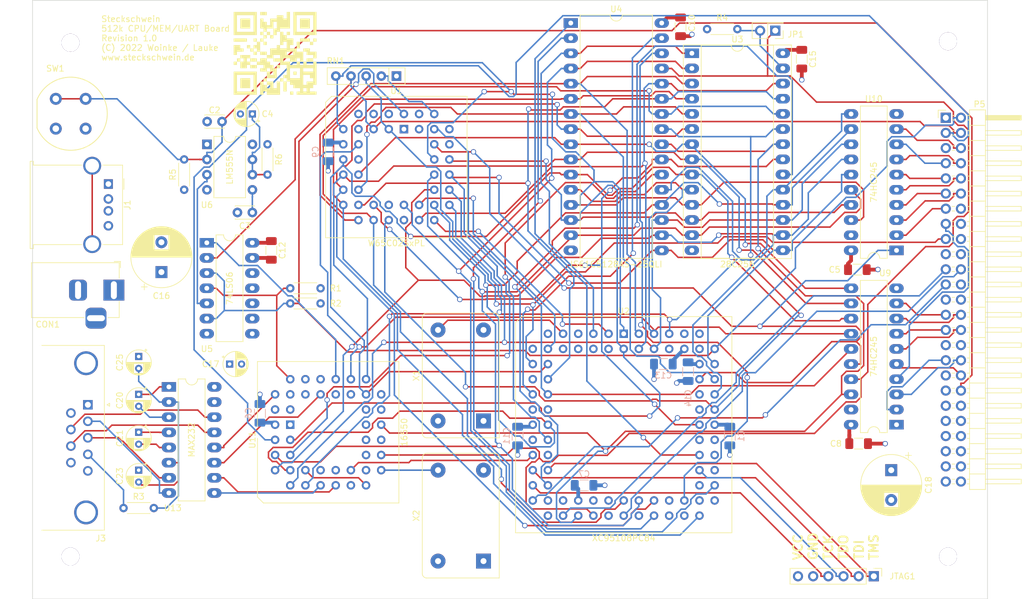
<source format=kicad_pcb>
(kicad_pcb (version 20211014) (generator pcbnew)
  (layers (0 "F.Cu" signal) (1 "In1.Cu" signal "GND.Cu") (2 "In2.Cu" signal "VCC.Cu") (31 "B.Cu" signal) (35 "F.Paste" user) (36 "B.SilkS" user "B.Silkscreen") (37 "F.SilkS" user "F.Silkscreen") (38 "B.Mask" user) (39 "F.Mask" user) (44 "Edge.Cuts" user))
  (net 0 "")
  (net 1 "GND")
  (net 2 "VCC")
  (net 3 "/~{RESET}")
  (net 4 "/~{NMI}")
  (net 5 "/RESET_TRIG")
  (net 6 "/~{IRQ}")
  (net 7 "/CPU_RDY")
  (net 8 "/~{CS_OPL}")
  (net 9 "/~{CS_VIA}")
  (net 10 "/~{CS_UART2}")
  (net 11 "/~{CSR_VDP}")
  (net 22 "/Connector/D7")
  (net 23 "/Connector/D6")
  (net 24 "/Connector/D5")
  (net 25 "/Connector/D4")
  (net 26 "/Connector/D3")
  (net 27 "/Connector/D2")
  (net 28 "/Connector/D1")
  (net 29 "/Connector/D0")
  (net 30 "/Connector/R~{W}")
  (net 31 "/Connector/A3")
  (net 32 "/Connector/A2")
  (net 33 "/Connector/A1")
  (net 34 "/Connector/A0")
  (net 35 "/Connector/~{OE}")
  (net 36 "/Connector/~{WE}")
  (net 37 "/Connector/PHI2")
  (net 38 "Net-(C3-Pad1)")
  (net 39 "Net-(C4-Pad1)")
  (net 40 "Net-(C20-Pad1)")
  (net 41 "Net-(C20-Pad2)")
  (net 42 "Net-(C21-Pad1)")
  (net 43 "Net-(C21-Pad2)")
  (net 44 "Net-(C23-Pad2)")
  (net 45 "Net-(C25-Pad2)")
  (net 48 "unconnected-(J1-Pad5)")
  (net 50 "Net-(J3-Pad2)")
  (net 51 "Net-(J3-Pad3)")
  (net 52 "Net-(J3-Pad4)")
  (net 54 "Net-(J3-Pad7)")
  (net 55 "Net-(J3-Pad8)")
  (net 57 "/TMS")
  (net 58 "/TDI")
  (net 59 "/TDO")
  (net 60 "/TCK")
  (net 61 "Net-(JP1-Pad2)")
  (net 62 "/~{BE}")
  (net 67 "/CPU_A0")
  (net 68 "/CPU_A1")
  (net 70 "/CPU_A2")
  (net 71 "/CPU_A3")
  (net 72 "/CPU_A4")
  (net 73 "/CPU_A5")
  (net 74 "/CPU_A6")
  (net 75 "/CPU_A7")
  (net 76 "/CPU_A8")
  (net 77 "/CPU_A9")
  (net 78 "/CPU_A10")
  (net 79 "/CPU_A11")
  (net 80 "/CPU_A12")
  (net 81 "/CPU_A13")
  (net 82 "/CPU_A14")
  (net 83 "/CPU_A15")
  (net 84 "/D7")
  (net 85 "/D6")
  (net 86 "/D5")
  (net 87 "/D4")
  (net 88 "/D3")
  (net 89 "/D2")
  (net 90 "/D1")
  (net 91 "/D0")
  (net 92 "/CPU_R~{W}")
  (net 94 "/PHI2")
  (net 97 "/CLKIN")
  (net 98 "/~{CS_RAM}")
  (net 99 "/~{CS_ROM}")
  (net 100 "/~{CS_UART}")
  (net 101 "/EXT_A18")
  (net 102 "/EXT_A17")
  (net 103 "/EXT_A16")
  (net 104 "/EXT_A15")
  (net 105 "/EXT_A14")
  (net 107 "Net-(U11-Pad33)")
  (net 112 "Net-(R1-Pad2)")
  (net 114 "Net-(U11-Pad10)")
  (net 115 "Net-(U11-Pad11)")
  (net 117 "Net-(U11-Pad13)")
  (net 118 "Net-(U11-Pad18)")
  (net 126 "Net-(U11-Pad36)")
  (net 129 "Net-(U11-Pad40)")
  (net 139 "/~{CS_VDP}")
  (net 158 "Net-(U5-Pad5)")
  (net 159 "/~{OE}")
  (net 160 "/~{WE}")
  (footprint "Connector_PinHeader_2.54mm:PinHeader_2x25_P2.54mm_Horizontal" (layer "F.Cu") (at 215.265 65.405)
    (fp_text reference "P5")
    (fp_text value "CONN_02X25")
  )
  (footprint "Mounting_Holes:MountingHole_3mm" (layer "F.Cu") (at 68.58 52.832)
    (fp_text reference "MH1" hide)
    (fp_text value "MountingHole_3mm_RevA_Date21Jun2010" hide)
  )
  (footprint "Mounting_Holes:MountingHole_3mm" (layer "F.Cu") (at 215.646 52.578)
    (fp_text reference "MH2" hide)
    (fp_text value "MountingHole_3mm_RevA_Date21Jun2010" hide)
  )
  (footprint "Mounting_Holes:MountingHole_3mm" (layer "F.Cu") (at 68.58 138.938)
    (fp_text reference "MH4" hide)
    (fp_text value "MountingHole_3mm_RevA_Date21Jun2010" hide)
  )
  (footprint "Mounting_Holes:MountingHole_3mm" (layer "F.Cu") (at 215.646 138.938)
    (fp_text reference "MH3" hide)
    (fp_text value "MountingHole_3mm_RevA_Date21Jun2010" hide)
  )
  (footprint "Capacitor_SMD:C_1206_3216Metric_Pad1.33x1.80mm_HandSolder" (layer "F.Cu") (at 170.815 50.165 -90)
    (fp_text reference "C10")
    (fp_text value "100n")
  )
  (footprint "Resistor_THT:R_Axial_DIN0204_L3.6mm_D1.6mm_P5.08mm_Horizontal" (layer "F.Cu") (at 110.49 96.52 180)
    (fp_text reference "R2")
    (fp_text value "4k7")
  )
  (footprint "Resistor_THT:R_Axial_DIN0204_L3.6mm_D1.6mm_P5.08mm_Horizontal" (layer "F.Cu") (at 87.63 77.47 90)
    (fp_text reference "R5")
    (fp_text value "1M")
  )
  (footprint "Capacitor_THT:CP_Radial_D4.0mm_P2.00mm" (layer "F.Cu") (at 80.01 105.41 -90)
    (fp_text reference "C25")
    (fp_text value "1µF")
  )
  (footprint "QRCODE:qrcode2" (layer "F.Cu") (at 102.87 54.61)
    (fp_text reference "G***" hide)
    (fp_text value "LOGO" hide)
  )
  (footprint "Package_DIP:DIP-8_W7.62mm" (layer "F.Cu") (at 91.45 69.86)
    (fp_text reference "U6")
    (fp_text value "LM555N")
  )
  (footprint "Package_LCC:PLCC-44_THT-Socket" (layer "F.Cu") (at 105.41 116.84 90)
    (fp_text reference "U11")
    (fp_text value "16550")
  )
  (footprint "Connector_PinHeader_2.54mm:PinHeader_1x06_P2.54mm_Vertical" (layer "F.Cu") (at 203.2 142.24 -90)
    (fp_text reference "JTAG1")
    (fp_text value "Conn_01x06_Male")
  )
  (footprint "Capacitor_THT:CP_Radial_D4.0mm_P2.00mm" (layer "F.Cu") (at 99.06 64.77 180)
    (fp_text reference "C4")
    (fp_text value "1µ")
  )
  (footprint "Package_DIP:DIP-20_W7.62mm_LongPads" (layer "F.Cu") (at 207.01 87.63 180)
    (fp_text reference "U10")
    (fp_text value "74HC245")
  )
  (footprint "Button_Switch_THT:Push_E-Switch_KS01Q01" (layer "F.Cu") (at 71.12 62.23 -90)
    (fp_text reference "SW1")
    (fp_text value "SW_PUSH")
  )
  (footprint "Oscillator:Oscillator_DIP-14_LargePads" (layer "F.Cu") (at 137.795 139.7 90)
    (fp_text reference "X2")
    (fp_text value "OSC")
  )
  (footprint "Capacitor_SMD:C_1206_3216Metric_Pad1.33x1.80mm_HandSolder" (layer "F.Cu") (at 200.4445 90.8558)
    (fp_text reference "C5")
    (fp_text value "100n")
  )
  (footprint "Resistor_THT:R_Axial_DIN0204_L3.6mm_D1.6mm_P5.08mm_Horizontal" (layer "F.Cu") (at 175.26 50.546)
    (fp_text reference "R4")
    (fp_text value "4k7")
  )
  (footprint "Package_DIP:DIP-20_W7.62mm_LongPads" (layer "F.Cu") (at 207.01 116.84 180)
    (fp_text reference "U9")
    (fp_text value "74HC245")
  )
  (footprint "Connector_BarrelJack:BarrelJack_Horizontal" (layer "F.Cu") (at 75.85 94.2925)
    (fp_text reference "CON1")
    (fp_text value "BARREL_JACK")
  )
  (footprint "Package_LCC:PLCC-84_THT-Socket" (layer "F.Cu") (at 161.29 101.6)
    (fp_text reference "U2")
    (fp_text value "XC95108PC84")
  )
  (footprint "Oscillator:Oscillator_DIP-14_LargePads" (layer "F.Cu") (at 137.795 116.205 90)
    (fp_text reference "X1")
    (fp_text value "OSC")
  )
  (footprint "Capacitor_SMD:C_1206_3216Metric_Pad1.33x1.80mm_HandSolder" (layer "F.Cu") (at 191.135 55.5875 -90)
    (fp_text reference "C15")
    (fp_text value "100nF")
  )
  (footprint "Capacitor_THT:C_Disc_D3.0mm_W2.0mm_P2.50mm" (layer "F.Cu") (at 93.98 66.04 180)
    (fp_text reference "C2")
    (fp_text value "10n")
  )
  (footprint "Connector_PinHeader_2.54mm:PinHeader_2x01_P2.54mm_Vertical" (layer "F.Cu") (at 186.69 50.8 180)
    (fp_text reference "JP1")
    (fp_text value "Jumper_2_Open")
  )
  (footprint "Capacitor_SMD:C_1206_3216Metric_Pad1.33x1.80mm_HandSolder" (layer "F.Cu") (at 102.235 87.63 -90)
    (fp_text reference "C12")
    (fp_text value "100n")
  )
  (footprint "Package_DIP:DIP-28_W15.24mm_Socket_LongPads" (layer "F.Cu") (at 172.715 54.595)
    (fp_text reference "U3")
    (fp_text value "28C256")
  )
  (footprint "Package_DIP:DIP-32_W15.24mm_LongPads" (layer "F.Cu") (at 152.42 49.53)
    (fp_text reference "U4")
    (fp_text value "IS61C5128AS-25QLI")
  )
  (footprint "Capacitor_THT:CP_Radial_D10.0mm_P5.00mm" (layer "F.Cu") (at 206.121 124.46 -90)
    (fp_text reference "C18")
    (fp_text value "470µF")
  )
  (footprint "Resistor_THT:R_Axial_DIN0204_L3.6mm_D1.6mm_P5.08mm_Horizontal" (layer "F.Cu") (at 101.6 74.93 90)
    (fp_text reference "R6")
    (fp_text value "1M")
  )
  (footprint "Capacitor_THT:CP_Radial_D4.0mm_P2.00mm" (layer "F.Cu") (at 80.01 118.11 -90)
    (fp_text reference "C21")
    (fp_text value "1µF")
  )
  (footprint "Package_DIP:DIP-14_W7.62mm_LongPads" (layer "F.Cu") (at 91.425 86.355)
    (fp_text reference "U5")
    (fp_text value "74LS06")
  )
  (footprint "Connector_USB:USB_A_Molex_67643_Horizontal" (layer "F.Cu") (at 74.93 76.51 -90)
    (fp_text reference "J1")
    (fp_text value "USB")
  )
  (footprint "Capacitor_THT:CP_Radial_D4.0mm_P2.00mm" (layer "F.Cu") (at 80.01 111.76 -90)
    (fp_text reference "C20")
    (fp_text value "1µF")
  )
  (footprint "Capacitor_SMD:C_1206_3216Metric_Pad1.33x1.80mm_HandSolder" (layer "F.Cu") (at 200.66 120.015)
    (fp_text reference "C8")
    (fp_text value "100n")
  )
  (footprint "Capacitor_THT:CP_Radial_D4.0mm_P2.00mm" (layer "F.Cu") (at 95.25 106.68)
    (fp_text reference "C17")
    (fp_text value "1µF")
  )
  (footprint "Capacitor_THT:C_Disc_D3.0mm_W2.0mm_P2.50mm" (layer "F.Cu") (at 99.06 81.28 180)
    (fp_text reference "C3")
    (fp_text value "1n")
  )
  (footprint "Resistor_THT:R_Array_SIP5" (layer "F.Cu") (at 123.21 58.42 180)
    (fp_text reference "RN1")
    (fp_text value "3k3")
  )
  (footprint "Resistor_THT:R_Axial_DIN0204_L3.6mm_D1.6mm_P5.08mm_Horizontal" (layer "F.Cu") (at 77.47 130.81)
    (fp_text reference "R3")
    (fp_text value "3k3")
  )
  (footprint "Package_DIP:DIP-16_W7.62mm_LongPads" (layer "F.Cu") (at 85.075 110.505)
    (fp_text reference "U13")
    (fp_text value "MAX232")
  )
  (footprint "Connector_Dsub:DSUB-9_Male_Horizontal_P2.77x2.84mm_EdgePinOffset4.94mm_Housed_MountingHolesOffset7.48mm" (layer "F.Cu") (at 71.494 113.5003 -90)
    (fp_text reference "J3")
    (fp_text value "DB9")
  )
  (footprint "Capacitor_THT:CP_Radial_D4.0mm_P2.00mm" (layer "F.Cu") (at 80.01 124.46 -90)
    (fp_text reference "C23")
    (fp_text value "1µF")
  )
  (footprint "Package_LCC:PLCC-44_THT-Socket" (layer "F.Cu") (at 124.46 67.31)
    (fp_text reference "U1")
    (fp_text value "W65C02SxPL")
  )
  (footprint "Resistor_THT:R_Axial_DIN0204_L3.6mm_D1.6mm_P5.08mm_Horizontal" (layer "F.Cu") (at 110.49 93.98 180)
    (fp_text reference "R1")
    (fp_text value "4k7")
  )
  (footprint "Capacitor_THT:CP_Radial_D10.0mm_P5.00mm" (layer "F.Cu") (at 83.82 91.2677 90)
    (fp_text reference "C16")
    (fp_text value "470µF")
  )
  (footprint "Capacitor_SMD:C_1206_3216Metric_Pad1.33x1.80mm_HandSolder" (layer "B.Cu") (at 179.07 118.745 -90)
    (fp_text reference "C1")
    (fp_text value "100n")
  )
  (footprint "Capacitor_SMD:C_1206_3216Metric_Pad1.33x1.80mm_HandSolder" (layer "B.Cu") (at 172.085 107.95 -90)
    (fp_text reference "C14")
    (fp_text value "100nF")
  )
  (footprint "Capacitor_SMD:C_1206_3216Metric_Pad1.33x1.80mm_HandSolder" (layer "B.Cu") (at 167.9325 106.68 180)
    (fp_text reference "C13")
    (fp_text value "100n")
  )
  (footprint "Capacitor_SMD:C_1206_3216Metric_Pad1.33x1.80mm_HandSolder" (layer "B.Cu") (at 154.6475 127)
    (fp_text reference "C7")
    (fp_text value "100n")
  )
  (footprint "Capacitor_SMD:C_1206_3216Metric_Pad1.33x1.80mm_HandSolder" (layer "B.Cu") (at 100.33 114.935 90)
    (fp_text reference "C6")
    (fp_text value "100n")
  )
  (footprint "Capacitor_SMD:C_1206_3216Metric_Pad1.33x1.80mm_HandSolder" (layer "B.Cu") (at 143.51 118.745 -90)
    (fp_text reference "C11")
    (fp_text value "100n")
  )
  (footprint "Capacitor_SMD:C_1206_3216Metric_Pad1.33x1.80mm_HandSolder" (layer "B.Cu") (at 111.76 71.12 -90)
    (fp_text reference "C9")
    (fp_text value "100n")
  )
  (gr_line (start 222.25 146.05) (end 62.23 146.05) (layer "Edge.Cuts") (width 0.1))
  (gr_line (start 62.23 45.72) (end 222.25 45.72) (layer "Edge.Cuts") (width 0.1))
  (gr_line (start 62.23 45.72) (end 62.23 146.05) (layer "Edge.Cuts") (width 0.1))
  (gr_line (start 222.25 45.72) (end 222.25 146.05) (layer "Edge.Cuts") (width 0.1))
  (gr_text "TDO" (at 198.12 139.7 90) (layer "F.SilkS") (effects (font (size 1.5 1.5) (thickness 0.3)) (justify left)))
  (gr_text "Steckschwein\n512k CPU/MEM/UART Board\nRevision 1.0\n(C) 2022 Woinke / Lauke\nwww.steckschwein.de\n" (at 73.66 52.07) (layer "F.SilkS") (effects (font (size 1 1)) (justify left)))
  (gr_text "TMS" (at 203.2 139.7 90) (layer "F.SilkS") (effects (font (size 1.5 1.5) (thickness 0.3)) (justify left)))
  (gr_text "VCC" (at 190.5 139.7 90) (layer "F.SilkS") (effects (font (size 1.5 1.5) (thickness 0.3)) (justify left)))
  (gr_text "GND" (at 193.04 139.7 90) (layer "F.SilkS") (effects (font (size 1.5 1.5) (thickness 0.3)) (justify left)))
  (gr_text "TCK\n" (at 195.58 139.7 90) (layer "F.SilkS") (effects (font (size 1.5 1.5) (thickness 0.3)) (justify left)))
  (gr_text "TDI\n\n" (at 201.93 139.7 90) (layer "F.SilkS") (effects (font (size 1.5 1.5) (thickness 0.3)) (justify left)))
  (segment (start 202.007 90.8558) (end 203.8604 90.8558) (width 0.635) (layer "F.Cu") (net 1))
  (segment (start 101.938 88.895) (end 102.235 89.1925) (width 0.635) (layer "F.Cu") (net 1))
  (segment (start 203.8604 90.8558) (end 203.8858 90.8304) (width 0.635) (layer "F.Cu") (net 1))
  (segment (start 202.2225 120.015) (end 205.105 120.015) (width 0.635) (layer "F.Cu") (net 1))
  (segment (start 191.135 57.15) (end 191.135 59.055) (width 0.635) (layer "F.Cu") (net 1))
  (segment (start 99.045 88.895) (end 101.938 88.895) (width 0.635) (layer "F.Cu") (net 1))
  (segment (start 172.428 51.7275) (end 172.72 51.435) (width 0.635) (layer "F.Cu") (net 1))
  (segment (start 170.815 51.7275) (end 172.428 51.7275) (width 0.635) (layer "F.Cu") (net 1))
  (via (at 111.76 74.295) (size 0.889) (drill 0.635) (layers "F.Cu" "B.Cu") (net 1))
  (via (at 179.07 121.92) (size 0.889) (drill 0.635) (layers "F.Cu" "B.Cu") (net 1))
  (via (at 172.72 51.435) (size 0.889) (drill 0.635) (layers "F.Cu" "B.Cu") (net 1))
  (via (at 158.115 127) (size 0.889) (drill 0.635) (layers "F.Cu" "B.Cu") (net 1))
  (via (at 205.105 120.015) (size 0.889) (drill 0.635) (layers "F.Cu" "B.Cu") (net 1))
  (via (at 166.37 109.22) (size 0.889) (drill 0.635) (layers "F.Cu" "B.Cu") (net 1))
  (via (at 191.135 59.055) (size 0.889) (drill 0.635) (layers "F.Cu" "B.Cu") (net 1))
  (via (at 143.51 121.92) (size 0.889) (drill 0.635) (layers "F.Cu" "B.Cu") (net 1))
  (via (at 203.8858 90.8304) (size 0.889) (drill 0.635) (layers "F.Cu" "B.Cu") (net 1))
  (via (at 100.33 111.76) (size 0.889) (drill 0.635) (layers "F.Cu" "B.Cu") (net 1))
  (via (at 170.18 109.855) (size 0.889) (drill 0.635) (layers "F.Cu" "B.Cu") (net 1))
  (segment (start 172.0845 109.512) (end 172.085 109.5125) (width 0.635) (layer "B.Cu") (net 1))
  (segment (start 172.0845 109.512) (end 170.522 109.512) (width 0.635) (layer "B.Cu") (net 1))
  (segment (start 172.085 109.512) (end 172.0845 109.512) (width 0.635) (layer "B.Cu") (net 1))
  (segment (start 100.33 113.372) (end 100.33 113.3725) (width 0.635) (layer "B.Cu") (net 1))
  (segment (start 166.37 106.68) (end 166.37 109.22) (width 0.635) (layer "B.Cu") (net 1))
  (segment (start 179.07 120.308) (end 179.07 120.3075) (width 0.635) (layer "B.Cu") (net 1))
  (segment (start 100.33 113.372) (end 100.33 111.76) (width 0.635) (layer "B.Cu") (net 1))
  (segment (start 170.522 109.512) (end 170.18 109.855) (width 0.635) (layer "B.Cu") (net 1))
  (segment (start 143.51 120.308) (end 143.51 120.3075) (width 0.635) (layer "B.Cu") (net 1))
  (segment (start 143.51 120.308) (end 143.51 121.92) (width 0.635) (layer "B.Cu") (net 1))
  (segment (start 179.07 120.308) (end 179.07 121.92) (width 0.635) (layer "B.Cu") (net 1))
  (segment (start 111.76 72.6825) (end 111.76 74.295) (width 0.635) (layer "B.Cu") (net 1))
  (segment (start 156.21 127) (end 158.115 127) (width 0.635) (layer "B.Cu") (net 1))
  (segment (start 188.525 54.025) (end 187.955 54.595) (width 0.635) (layer "F.Cu") (net 2))
  (segment (start 199.098 117.132) (end 199.39 116.84) (width 0.635) (layer "F.Cu") (net 2))
  (segment (start 199.0975 118.574) (end 199.0975 120.015) (width 0.635) (layer "F.Cu") (net 2))
  (segment (start 191.135 54.025) (end 188.525 54.025) (width 0.635) (layer "F.Cu") (net 2))
  (segment (start 99.045 86.355) (end 101.948 86.355) (width 0.635) (layer "F.Cu") (net 2))
  (segment (start 167.66 49.53) (end 168.5875 48.6025) (width 0.635) (layer "F.Cu") (net 2))
  (segment (start 101.948 86.355) (end 102.235 86.0675) (width 0.635) (layer "F.Cu") (net 2))
  (segment (start 199.098 118.5735) (end 199.098 117.132) (width 0.635) (layer "F.Cu") (net 2))
  (segment (start 199.098 118.5735) (end 199.0975 118.574) (width 0.635) (layer "F.Cu") (net 2))
  (segment (start 199.39 89.3318) (end 199.39 87.63) (width 0.635) (layer "F.Cu") (net 2))
  (segment (start 198.882 90.8558) (end 198.882 89.8398) (width 0.635) (layer "F.Cu") (net 2))
  (segment (start 198.882 89.8398) (end 199.39 89.3318) (width 0.635) (layer "F.Cu") (net 2))
  (segment (start 199.098 120.015) (end 199.098 118.5735) (width 0.635) (layer "F.Cu") (net 2))
  (segment (start 168.5875 48.6025) (end 170.815 48.6025) (width 0.635) (layer "F.Cu") (net 2))
  (segment (start 176.53 116.84) (end 178.728 116.84) (width 0.635) (layer "B.Cu") (net 2))
  (segment (start 114.008 69.5575) (end 114.3 69.85) (width 0.635) (layer "B.Cu") (net 2))
  (segment (start 173.99 106.68) (end 172.378 106.68) (width 0.635) (layer "B.Cu") (net 2))
  (segment (start 172.378 106.68) (end 172.2315 106.534) (width 0.635) (layer "B.Cu") (net 2))
  (segment (start 169.495 106.095) (end 171.45 104.14) (width 0.635) (layer "B.Cu") (net 2))
  (segment (start 100.3305 116.498) (end 100.33 116.4975) (width 0.635) (layer "B.Cu") (net 2))
  (segment (start 172.2315 106.534) (end 172.085 106.3875) (width 0.635) (layer "B.Cu") (net 2))
  (segment (start 143.5105 117.182) (end 143.51 117.1825) (width 0.635) (layer "B.Cu") (net 2))
  (segment (start 100.33 116.498) (end 100.3305 116.498) (width 0.635) (layer "B.Cu") (net 2))
  (segment (start 178.728 116.84) (end 179.07 117.182) (width 0.635) (layer "B.Cu") (net 2))
  (segment (start 111.76 69.5575) (end 114.008 69.5575) (width 0.635) (layer "B.Cu") (net 2))
  (segment (start 153.67 127.585) (end 153.085 127) (width 0.635) (layer "B.Cu") (net 2))
  (segment (start 169.495 106.68) (end 169.495 106.095) (width 0.635) (layer "B.Cu") (net 2))
  (segment (start 179.07 117.182) (end 179.07 117.1825) (width 0.635) (layer "B.Cu") (net 2))
  (segment (start 102.528 116.498) (end 102.87 116.84) (width 0.635) (layer "B.Cu") (net 2))
  (segment (start 172.2315 106.534) (end 172.085 106.388) (width 0.635) (layer "B.Cu") (net 2))
  (segment (start 143.5105 117.182) (end 145.708 117.182) (width 0.635) (layer "B.Cu") (net 2))
  (segment (start 100.3305 116.498) (end 102.528 116.498) (width 0.635) (layer "B.Cu") (net 2))
  (segment (start 153.67 129.54) (end 153.67 127.585) (width 0.635) (layer "B.Cu") (net 2))
  (segment (start 143.51 117.182) (end 143.5105 117.182) (width 0.635) (layer "B.Cu") (net 2))
  (segment (start 145.708 117.182) (end 146.05 116.84) (width 0.635) (layer "B.Cu") (net 2))
  (segment (start 144.7602 104.4091) (end 145.5885 105.2374) (width 0.254) (layer "F.Cu") (net 3))
  (segment (start 106.3642 96.52) (end 106.8698 96.52) (width 0.254) (layer "F.Cu") (net 3))
  (segment (start 114.9989 104.6491) (end 117.3298 104.6491) (width 0.254) (layer "F.Cu") (net 3))
  (segment (start 117.3298 104.6491) (end 117.5698 104.4091) (width 0.254) (layer "F.Cu") (net 3))
  (segment (start 106.8698 96.52) (end 106.8698 69.3503) (width 0.254) (layer "F.Cu") (net 3))
  (segment (start 106.8698 69.3503) (end 116.427 59.7931) (width 0.254) (layer "F.Cu") (net 3))
  (segment (start 145.5885 105.2374) (end 175.4326 105.2374) (width 0.254) (layer "F.Cu") (net 3))
  (segment (start 175.4326 105.2374) (end 176.53 104.14) (width 0.254) (layer "F.Cu") (net 3))
  (segment (start 106.8698 96.52) (end 114.9989 104.6491) (width 0.254) (layer "F.Cu") (net 3))
  (segment (start 117.5698 104.4091) (end 144.7602 104.4091) (width 0.254) (layer "F.Cu") (net 3))
  (segment (start 105.41 96.52) (end 106.3642 96.52) (width 0.254) (layer "F.Cu") (net 3))
  (via (at 116.427 59.7931) (size 0.889) (drill 0.635) (layers "F.Cu" "B.Cu") (net 3))
  (segment (start 94.3554 97.7059) (end 103.1428 97.7059) (width 0.254) (layer "B.Cu") (net 3))
  (segment (start 198.5821 78.74) (end 190.0672 87.2549) (width 0.254) (layer "B.Cu") (net 3))
  (segment (start 209.9548 68.58) (end 206.2065 68.58) (width 0.254) (layer "B.Cu") (net 3))
  (segment (start 216.3429 66.6363) (end 211.8985 66.6363) (width 0.254) (layer "B.Cu") (net 3))
  (segment (start 105.41 96.52) (end 104.3287 96.52) (width 0.254) (layer "B.Cu") (net 3))
  (segment (start 94.3554 92.7841) (end 93.0063 91.435) (width 0.254) (layer "B.Cu") (net 3))
  (segment (start 119.4 59.71) (end 124.46 64.77) (width 0.254) (layer "B.Cu") (net 3))
  (segment (start 211.8985 66.6363) (end 209.9548 68.58) (width 0.254) (layer "B.Cu") (net 3))
  (segment (start 116.86 58.015) (end 117.6557 57.2193) (width 0.254) (layer "B.Cu") (net 3))
  (segment (start 117.6557 57.2193) (end 118.6062 57.2193) (width 0.254) (layer "B.Cu") (net 3))
  (segment (start 93.0063 99.055) (end 94.3554 97.7059) (width 0.254) (layer "B.Cu") (net 3))
  (segment (start 217.805 65.405) (end 216.5737 65.405) (width 0.254) (layer "B.Cu") (net 3))
  (segment (start 94.3554 97.7059) (end 94.3554 92.7841) (width 0.254) (layer "B.Cu") (net 3))
  (segment (start 119.4 58.0131) (end 119.4 59.71) (width 0.254) (layer "B.Cu") (net 3))
  (segment (start 216.5737 66.4055) (end 216.3429 66.6363) (width 0.254) (layer "B.Cu") (net 3))
  (segment (start 118.6062 57.2193) (end 119.4 58.0131) (width 0.254) (layer "B.Cu") (net 3))
  (segment (start 190.0672 87.2549) (end 190.0672 90.6028) (width 0.254) (layer "B.Cu") (net 3))
  (segment (start 205.4286 73.5035) (end 200.1921 78.74) (width 0.254) (layer "B.Cu") (net 3))
  (segment (start 205.4286 69.3579) (end 205.4286 73.5035) (width 0.254) (layer "B.Cu") (net 3))
  (segment (start 91.425 91.435) (end 93.0063 91.435) (width 0.254) (layer "B.Cu") (net 3))
  (segment (start 116.427 59.7931) (end 116.86 59.3601) (width 0.254) (layer "B.Cu") (net 3))
  (segment (start 91.425 99.055) (end 93.0063 99.055) (width 0.254) (layer "B.Cu") (net 3))
  (segment (start 190.0672 90.6028) (end 176.53 104.14) (width 0.254) (layer "B.Cu") (net 3))
  (segment (start 206.2065 68.58) (end 205.4286 69.3579) (width 0.254) (layer "B.Cu") (net 3))
  (segment (start 200.1921 78.74) (end 198.5821 78.74) (width 0.254) (layer "B.Cu") (net 3))
  (segment (start 103.1428 97.7059) (end 104.3287 96.52) (width 0.254) (layer "B.Cu") (net 3))
  (segment (start 216.5737 65.405) (end 216.5737 66.4055) (width 0.254) (layer "B.Cu") (net 3))
  (segment (start 116.86 59.3601) (end 116.86 58.015) (width 0.254) (layer "B.Cu") (net 3))
  (segment (start 115.5966 56.6876) (end 114.2313 58.0529) (width 0.254) (layer "B.Cu") (net 4))
  (segment (start 113.2884 58.42) (end 113.2884 66.2984) (width 0.254) (layer "B.Cu") (net 4))
  (segment (start 215.265 67.945) (end 216.4963 67.945) (width 0.254) (layer "B.Cu") (net 4))
  (segment (start 216.4963 68.4067) (end 217.3046 69.215) (width 0.254) (layer "B.Cu") (net 4))
  (segment (start 217.3046 69.215) (end 218.2838 69.215) (width 0.254) (layer "B.Cu") (net 4))
  (segment (start 136.9314 56.6876) (end 115.5966 56.6876) (width 0.254) (layer "B.Cu") (net 4))
  (segment (start 142.0938 61.85) (end 136.9314 56.6876) (width 0.254) (layer "B.Cu") (net 4))
  (segment (start 218.2838 69.215) (end 219.0549 68.4439) (width 0.254) (layer "B.Cu") (net 4))
  (segment (start 216.4963 67.945) (end 216.4963 68.4067) (width 0.254) (layer "B.Cu") (net 4))
  (segment (start 151.1038 48.2977) (end 143.2616 56.1399) (width 0.254) (layer "B.Cu") (net 4))
  (segment (start 219.0549 64.9066) (end 202.446 48.2977) (width 0.254) (layer "B.Cu") (net 4))
  (segment (start 113.05 58.42) (end 113.2884 58.42) (width 0.254) (layer "B.Cu") (net 4))
  (segment (start 113.2884 66.2984) (end 114.3 67.31) (width 0.254) (layer "B.Cu") (net 4))
  (segment (start 219.0549 68.4439) (end 219.0549 64.9066) (width 0.254) (layer "B.Cu") (net 4))
  (segment (start 143.2616 61.3956) (end 142.8072 61.85) (width 0.254) (layer "B.Cu") (net 4))
  (segment (start 143.2616 56.1399) (end 143.2616 61.3956) (width 0.254) (layer "B.Cu") (net 4))
  (segment (start 114.2313 58.0529) (end 114.2313 58.42) (width 0.254) (layer "B.Cu") (net 4))
  (segment (start 142.8072 61.85) (end 142.0938 61.85) (width 0.254) (layer "B.Cu") (net 4))
  (segment (start 113.2884 58.42) (end 114.2313 58.42) (width 0.254) (layer "B.Cu") (net 4))
  (segment (start 202.446 48.2977) (end 151.1038 48.2977) (width 0.254) (layer "B.Cu") (net 4))
  (segment (start 218.2667 109.8937) (end 219.6394 108.521) (width 0.254) (layer "F.Cu") (net 5))
  (segment (start 169.3776 50.8) (end 109.22 50.8) (width 0.254) (layer "F.Cu") (net 5))
  (segment (start 109.22 50.8) (end 93.98 66.04) (width 0.254) (layer "F.Cu") (net 5))
  (segment (start 219.6394 108.521) (end 219.6394 65.4453) (width 0.254) (layer "F.Cu") (net 5))
  (segment (start 217.805 109.8937) (end 218.2667 109.8937) (width 0.254) (layer "F.Cu") (net 5))
  (segment (start 90.2587 72.39) (end 90.2687 72.4) (width 0.254) (layer "F.Cu") (net 5))
  (segment (start 219.6394 65.4453) (end 203.7241 49.53) (width 0.254) (layer "F.Cu") (net 5))
  (segment (start 217.805 111.125) (end 217.805 109.8937) (width 0.254) (layer "F.Cu") (net 5))
  (segment (start 87.63 72.39) (end 90.2587 72.39) (width 0.254) (layer "F.Cu") (net 5))
  (segment (start 203.7241 49.53) (end 170.6476 49.53) (width 0.254) (layer "F.Cu") (net 5))
  (segment (start 170.6476 49.53) (end 169.3776 50.8) (width 0.254) (layer "F.Cu") (net 5))
  (segment (start 91.45 72.4) (end 90.2687 72.4) (width 0.254) (layer "F.Cu") (net 5))
  (segment (start 66.12 62.23) (end 71.12 62.23) (width 0.254) (layer "F.Cu") (net 5))
  (segment (start 91.45 72.4) (end 91.45 71.2187) (width 0.254) (layer "B.Cu") (net 5))
  (segment (start 91.45 71.2187) (end 92.2621 71.2187) (width 0.254) (layer "B.Cu") (net 5))
  (segment (start 87.63 72.39) (end 86.5487 72.39) (width 0.254) (layer "B.Cu") (net 5))
  (segment (start 92.2621 71.2187) (end 93.98 69.5008) (width 0.254) (layer "B.Cu") (net 5))
  (segment (start 93.98 69.5008) (end 93.98 66.04) (width 0.254) (layer "B.Cu") (net 5))
  (segment (start 76.3887 62.23) (end 86.5487 72.39) (width 0.254) (layer "B.Cu") (net 5))
  (segment (start 71.12 62.23) (end 76.3887 62.23) (width 0.254) (layer "B.Cu") (net 5))
  (segment (start 106.228 68.9633) (end 106.228 75.7847) (width 0.254) (layer "F.Cu") (net 6))
  (segment (start 216.5737 67.4832) (end 216.5737 67.945) (width 0.254) (layer "F.Cu") (net 6))
  (segment (start 115.59 59.6013) (end 106.228 68.9633) (width 0.254) (layer "F.Cu") (net 6))
  (segment (start 210.9525 66.04) (end 211.6262 66.7137) (width 0.254) (layer "F.Cu") (net 6))
  (segment (start 211.6262 66.7137) (end 215.8042 66.7137) (width 0.254) (layer "F.Cu") (net 6))
  (segment (start 106.228 75.7847) (end 93.1177 88.895) (width 0.254) (layer "F.Cu") (net 6))
  (segment (start 93.1177 88.895) (end 91.425 88.895) (width 0.254) (layer "F.Cu") (net 6))
  (segment (start 217.805 67.945) (end 216.5737 67.945) (width 0.254) (layer "F.Cu") (net 6))
  (segment (start 115.59 58.42) (end 115.59 59.6013) (width 0.254) (layer "F.Cu") (net 6))
  (segment (start 119.38 67.31) (end 120.65 66.04) (width 0.254) (layer "F.Cu") (net 6))
  (segment (start 120.65 66.04) (end 210.9525 66.04) (width 0.254) (layer "F.Cu") (net 6))
  (segment (start 215.8042 66.7137) (end 216.5737 67.4832) (width 0.254) (layer "F.Cu") (net 6))
  (segment (start 118.11 62.6438) (end 118.11 66.04) (width 0.254) (layer "B.Cu") (net 6))
  (segment (start 118.11 66.04) (end 119.38 67.31) (width 0.254) (layer "B.Cu") (net 6))
  (segment (start 115.59 58.42) (end 115.59 59.6013) (width 0.254) (layer "B.Cu") (net 6))
  (segment (start 115.59 59.6013) (end 115.59 60.1238) (width 0.254) (layer "B.Cu") (net 6))
  (segment (start 115.59 60.1238) (end 118.11 62.6438) (width 0.254) (layer "B.Cu") (net 6))
  (segment (start 177.0524 86.3989) (end 159.7218 86.3989) (width 0.254) (layer "F.Cu") (net 7))
  (segment (start 159.7218 86.3989) (end 154.8823 91.2384) (width 0.254) (layer "F.Cu") (net 7))
  (segment (start 146.0825 96.7688) (end 145.9276 96.6139) (width 0.254) (layer "F.Cu") (net 7))
  (segment (start 213.4809 86.2778) (end 186.2315 86.2778) (width 0.254) (layer "F.Cu") (net 7))
  (segment (start 215.265 85.725) (end 214.0337 85.725) (width 0.254) (layer "F.Cu") (net 7))
  (segment (start 178.1005 85.3508) (end 177.0524 86.3989) (width 0.254) (layer "F.Cu") (net 7))
  (segment (start 186.2315 86.2778) (end 185.3045 85.3508) (width 0.254) (layer "F.Cu") (net 7))
  (segment (start 151.6129 91.2384) (end 146.0825 96.7688) (width 0.254) (layer "F.Cu") (net 7))
  (segment (start 145.9276 96.6139) (end 139.9534 96.6139) (width 0.254) (layer "F.Cu") (net 7))
  (segment (start 154.8823 91.2384) (end 151.6129 91.2384) (width 0.254) (layer "F.Cu") (net 7))
  (segment (start 214.0337 85.725) (end 213.4809 86.2778) (width 0.254) (layer "F.Cu") (net 7))
  (segment (start 185.3045 85.3508) (end 178.1005 85.3508) (width 0.254) (layer "F.Cu") (net 7))
  (via (at 146.0825 96.7688) (size 0.889) (drill 0.635) (layers "F.Cu" "B.Cu") (net 7))
  (via (at 139.9534 96.6139) (size 0.889) (drill 0.635) (layers "F.Cu" "B.Cu") (net 7))
  (segment (start 121.92 67.31) (end 128.27 73.66) (width 0.254) (layer "B.Cu") (net 7))
  (segment (start 138.5606 92.6533) (end 139.7831 93.8758) (width 0.254) (layer "B.Cu") (net 7))
  (segment (start 121.92 67.31) (end 120.65 66.04) (width 0.254) (layer "B.Cu") (net 7))
  (segment (start 138.5606 91.645) (end 138.5606 92.6533) (width 0.254) (layer "B.Cu") (net 7))
  (segment (start 129.8836 73.66) (end 130.6326 74.409) (width 0.254) (layer "B.Cu") (net 7))
  (segment (start 130.6326 80.8) (end 132.6322 82.7996) (width 0.254) (layer "B.Cu") (net 7))
  (segment (start 120.65 66.04) (end 120.65 62.1213) (width 0.254) (layer "B.Cu") (net 7))
  (segment (start 144.9402 105.5702) (end 144.9402 102.0735) (width 0.254) (layer "B.Cu") (net 7))
  (segment (start 120.65 62.1213) (end 118.13 59.6013) (width 0.254) (layer "B.Cu") (net 7))
  (segment (start 132.6322 82.7996) (end 132.6322 85.7166) (width 0.254) (layer "B.Cu") (net 7))
  (segment (start 146.05 106.68) (end 144.9402 105.5702) (width 0.254) (layer "B.Cu") (net 7))
  (segment (start 139.7831 96.4436) (end 139.9534 96.6139) (width 0.254) (layer "B.Cu") (net 7))
  (segment (start 146.0825 100.9312) (end 146.0825 96.7688) (width 0.254) (layer "B.Cu") (net 7))
  (segment (start 128.27 73.66) (end 129.8836 73.66) (width 0.254) (layer "B.Cu") (net 7))
  (segment (start 132.6322 85.7166) (end 138.5606 91.645) (width 0.254) (layer "B.Cu") (net 7))
  (segment (start 118.13 58.42) (end 118.13 59.6013) (width 0.254) (layer "B.Cu") (net 7))
  (segment (start 130.6326 74.409) (end 130.6326 80.8) (width 0.254) (layer "B.Cu") (net 7))
  (segment (start 139.7831 93.8758) (end 139.7831 96.4436) (width 0.254) (layer "B.Cu") (net 7))
  (segment (start 144.9402 102.0735) (end 146.0825 100.9312) (width 0.254) (layer "B.Cu") (net 7))
  (segment (start 180.1515 109.7294) (end 176.7463 113.1346) (width 0.254) (layer "B.Cu") (net 8))
  (segment (start 159.0375 130.81) (end 152.4 130.81) (width 0.254) (layer "B.Cu") (net 8))
  (segment (start 175.0826 114.821) (end 174.3336 115.57) (width 0.254) (layer "B.Cu") (net 8))
  (segment (start 215.265 90.805) (end 210.82 95.25) (width 0.254) (layer "B.Cu") (net 8))
  (segment (start 159.8426 130.0049) (end 159.0375 130.81) (width 0.254) (layer "B.Cu") (net 8))
  (segment (start 175.0826 114.1339) (end 175.0826 114.821) (width 0.254) (layer "B.Cu") (net 8))
  (segment (start 176.0819 113.1346) (end 175.0826 114.1339) (width 0.254) (layer "B.Cu") (net 8))
  (segment (start 193.0869 95.25) (end 180.1515 108.1854) (width 0.254) (layer "B.Cu") (net 8))
  (segment (start 152.4 130.81) (end 151.13 132.08) (width 0.254) (layer "B.Cu") (net 8))
  (segment (start 159.8426 129.58234) (end 159.8426 130.0049) (width 0.254) (layer "B.Cu") (net 8))
  (segment (start 173.85494 115.57) (end 159.8426 129.58234) (width 0.254) (layer "B.Cu") (net 8))
  (segment (start 180.1515 108.1854) (end 180.1515 109.7294) (width 0.254) (layer "B.Cu") (net 8))
  (segment (start 210.82 95.25) (end 193.0869 95.25) (width 0.254) (layer "B.Cu") (net 8))
  (segment (start 176.7463 113.1346) (end 176.0819 113.1346) (width 0.254) (layer "B.Cu") (net 8))
  (segment (start 174.3336 115.57) (end 173.85494 115.57) (width 0.254) (layer "B.Cu") (net 8))
  (segment (start 176.0091 115.7474) (end 175.0826 116.6739) (width 0.254) (layer "B.Cu") (net 9))
  (segment (start 162.56 130.81) (end 161.29 132.08) (width 0.254) (layer "B.Cu") (net 9))
  (segment (start 170.053 121.92) (end 169.90988 121.92) (width 0.254) (layer "B.Cu") (net 9))
  (segment (start 170.053 121.90388) (end 170.053 121.92) (width 0.254) (layer "B.Cu") (net 9))
  (segment (start 217.805 90.805) (end 216.5737 92.0363) (width 0.254) (layer "B.Cu") (net 9))
  (segment (start 175.0826 117.361) (end 174.3336 118.11) (width 0.254) (layer "B.Cu") (net 9))
  (segment (start 175.0826 116.6739) (end 175.0826 117.361) (width 0.254) (layer "B.Cu") (net 9))
  (segment (start 173.84688 118.11) (end 170.053 121.90388) (width 0.254) (layer "B.Cu") (net 9))
  (segment (start 174.3336 118.11) (end 173.84688 118.11) (width 0.254) (layer "B.Cu") (net 9))
  (segment (start 162.56 129.26988) (end 162.56 130.81) (width 0.254) (layer "B.Cu") (net 9))
  (segment (start 214.814 92.0363) (end 209.0162 97.8341) (width 0.254) (layer "B.Cu") (net 9))
  (segment (start 181.6519 108.1226) (end 181.1681 108.6064) (width 0.254) (layer "B.Cu") (net 9))
  (segment (start 169.90988 121.92) (end 162.56 129.26988) (width 0.254) (layer "B.Cu") (net 9))
  (segment (start 176.664 115.7474) (end 176.0091 115.7474) (width 0.254) (layer "B.Cu") (net 9))
  (segment (start 216.5737 92.0363) (end 214.814 92.0363) (width 0.254) (layer "B.Cu") (net 9))
  (segment (start 181.1681 108.6064) (end 181.1681 111.2433) (width 0.254) (layer "B.Cu") (net 9))
  (segment (start 193.6633 97.8341) (end 183.3748 108.1226) (width 0.254) (layer "B.Cu") (net 9))
  (segment (start 181.1681 111.2433) (end 176.664 115.7474) (width 0.254) (layer "B.Cu") (net 9))
  (segment (start 209.0162 97.8341) (end 193.6633 97.8341) (width 0.254) (layer "B.Cu") (net 9))
  (segment (start 183.3748 108.1226) (end 181.6519 108.1226) (width 0.254) (layer "B.Cu") (net 9))
  (segment (start 185.039 115.189) (end 184.531 115.697) (width 0.254) (layer "F.Cu") (net 10))
  (segment (start 184.531 115.697) (end 170.307 115.697) (width 0.254) (layer "F.Cu") (net 10))
  (via (at 170.307 115.697) (size 0.889) (drill 0.635) (layers "F.Cu" "B.Cu") (net 10))
  (via (at 185.039 115.189) (size 0.889) (drill 0.635) (layers "F.Cu" "B.Cu") (net 10))
  (segment (start 165.481 120.523) (end 170.307 115.697) (width 0.254) (layer "B.Cu") (net 10))
  (segment (start 197.60148 102.62652) (end 185.039 115.189) (width 0.254) (layer "B.Cu") (net 10))
  (segment (start 148.265125 128.651) (end 156.393125 120.523) (width 0.254) (layer "B.Cu") (net 10))
  (segment (start 208.52348 100.08652) (end 202.755198 100.08652) (width 0.254) (layer "B.Cu") (net 10))
  (segment (start 146.05 129.54) (end 146.939 128.651) (width 0.254) (layer "B.Cu") (net 10))
  (segment (start 146.939 128.651) (end 148.265125 128.651) (width 0.254) (layer "B.Cu") (net 10))
  (segment (start 202.755198 100.08652) (end 200.215198 102.62652) (width 0.254) (layer "B.Cu") (net 10))
  (segment (start 215.265 93.345) (end 208.52348 100.08652) (width 0.254) (layer "B.Cu") (net 10))
  (segment (start 200.215198 102.62652) (end 197.60148 102.62652) (width 0.254) (layer "B.Cu") (net 10))
  (segment (start 156.393125 120.523) (end 165.481 120.523) (width 0.254) (layer "B.Cu") (net 10))
  (segment (start 216.5737 70.0232) (end 215.7372 69.1867) (width 0.254) (layer "F.Cu") (net 22))
  (segment (start 210.468 69.1867) (end 208.5913 67.31) (width 0.254) (layer "F.Cu") (net 22))
  (segment (start 215.7372 69.1867) (end 210.468 69.1867) (width 0.254) (layer "F.Cu") (net 22))
  (segment (start 207.01 67.31) (end 208.5913 67.31) (width 0.254) (layer "F.Cu") (net 22))
  (segment (start 216.5737 70.485) (end 216.5737 70.0232) (width 0.254) (layer "F.Cu") (net 22))
  (segment (start 217.805 70.485) (end 216.5737 70.485) (width 0.254) (layer "F.Cu") (net 22))
  (segment (start 207.01 69.85) (end 208.5913 69.85) (width 0.254) (layer "B.Cu") (net 23))
  (segment (start 211.7663 73.025) (end 208.5913 69.85) (width 0.254) (layer "B.Cu") (net 23))
  (segment (start 215.265 73.025) (end 211.7663 73.025) (width 0.254) (layer "B.Cu") (net 23))
  (segment (start 209.2263 71.755) (end 208.5913 72.39) (width 0.254) (layer "F.Cu") (net 24))
  (segment (start 217.805 73.025) (end 216.5737 73.025) (width 0.254) (layer "F.Cu") (net 24))
  (segment (start 216.5737 72.5633) (end 215.7654 71.755) (width 0.254) (layer "F.Cu") (net 24))
  (segment (start 207.01 72.39) (end 208.5913 72.39) (width 0.254) (layer "F.Cu") (net 24))
  (segment (start 216.5737 73.025) (end 216.5737 72.5633) (width 0.254) (layer "F.Cu") (net 24))
  (segment (start 215.7654 71.755) (end 209.2263 71.755) (width 0.254) (layer "F.Cu") (net 24))
  (segment (start 207.01 74.93) (end 208.5913 74.93) (width 0.254) (layer "F.Cu") (net 25))
  (segment (start 215.265 75.565) (end 209.2263 75.565) (width 0.254) (layer "F.Cu") (net 25))
  (segment (start 209.2263 75.565) (end 208.5913 74.93) (width 0.254) (layer "F.Cu") (net 25))
  (segment (start 216.5737 76.0268) (end 215.8042 76.7963) (width 0.254) (layer "F.Cu") (net 26))
  (segment (start 216.5737 75.565) (end 216.5737 76.0268) (width 0.254) (layer "F.Cu") (net 26))
  (segment (start 207.01 77.47) (end 208.5913 77.47) (width 0.254) (layer "F.Cu") (net 26))
  (segment (start 215.8042 76.7963) (end 209.265 76.7963) (width 0.254) (layer "F.Cu") (net 26))
  (segment (start 209.265 76.7963) (end 208.5913 77.47) (width 0.254) (layer "F.Cu") (net 26))
  (segment (start 217.805 75.565) (end 216.5737 75.565) (width 0.254) (layer "F.Cu") (net 26))
  (segment (start 215.265 78.105) (end 210.4963 78.105) (width 0.254) (layer "F.Cu") (net 27))
  (segment (start 210.4963 78.105) (end 208.5913 80.01) (width 0.254) (layer "F.Cu") (net 27))
  (segment (start 207.01 80.01) (end 208.5913 80.01) (width 0.254) (layer "F.Cu") (net 27))
  (segment (start 216.5737 78.5668) (end 215.8042 79.3363) (width 0.254) (layer "F.Cu") (net 28))
  (segment (start 211.805 79.3363) (end 208.5913 82.55) (width 0.254) (layer "F.Cu") (net 28))
  (segment (start 216.5737 78.105) (end 216.5737 78.5668) (width 0.254) (layer "F.Cu") (net 28))
  (segment (start 215.8042 79.3363) (end 211.805 79.3363) (width 0.254) (layer "F.Cu") (net 28))
  (segment (start 207.01 82.55) (end 208.5913 82.55) (width 0.254) (layer "F.Cu") (net 28))
  (segment (start 217.805 78.105) (end 216.5737 78.105) (width 0.254) (layer "F.Cu") (net 28))
  (segment (start 207.01 85.09) (end 208.5913 85.09) (width 0.254) (layer "F.Cu") (net 29))
  (segment (start 215.265 80.645) (end 213.0363 80.645) (width 0.254) (layer "F.Cu") (net 29))
  (segment (start 213.0363 80.645) (end 208.5913 85.09) (width 0.254) (layer "F.Cu") (net 29))
  (segment (start 215.7268 84.4163) (end 216.4963 85.1858) (width 0.254) (layer "B.Cu") (net 30))
  (segment (start 216.4963 85.1858) (end 216.4963 86.234) (width 0.254) (layer "B.Cu") (net 30))
  (segment (start 209.1559 100.1597) (end 209.1559 107.0741) (width 0.254) (layer "B.Cu") (net 30))
  (segment (start 218.3693 86.995) (end 219.0801 87.7058) (width 0.254) (layer "B.Cu") (net 30))
  (segment (start 215.265 84.4163) (end 215.7268 84.4163) (width 0.254) (layer "B.Cu") (net 30))
  (segment (start 215.265 83.185) (end 215.265 84.4163) (width 0.254) (layer "B.Cu") (net 30))
  (segment (start 218.3027 94.615) (end 214.7006 94.615) (width 0.254) (layer "B.Cu") (net 30))
  (segment (start 209.1559 107.0741) (end 207.01 109.22) (width 0.254) (layer "B.Cu") (net 30))
  (segment (start 216.4963 86.234) (end 217.2573 86.995) (width 0.254) (layer "B.Cu") (net 30))
  (segment (start 219.0801 93.8376) (end 218.3027 94.615) (width 0.254) (layer "B.Cu") (net 30))
  (segment (start 214.7006 94.615) (end 209.1559 100.1597) (width 0.254) (layer "B.Cu") (net 30))
  (segment (start 217.2573 86.995) (end 218.3693 86.995) (width 0.254) (layer "B.Cu") (net 30))
  (segment (start 219.0801 87.7058) (end 219.0801 93.8376) (width 0.254) (layer "B.Cu") (net 30))
  (segment (start 210.4963 98.425) (end 208.5913 96.52) (width 0.254) (layer "F.Cu") (net 31))
  (segment (start 215.265 98.425) (end 210.4963 98.425) (width 0.254) (layer "F.Cu") (net 31))
  (segment (start 207.01 96.52) (end 208.5913 96.52) (width 0.254) (layer "F.Cu") (net 31))
  (segment (start 216.5737 98.8867) (end 215.7654 99.695) (width 0.254) (layer "F.Cu") (net 32))
  (segment (start 209.2263 99.695) (end 208.5913 99.06) (width 0.254) (layer "F.Cu") (net 32))
  (segment (start 207.01 99.06) (end 208.5913 99.06) (width 0.254) (layer "F.Cu") (net 32))
  (segment (start 215.7654 99.695) (end 209.2263 99.695) (width 0.254) (layer "F.Cu") (net 32))
  (segment (start 216.5737 98.425) (end 216.5737 98.8867) (width 0.254) (layer "F.Cu") (net 32))
  (segment (start 217.805 98.425) (end 216.5737 98.425) (width 0.254) (layer "F.Cu") (net 32))
  (segment (start 209.2263 100.965) (end 208.5913 101.6) (width 0.254) (layer "F.Cu") (net 33))
  (segment (start 207.01 101.6) (end 208.5913 101.6) (width 0.254) (layer "F.Cu") (net 33))
  (segment (start 215.265 100.965) (end 209.2263 100.965) (width 0.254) (layer "F.Cu") (net 33))
  (segment (start 216.5737 100.965) (end 216.5737 101.4268) (width 0.254) (layer "F.Cu") (net 34))
  (segment (start 216.5737 101.4268) (end 215.8042 102.1963) (width 0.254) (layer "F.Cu") (net 34))
  (segment (start 215.8042 102.1963) (end 210.535 102.1963) (width 0.254) (layer "F.Cu") (net 34))
  (segment (start 207.01 104.14) (end 208.5913 104.14) (width 0.254) (layer "F.Cu") (net 34))
  (segment (start 210.535 102.1963) (end 208.5913 104.14) (width 0.254) (layer "F.Cu") (net 34))
  (segment (start 217.805 100.965) (end 216.5737 100.965) (width 0.254) (layer "F.Cu") (net 34))
  (segment (start 206.2063 110.49) (end 205.4287 111.2676) (width 0.254) (layer "B.Cu") (net 35))
  (segment (start 207.01 114.3) (end 205.4287 114.3) (width 0.254) (layer "B.Cu") (net 35))
  (segment (start 212.4392 106.045) (end 207.9942 110.49) (width 0.254) (layer "B.Cu") (net 35))
  (segment (start 207.9942 110.49) (end 206.2063 110.49) (width 0.254) (layer "B.Cu") (net 35))
  (segment (start 215.265 106.045) (end 212.4392 106.045) (width 0.254) (layer "B.Cu") (net 35))
  (segment (start 205.4287 111.2676) (end 205.4287 114.3) (width 0.254) (layer "B.Cu") (net 35))
  (segment (start 215.8042 107.2763) (end 213.9692 107.2763) (width 0.254) (layer "B.Cu") (net 36))
  (segment (start 216.5737 106.5068) (end 215.8042 107.2763) (width 0.254) (layer "B.Cu") (net 36))
  (segment (start 209.4855 111.76) (end 207.01 111.76) (width 0.254) (layer "B.Cu") (net 36))
  (segment (start 217.805 106.045) (end 216.5737 106.045) (width 0.254) (layer "B.Cu") (net 36))
  (segment (start 216.5737 106.045) (end 216.5737 106.5068) (width 0.254) (layer "B.Cu") (net 36))
  (segment (start 213.9692 107.2763) (end 209.4855 111.76) (width 0.254) (layer "B.Cu") (net 36))
  (segment (start 207.01 106.68) (end 207.645 107.315) (width 0.254) (layer "F.Cu") (net 37))
  (segment (start 207.645 107.315) (end 216.535 107.315) (width 0.254) (layer "F.Cu") (net 37))
  (segment (start 216.535 107.315) (end 217.805 108.585) (width 0.254) (layer "F.Cu") (net 37))
  (segment (start 99.07 77.48) (end 99.07 78.6613) (width 0.254) (layer "B.Cu") (net 38))
  (segment (start 99.06 78.6713) (end 99.07 78.6613) (width 0.254) (layer "B.Cu") (net 38))
  (segment (start 99.06 81.28) (end 99.06 78.6713) (width 0.254) (layer "B.Cu") (net 38))
  (segment (start 100.2613 74.93) (end 100.2513 74.94) (width 0.254) (layer "F.Cu") (net 39))
  (segment (start 101.6 74.93) (end 100.2613 74.93) (width 0.254) (layer "F.Cu") (net 39))
  (segment (start 99.07 74.94) (end 100.2513 74.94) (width 0.254) (layer "F.Cu") (net 39))
  (segment (start 100.2713 66.9626) (end 100.2713 70.3845) (width 0.254) (layer "B.Cu") (net 39))
  (segment (start 99.06 64.77) (end 99.06 65.7513) (width 0.254) (layer "B.Cu") (net 39))
  (segment (start 99.07 72.4) (end 99.07 74.94) (width 0.254) (layer "B.Cu") (net 39))
  (segment (start 99.4371 71.2187) (end 99.07 71.2187) (width 0.254) (layer "B.Cu") (net 39))
  (segment (start 99.06 65.7513) (end 100.2713 66.9626) (width 0.254) (layer "B.Cu") (net 39))
  (segment (start 100.2713 70.3845) (end 99.4371 71.2187) (width 0.254) (layer "B.Cu") (net 39))
  (segment (start 99.07 72.4) (end 99.07 71.2187) (width 0.254) (layer "B.Cu") (net 39))
  (segment (start 82.2387 111.76) (end 83.4937 110.505) (width 0.254) (layer "F.Cu") (net 40))
  (segment (start 85.075 110.505) (end 83.4937 110.505) (width 0.254) (layer "F.Cu") (net 40))
  (segment (start 80.01 111.76) (end 82.2387 111.76) (width 0.254) (layer "F.Cu") (net 40))
  (segment (start 81.835 115.585) (end 85.075 115.585) (width 0.254) (layer "B.Cu") (net 41))
  (segment (start 80.01 113.76) (end 81.835 115.585) (width 0.254) (layer "B.Cu") (net 41))
  (segment (start 83.4787 118.11) (end 83.4937 118.125) (width 0.254) (layer "F.Cu") (net 42))
  (segment (start 80.01 118.11) (end 83.4787 118.11) (width 0.254) (layer "F.Cu") (net 42))
  (segment (start 85.075 118.125) (end 83.4937 118.125) (width 0.254) (layer "F.Cu") (net 42))
  (segment (start 85.075 120.665) (end 83.4937 120.665) (width 0.254) (layer "F.Cu") (net 43))
  (segment (start 80.01 120.11) (end 82.9387 120.11) (width 0.254) (layer "F.Cu") (net 43))
  (segment (start 82.9387 120.11) (end 83.4937 120.665) (width 0.254) (layer "F.Cu") (net 43))
  (segment (start 86.6563 126.2375) (end 86.6563 123.205) (width 0.254) (layer "F.Cu") (net 44))
  (segment (start 85.9482 126.9456) (end 86.6563 126.2375) (width 0.254) (layer "F.Cu") (net 44))
  (segment (start 80.4956 126.9456) (end 85.9482 126.9456) (width 0.254) (layer "F.Cu") (net 44))
  (segment (start 85.075 123.205) (end 86.6563 123.205) (width 0.254) (layer "F.Cu") (net 44))
  (segment (start 80.01 126.46) (end 80.4956 126.9456) (width 0.254) (layer "F.Cu") (net 44))
  (segment (start 86.6563 128.7928) (end 86.6563 113.045) (width 0.254) (layer "B.Cu") (net 45))
  (segment (start 84.6391 130.81) (end 86.6563 128.7928) (width 0.254) (layer "B.Cu") (net 45))
  (segment (start 85.075 113.045) (end 83.4937 113.045) (width 0.254) (layer "B.Cu") (net 45))
  (segment (start 80.01 109.5613) (end 83.4937 113.045) (width 0.254) (layer "B.Cu") (net 45))
  (segment (start 82.55 130.81) (end 84.6391 130.81) (width 0.254) (layer "B.Cu") (net 45))
  (segment (start 85.075 113.045) (end 86.6563 113.045) (width 0.254) (layer "B.Cu") (net 45))
  (segment (start 80.01 107.41) (end 80.01 109.5613) (width 0.254) (layer "B.Cu") (net 45))
  (segment (start 72.22 73.44) (end 72.22 86.58) (width 0.254) (layer "F.Cu") (net 48))
  (segment (start 83.4937 126.203) (end 83.4937 128.285) (width 0.254) (layer "B.Cu") (net 50))
  (segment (start 71.494 116.2703) (end 73.561 116.2703) (width 0.254) (layer "B.Cu") (net 50))
  (segment (start 85.075 128.285) (end 83.4937 128.285) (width 0.254) (layer "B.Cu") (net 50))
  (segment (start 73.561 116.2703) (end 83.4937 126.203) (width 0.254) (layer "B.Cu") (net 50))
  (segment (start 71.494 119.0403) (end 76.789 119.0403) (width 0.254) (layer "F.Cu") (net 51))
  (segment (start 76.789 119.0403) (end 83.4937 125.745) (width 0.254) (layer "F.Cu") (net 51))
  (segment (start 85.075 125.745) (end 83.4937 125.745) (width 0.254) (layer "F.Cu") (net 51))
  (segment (start 71.494 121.8103) (end 77.47 127.7863) (width 0.254) (layer "B.Cu") (net 52))
  (segment (start 77.47 127.7863) (end 77.47 130.81) (width 0.254) (layer "B.Cu") (net 52))
  (segment (start 71.0003 115.085) (end 80.31 115.085) (width 0.254) (layer "F.Cu") (net 54))
  (segment (start 80.31 115.085) (end 81.0075 114.3875) (width 0.254) (layer "F.Cu") (net 54))
  (segment (start 81.0075 114.3875) (end 89.9162 114.3875) (width 0.254) (layer "F.Cu") (net 54))
  (segment (start 92.695 115.585) (end 91.1137 115.585) (width 0.254) (layer "F.Cu") (net 54))
  (segment (start 68.654 117.6553) (end 68.654 117.4313) (width 0.254) (layer "F.Cu") (net 54))
  (segment (start 89.9162 114.3875) (end 91.1137 115.585) (width 0.254) (layer "F.Cu") (net 54))
  (segment (start 68.654 117.4313) (end 71.0003 115.085) (width 0.254) (layer "F.Cu") (net 54))
  (segment (start 68.654 120.2043) (end 70.9994 117.8589) (width 0.254) (layer "F.Cu") (net 55))
  (segment (start 75.5135 116.9178) (end 89.9065 116.9178) (width 0.254) (layer "F.Cu") (net 55))
  (segment (start 89.9065 116.9178) (end 91.1137 118.125) (width 0.254) (layer "F.Cu") (net 55))
  (segment (start 68.654 120.4253) (end 68.654 120.2043) (width 0.254) (layer "F.Cu") (net 55))
  (segment (start 70.9994 117.8589) (end 74.5724 117.8589) (width 0.254) (layer "F.Cu") (net 55))
  (segment (start 92.695 118.125) (end 91.1137 118.125) (width 0.254) (layer "F.Cu") (net 55))
  (segment (start 74.5724 117.8589) (end 75.5135 116.9178) (width 0.254) (layer "F.Cu") (net 55))
  (segment (start 201.9687 141.7783) (end 201.9687 142.24) (width 0.254) (layer "F.Cu") (net 57))
  (segment (start 203.2 142.24) (end 201.9687 142.24) (width 0.254) (layer "F.Cu") (net 57))
  (segment (start 183.5391 123.3487) (end 201.9687 141.7783) (width 0.254) (layer "F.Cu") (net 57))
  (segment (start 149.7013 123.3487) (end 183.5391 123.3487) (width 0.254) (layer "F.Cu") (net 57))
  (segment (start 148.59 124.46) (end 149.7013 123.3487) (width 0.254) (layer "F.Cu") (net 57))
  (segment (start 199.4287 142.24) (end 199.4287 141.7783) (width 0.254) (layer "F.Cu") (net 58))
  (segment (start 200.66 142.24) (end 199.4287 142.24) (width 0.254) (layer "F.Cu") (net 58))
  (segment (start 199.4287 141.7783) (end 183.3804 125.73) (width 0.254) (layer "F.Cu") (net 58))
  (segment (start 147.32 125.73) (end 146.05 124.46) (width 0.254) (layer "F.Cu") (net 58))
  (segment (start 183.3804 125.73) (end 147.32 125.73) (width 0.254) (layer "F.Cu") (net 58))
  (segment (start 175.26 125.73) (end 173.99 124.46) (width 0.254) (layer "B.Cu") (net 59))
  (segment (start 180.8404 125.73) (end 175.26 125.73) (width 0.254) (layer "B.Cu") (net 59))
  (segment (start 196.8887 142.24) (end 196.8887 141.7783) (width 0.254) (layer "B.Cu") (net 59))
  (segment (start 198.12 142.24) (end 196.8887 142.24) (width 0.254) (layer "B.Cu") (net 59))
  (segment (start 196.8887 141.7783) (end 180.8404 125.73) (width 0.254) (layer "B.Cu") (net 59))
  (segment (start 180.8404 128.27) (end 147.32 128.27) (width 0.254) (layer "F.Cu") (net 60))
  (segment (start 147.32 128.27) (end 146.05 127) (width 0.254) (layer "F.Cu") (net 60))
  (segment (start 194.3487 141.7783) (end 180.8404 128.27) (width 0.254) (layer "F.Cu") (net 60))
  (segment (start 195.58 142.24) (end 194.3487 142.24) (width 0.254) (layer "F.Cu") (net 60))
  (segment (start 194.3487 142.24) (end 194.3487 141.7783) (width 0.254) (layer "F.Cu") (net 60))
  (segment (start 184.15 53.33) (end 187.955 57.135) (width 0.254) (layer "B.Cu") (net 61))
  (segment (start 180.34 50.546) (end 180.594 50.8) (width 0.254) (layer "B.Cu") (net 61))
  (segment (start 180.594 50.8) (end 184.15 50.8) (width 0.254) (layer "B.Cu") (net 61))
  (segment (start 184.15 50.8) (end 184.15 53.33) (width 0.254) (layer "B.Cu") (net 61))
  (segment (start 129.54 64.77) (end 127.462 62.692) (width 0.254) (layer "B.Cu") (net 62))
  (segment (start 125.3112 62.692) (end 121.8513 59.2321) (width 0.254) (layer "B.Cu") (net 62))
  (segment (start 127.462 62.692) (end 125.3112 62.692) (width 0.254) (layer "B.Cu") (net 62))
  (segment (start 121.8513 59.2321) (end 121.8513 58.42) (width 0.254) (layer "B.Cu") (net 62))
  (segment (start 120.67 58.42) (end 121.8513 58.42) (width 0.254) (layer "B.Cu") (net 62))
  (segment (start 177.2885 100.4962) (end 167.091 100.4962) (width 0.254) (layer "F.Cu") (net 67))
  (segment (start 116.9802 103.8062) (end 118.0971 103.8062) (width 0.254) (layer "F.Cu") (net 67))
  (segment (start 166.37 101.6) (end 166.5157 101.4543) (width 0.254) (layer "F.Cu") (net 67))
  (segment (start 166.5157 101.4543) (end 166.5157 101.0715) (width 0.254) (layer "F.Cu") (net 67))
  (segment (start 155.9431 79.4118) (end 159.8856 79.4118) (width 0.254) (layer "F.Cu") (net 67))
  (segment (start 178.3923 101.6) (end 177.2885 100.4962) (width 0.254) (layer "F.Cu") (net 67))
  (segment (start 154.0013 77.47) (end 155.9431 79.4118) (width 0.254) (layer "F.Cu") (net 67))
  (segment (start 164.2703 98.8261) (end 166.5157 101.0715) (width 0.254) (layer "F.Cu") (net 67))
  (segment (start 169.9656 76.2869) (end 171.1337 77.455) (width 0.254) (layer "F.Cu") (net 67))
  (segment (start 172.715 77.455) (end 171.1337 77.455) (width 0.254) (layer "F.Cu") (net 67))
  (segment (start 123.0772 98.8261) (end 164.2703 98.8261) (width 0.254) (layer "F.Cu") (net 67))
  (segment (start 167.091 100.4962) (end 166.5157 101.0715) (width 0.254) (layer "F.Cu") (net 67))
  (segment (start 118.0971 103.8062) (end 123.0772 98.8261) (width 0.254) (layer "F.Cu") (net 67))
  (segment (start 161.0145 78.2829) (end 164.7764 78.2829) (width 0.254) (layer "F.Cu") (net 67))
  (segment (start 159.8856 79.4118) (end 161.0145 78.2829) (width 0.254) (layer "F.Cu") (net 67))
  (segment (start 166.7724 76.2869) (end 169.9656 76.2869) (width 0.254) (layer "F.Cu") (net 67))
  (segment (start 164.7764 78.2829) (end 166.7724 76.2869) (width 0.254) (layer "F.Cu") (net 67))
  (segment (start 199.39 101.6) (end 197.8087 101.6) (width 0.254) (layer "F.Cu") (net 67))
  (segment (start 197.8087 101.6) (end 178.3923 101.6) (width 0.254) (layer "F.Cu") (net 67))
  (segment (start 152.42 77.47) (end 154.0013 77.47) (width 0.254) (layer "F.Cu") (net 67))
  (via (at 116.9802 103.8062) (size 0.889) (drill 0.635) (layers "F.Cu" "B.Cu") (net 67))
  (segment (start 110.464 71.9805) (end 110.464 90.1011) (width 0.254) (layer "B.Cu") (net 67))
  (segment (start 172.715 77.455) (end 171.1337 77.455) (width 0.254) (layer "B.Cu") (net 67))
  (segment (start 111.6823 98.5083) (end 116.9802 103.8062) (width 0.254) (layer "B.Cu") (net 67))
  (segment (start 171.1337 78.6269) (end 171.1337 77.455) (width 0.254) (layer "B.Cu") (net 67))
  (segment (start 115.57 105.2164) (end 116.9802 103.8062) (width 0.254) (layer "B.Cu") (net 67))
  (segment (start 111.3245 71.12) (end 110.464 71.9805) (width 0.254) (layer "B.Cu") (net 67))
  (segment (start 111.6823 91.3194) (end 111.6823 98.5083) (width 0.254) (layer "B.Cu") (net 67))
  (segment (start 166.37 101.6) (end 165.5561 100.7861) (width 0.254) (layer "B.Cu") (net 67))
  (segment (start 168.4806 81.28) (end 171.1337 78.6269) (width 0.254) (layer "B.Cu") (net 67))
  (segment (start 110.464 90.1011) (end 111.6823 91.3194) (width 0.254) (layer "B.Cu") (net 67))
  (segment (start 165.5561 100.7861) (end 165.5561 82.3307) (width 0.254) (layer "B.Cu") (net 67))
  (segment (start 116.84 69.85) (end 115.57 71.12) (width 0.254) (layer "B.Cu") (net 67))
  (segment (start 166.6068 81.28) (end 168.4806 81.28) (width 0.254) (layer "B.Cu") (net 67))
  (segment (start 115.57 71.12) (end 111.3245 71.12) (width 0.254) (layer "B.Cu") (net 67))
  (segment (start 165.5561 82.3307) (end 166.6068 81.28) (width 0.254) (layer "B.Cu") (net 67))
  (segment (start 115.57 109.22) (end 115.57 105.2164) (width 0.254) (layer "B.Cu") (net 67))
  (segment (start 152.42 74.93) (end 154.0013 74.93) (width 0.254) (layer "F.Cu") (net 68))
  (segment (start 147.32 107.95) (end 121.92 107.95) (width 0.254) (layer "F.Cu") (net 68))
  (segment (start 155.2034 74.93) (end 158.6686 78.3952) (width 0.254) (layer "F.Cu") (net 68))
  (segment (start 170.077 74.915) (end 172.715 74.915) (width 0.254) (layer "F.Cu") (net 68))
  (segment (start 199.39 99.06) (end 197.8087 99.06) (width 0.254) (layer "F.Cu") (net 68))
  (segment (start 190.0215 99.4184) (end 179.3871 88.784) (width 0.254) (layer "F.Cu") (net 68))
  (segment (start 197.4503 99.4184) (end 190.0215 99.4184) (width 0.254) (layer "F.Cu") (net 68))
  (segment (start 158.6686 78.3952) (end 159.3526 78.3952) (width 0.254) (layer "F.Cu") (net 68))
  (segment (start 121.92 107.95) (end 118.11 111.76) (width 0.254) (layer "F.Cu") (net 68))
  (segment (start 162.6653 77.2663) (end 166.2192 73.7124) (width 0.254) (layer "F.Cu") (net 68))
  (segment (start 154.0013 74.93) (end 155.2034 74.93) (width 0.254) (layer "F.Cu") (net 68))
  (segment (start 125.596 85.2936) (end 138.2621 85.2936) (width 0.254) (layer "F.Cu") (net 68))
  (segment (start 197.8087 99.06) (end 197.4503 99.4184) (width 0.254) (layer "F.Cu") (net 68))
  (segment (start 148.59 106.68) (end 147.32 107.95) (width 0.254) (layer "F.Cu") (net 68))
  (segment (start 138.2621 85.2936) (end 148.8978 74.6579) (width 0.254) (layer "F.Cu") (net 68))
  (segment (start 160.4815 77.2663) (end 162.6653 77.2663) (width 0.254) (layer "F.Cu") (net 68))
  (segment (start 168.8744 73.7124) (end 170.077 74.915) (width 0.254) (layer "F.Cu") (net 68))
  (segment (start 150.5666 74.6579) (end 150.8387 74.93) (width 0.254) (layer "F.Cu") (net 68))
  (segment (start 148.8978 74.6579) (end 150.5666 74.6579) (width 0.254) (layer "F.Cu") (net 68))
  (segment (start 152.42 74.93) (end 150.8387 74.93) (width 0.254) (layer "F.Cu") (net 68))
  (segment (start 166.2192 73.7124) (end 168.8744 73.7124) (width 0.254) (layer "F.Cu") (net 68))
  (segment (start 159.3526 78.3952) (end 160.4815 77.2663) (width 0.254) (layer "F.Cu") (net 68))
  (via (at 125.596 85.2936) (size 0.889) (drill 0.635) (layers "F.Cu" "B.Cu") (net 68))
  (via (at 179.3871 88.784) (size 0.889) (drill 0.635) (layers "F.Cu" "B.Cu") (net 68))
  (segment (start 117.806 102.7454) (end 112.1907 97.1301) (width 0.254) (layer "B.Cu") (net 68))
  (segment (start 114.2611 73.3459) (end 114.3 73.307) (width 0.254) (layer "B.Cu") (net 68))
  (segment (start 112.1907 97.1301) (end 112.1907 75.4163) (width 0.254) (layer "B.Cu") (net 68))
  (segment (start 119.4826 78.5644) (end 120.4726 79.5544) (width 0.254) (layer "B.Cu") (net 68))
  (segment (start 115.7474 77.9909) (end 116.3209 78.5644) (width 0.254) (layer "B.Cu") (net 68))
  (segment (start 112.1907 75.4163) (end 114.2611 73.3459) (width 0.254) (layer "B.Cu") (net 68))
  (segment (start 114.2611 73.3459) (end 115.7474 74.8322) (width 0.254) (layer "B.Cu") (net 68))
  (segment (start 123.3202 82.3543) (end 123.3202 83.0178) (width 0.254) (layer "B.Cu") (net 68))
  (segment (start 123.3202 83.0178) (end 125.596 85.2936) (width 0.254) (layer "B.Cu") (net 68))
  (segment (start 122.0685 81.1026) (end 123.3202 82.3543) (width 0.254) (layer "B.Cu") (net 68))
  (segment (start 174.2963 74.915) (end 178.7467 79.3654) (width 0.254) (layer "B.Cu") (net 68))
  (segment (start 120.4726 80.1309) (end 121.4443 81.1026) (width 0.254) (layer "B.Cu") (net 68))
  (segment (start 172.715 74.915) (end 174.2963 74.915) (width 0.254) (layer "B.Cu") (net 68))
  (segment (start 116.3209 78.5644) (end 119.4826 78.5644) (width 0.254) (layer "B.Cu") (net 68))
  (segment (start 117.806 104.1729) (end 117.806 102.7454) (width 0.254) (layer "B.Cu") (net 68))
  (segment (start 115.7474 74.8322) (end 115.7474 77.9909) (width 0.254) (layer "B.Cu") (net 68))
  (segment (start 117.0174 104.9615) (end 117.806 104.1729) (width 0.254) (layer "B.Cu") (net 68))
  (segment (start 118.11 111.76) (end 117.0174 110.6674) (width 0.254) (layer "B.Cu") (net 68))
  (segment (start 121.4443 81.1026) (end 122.0685 81.1026) (width 0.254) (layer "B.Cu") (net 68))
  (segment (start 178.7467 79.3654) (end 178.7467 88.1436) (width 0.254) (layer "B.Cu") (net 68))
  (segment (start 117.0174 110.6674) (end 117.0174 104.9615) (width 0.254) (layer "B.Cu") (net 68))
  (segment (start 120.4726 79.5544) (end 120.4726 80.1309) (width 0.254) (layer "B.Cu") (net 68))
  (segment (start 178.7467 88.1436) (end 179.3871 88.784) (width 0.254) (layer "B.Cu") (net 68))
  (segment (start 114.3 73.307) (end 114.3 72.39) (width 0.254) (layer "B.Cu") (net 68))
  (segment (start 180.63 87.5858) (end 182.9086 87.5858) (width 0.254) (layer "F.Cu") (net 70))
  (segment (start 154.0013 72.39) (end 155.2045 71.1868) (width 0.254) (layer "F.Cu") (net 70))
  (segment (start 122.7514 73.496) (end 148.622 73.496) (width 0.254) (layer "F.Cu") (net 70))
  (segment (start 120.2062 76.0412) (end 122.7514 73.496) (width 0.254) (layer "F.Cu") (net 70))
  (segment (start 199.39 96.52) (end 197.8087 96.52) (width 0.254) (layer "F.Cu") (net 70))
  (segment (start 182.9086 87.5858) (end 191.8428 96.52) (width 0.254) (layer "F.Cu") (net 70))
  (segment (start 149.728 72.39) (end 150.8387 72.39) (width 0.254) (layer "F.Cu") (net 70))
  (segment (start 191.8428 96.52) (end 197.8087 96.52) (width 0.254) (layer "F.Cu") (net 70))
  (segment (start 148.622 73.496) (end 149.728 72.39) (width 0.254) (layer "F.Cu") (net 70))
  (segment (start 155.2045 71.1868) (end 169.6805 71.1868) (width 0.254) (layer "F.Cu") (net 70))
  (segment (start 170.8687 72.375) (end 172.715 72.375) (width 0.254) (layer "F.Cu") (net 70))
  (segment (start 152.42 72.39) (end 150.8387 72.39) (width 0.254) (layer "F.Cu") (net 70))
  (segment (start 115.4112 76.0412) (end 120.2062 76.0412) (width 0.254) (layer "F.Cu") (net 70))
  (segment (start 169.6805 71.1868) (end 170.8687 72.375) (width 0.254) (layer "F.Cu") (net 70))
  (segment (start 114.3 74.93) (end 115.4112 76.0412) (width 0.254) (layer "F.Cu") (net 70))
  (segment (start 152.42 72.39) (end 154.0013 72.39) (width 0.254) (layer "F.Cu") (net 70))
  (via (at 180.63 87.5858) (size 0.889) (drill 0.635) (layers "F.Cu" "B.Cu") (net 70))
  (segment (start 118.3389 108.9911) (end 118.3389 95.7251) (width 0.254) (layer "B.Cu") (net 70))
  (segment (start 172.715 72.375) (end 174.2963 72.375) (width 0.254) (layer "B.Cu") (net 70))
  (segment (start 112.699 90.0852) (end 112.699 76.531) (width 0.254) (layer "B.Cu") (net 70))
  (segment (start 174.2963 72.375) (end 180.63 78.7087) (width 0.254) (layer "B.Cu") (net 70))
  (segment (start 118.11 109.22) (end 118.3389 108.9911) (width 0.254) (layer "B.Cu") (net 70))
  (segment (start 112.699 76.531) (end 114.3 74.93) (width 0.254) (layer "B.Cu") (net 70))
  (segment (start 180.63 78.7087) (end 180.63 87.5858) (width 0.254) (layer "B.Cu") (net 70))
  (segment (start 118.3389 95.7251) (end 112.699 90.0852) (width 0.254) (layer "B.Cu") (net 70))
  (segment (start 149.7274 68.7387) (end 123.0313 68.7387) (width 0.254) (layer "F.Cu") (net 71))
  (segment (start 123.0313 68.7387) (end 116.84 74.93) (width 0.254) (layer "F.Cu") (net 71))
  (segment (start 150.8387 69.85) (end 149.7274 68.7387) (width 0.254) (layer "F.Cu") (net 71))
  (segment (start 153.2107 69.85) (end 154.0013 69.85) (width 0.254) (layer "F.Cu") (net 71))
  (segment (start 153.2107 69.85) (end 152.42 69.85) (width 0.254) (layer "F.Cu") (net 71))
  (segment (start 154.0013 69.85) (end 165.5613 69.85) (width 0.254) (layer "F.Cu") (net 71))
  (segment (start 191.7194 93.98) (end 199.39 93.98) (width 0.254) (layer "F.Cu") (net 71))
  (segment (start 181.863 86.4822) (end 184.2216 86.4822) (width 0.254) (layer "F.Cu") (net 71))
  (segment (start 152.42 69.85) (end 150.8387 69.85) (width 0.254) (layer "F.Cu") (net 71))
  (segment (start 181.6603 86.6849) (end 181.863 86.4822) (width 0.254) (layer "F.Cu") (net 71))
  (segment (start 184.2216 86.4822) (end 191.7194 93.98) (width 0.254) (layer "F.Cu") (net 71))
  (via (at 181.6603 86.6849) (size 0.889) (drill 0.635) (layers "F.Cu" "B.Cu") (net 71))
  (via (at 165.5613 69.85) (size 0.889) (drill 0.635) (layers "F.Cu" "B.Cu") (net 71))
  (segment (start 172.4154 69.835) (end 171.1337 69.835) (width 0.254) (layer "B.Cu") (net 71))
  (segment (start 172.4154 69.835) (end 172.4754 69.835) (width 0.254) (layer "B.Cu") (net 71))
  (segment (start 172.715 69.835) (end 172.4154 69.835) (width 0.254) (layer "B.Cu") (net 71))
  (segment (start 181.6603 79.0199) (end 181.6603 86.6849) (width 0.254) (layer "B.Cu") (net 71))
  (segment (start 171.1337 69.835) (end 169.9373 71.0314) (width 0.254) (layer "B.Cu") (net 71))
  (segment (start 169.9373 71.0314) (end 166.7427 71.0314) (width 0.254) (layer "B.Cu") (net 71))
  (segment (start 172.4754 69.835) (end 181.6603 79.0199) (width 0.254) (layer "B.Cu") (net 71))
  (segment (start 166.7427 71.0314) (end 165.5613 69.85) (width 0.254) (layer "B.Cu") (net 71))
  (segment (start 114.7626 73.4826) (end 115.7474 72.4978) (width 0.254) (layer "F.Cu") (net 72))
  (segment (start 115.7474 66.7891) (end 116.6739 65.8626) (width 0.254) (layer "F.Cu") (net 72))
  (segment (start 163.3091 130.9874) (end 162.56 131.7365) (width 0.254) (layer "F.Cu") (net 72))
  (segment (start 118.11 64.4851) (end 119.4984 63.0967) (width 0.254) (layer "F.Cu") (net 72))
  (segment (start 150.0356 63.0967) (end 150.1397 63.2008) (width 0.254) (layer "F.Cu") (net 72))
  (segment (start 118.11 65.1135) (end 118.11 64.4851) (width 0.254) (layer "F.Cu") (net 72))
  (segment (start 113.1975 74.4196) (end 114.1345 73.4826) (width 0.254) (layer "F.Cu") (net 72))
  (segment (start 119.4984 63.0967) (end 150.0356 63.0967) (width 0.254) (layer "F.Cu") (net 72))
  (segment (start 162.56 131.7365) (end 162.56 132.3649) (width 0.254) (layer "F.Cu") (net 72))
  (segment (start 169.9282 68.5005) (end 171.1337 67.295) (width 0.254) (layer "F.Cu") (net 72))
  (segment (start 152.42 67.31) (end 154.0013 67.31) (width 0.254) (layer "F.Cu") (net 72))
  (segment (start 172.715 67.295) (end 171.1337 67.295) (width 0.254) (layer "F.Cu") (net 72))
  (segment (start 115.7474 72.4978) (end 115.7474 66.7891) (width 0.254) (layer "F.Cu") (net 72))
  (segment (start 154.0013 67.31) (end 155.1918 68.5005) (width 0.254) (layer "F.Cu") (net 72))
  (segment (start 116.6739 65.8626) (end 117.3609 65.8626) (width 0.254) (layer "F.Cu") (net 72))
  (segment (start 161.1799 133.745) (end 144.7227 133.745) (width 0.254) (layer "F.Cu") (net 72))
  (segment (start 114.1345 73.4826) (end 114.7626 73.4826) (width 0.254) (layer "F.Cu") (net 72))
  (segment (start 117.3609 65.8626) (end 118.11 65.1135) (width 0.254) (layer "F.Cu") (net 72))
  (segment (start 166.37 129.54) (end 164.9226 130.9874) (width 0.254) (layer "F.Cu") (net 72))
  (segment (start 114.3 77.47) (end 113.1975 76.3675) (width 0.254) (layer "F.Cu") (net 72))
  (segment (start 155.1918 68.5005) (end 169.9282 68.5005) (width 0.254) (layer "F.Cu") (net 72))
  (segment (start 113.1975 76.3675) (end 113.1975 74.4196) (width 0.254) (layer "F.Cu") (net 72))
  (segment (start 164.9226 130.9874) (end 163.3091 130.9874) (width 0.254) (layer "F.Cu") (net 72))
  (segment (start 162.56 132.3649) (end 161.1799 133.745) (width 0.254) (layer "F.Cu") (net 72))
  (via (at 144.7227 133.745) (size 0.889) (drill 0.635) (layers "F.Cu" "B.Cu") (net 72))
  (via (at 150.1397 63.2008) (size 0.889) (drill 0.635) (layers "F.Cu" "B.Cu") (net 72))
  (segment (start 122.861 98.3583) (end 113.2074 88.7047) (width 0.254) (layer "B.Cu") (net 72))
  (segment (start 152.42 67.31) (end 150.8387 67.31) (width 0.254) (layer "B.Cu") (net 72))
  (segment (start 122.861 111.8833) (end 122.861 98.3583) (width 0.254) (layer "B.Cu") (net 72))
  (segment (start 150.1397 66.611) (end 150.1397 63.2008) (width 0.254) (layer "B.Cu") (net 72))
  (segment (start 144.7227 133.745) (end 122.861 111.8833) (width 0.254) (layer "B.Cu") (net 72))
  (segment (start 150.8387 67.31) (end 150.1397 66.611) (width 0.254) (layer "B.Cu") (net 72))
  (segment (start 113.2074 78.5626) (end 114.3 77.47) (width 0.254) (layer "B.Cu") (net 72))
  (segment (start 113.2074 88.7047) (end 113.2074 78.5626) (width 0.254) (layer "B.Cu") (net 72))
  (segment (start 118.2618 68.2) (end 118.2618 66.8536) (width 0.254) (layer "F.Cu") (net 73))
  (segment (start 118.2618 66.8536) (end 118.9866 66.1288) (width 0.254) (layer "F.Cu") (net 73))
  (segment (start 172.715 64.755) (end 171.1337 64.755) (width 0.254) (layer "F.Cu") (net 73))
  (segment (start 132.3148 63.6724) (end 133.4124 64.77) (width 0.254) (layer "F.Cu") (net 73))
  (segment (start 161.2716 63.5785) (end 160.0801 64.77) (width 0.254) (layer "F.Cu") (net 73))
  (segment (start 152.42 64.77) (end 150.8387 64.77) (width 0.254) (layer "F.Cu") (net 73))
  (segment (start 121.4561 63.6724) (end 132.3148 63.6724) (width 0.254) (layer "F.Cu") (net 73))
  (segment (start 119.6105 66.1288) (end 120.65 65.0893) (width 0.254) (layer "F.Cu") (net 73))
  (segment (start 171.1337 64.755) (end 169.9572 63.5785) (width 0.254) (layer "F.Cu") (net 73))
  (segment (start 133.4124 64.77) (end 150.8387 64.77) (width 0.254) (layer "F.Cu") (net 73))
  (segment (start 120.65 65.0893) (end 120.65 64.4785) (width 0.254) (layer "F.Cu") (net 73))
  (segment (start 169.9572 63.5785) (end 161.2716 63.5785) (width 0.254) (layer "F.Cu") (net 73))
  (segment (start 118.9866 66.1288) (end 119.6105 66.1288) (width 0.254) (layer "F.Cu") (net 73))
  (segment (start 120.65 64.4785) (end 121.4561 63.6724) (width 0.254) (layer "F.Cu") (net 73))
  (segment (start 160.0801 64.77) (end 152.42 64.77) (width 0.254) (layer "F.Cu") (net 73))
  (via (at 118.2618 68.2) (size 0.889) (drill 0.635) (layers "F.Cu" "B.Cu") (net 73))
  (segment (start 154.0013 64.77) (end 161.2251 71.9938) (width 0.254) (layer "B.Cu") (net 73))
  (segment (start 175.4058 108.0958) (end 176.53 109.22) (width 0.254) (layer "B.Cu") (net 73))
  (segment (start 116.84 77.47) (end 118.2618 76.0482) (width 0.254) (layer "B.Cu") (net 73))
  (segment (start 161.2251 89.0745) (end 162.3827 90.2321) (width 0.254) (layer "B.Cu") (net 73))
  (segment (start 163.4978 105.3528) (end 167.0769 105.3528) (width 0.254) (layer "B.Cu") (net 73))
  (segment (start 118.2618 76.0482) (end 118.2618 68.2) (width 0.254) (layer "B.Cu") (net 73))
  (segment (start 167.4373 106.5892) (end 168.9439 108.0958) (width 0.254) (layer "B.Cu") (net 73))
  (segment (start 162.3827 90.2321) (end 162.3827 104.2377) (width 0.254) (layer "B.Cu") (net 73))
  (segment (start 162.3827 104.2377) (end 163.4978 105.3528) (width 0.254) (layer "B.Cu") (net 73))
  (segment (start 152.42 64.77) (end 154.0013 64.77) (width 0.254) (layer "B.Cu") (net 73))
  (segment (start 167.0769 105.3528) (end 167.4373 105.7132) (width 0.254) (layer "B.Cu") (net 73))
  (segment (start 161.2251 71.9938) (end 161.2251 89.0745) (width 0.254) (layer "B.Cu") (net 73))
  (segment (start 168.9439 108.0958) (end 175.4058 108.0958) (width 0.254) (layer "B.Cu") (net 73))
  (segment (start 167.4373 105.7132) (end 167.4373 106.5892) (width 0.254) (layer "B.Cu") (net 73))
  (segment (start 165.8879 61.7216) (end 166.5976 61.0119) (width 0.254) (layer "F.Cu") (net 74))
  (segment (start 154.5097 61.7216) (end 165.8879 61.7216) (width 0.254) (layer "F.Cu") (net 74))
  (segment (start 112.6575 78.3675) (end 112.6575 67.3835) (width 0.254) (layer "F.Cu") (net 74))
  (segment (start 152.42 62.23) (end 154.0013 62.23) (width 0.254) (layer "F.Cu") (net 74))
  (segment (start 152.42 62.23) (end 150.8387 62.23) (width 0.254) (layer "F.Cu") (net 74))
  (segment (start 112.6575 67.3835) (end 117.7452 62.2958) (width 0.254) (layer "F.Cu") (net 74))
  (segment (start 168.8784 61.0119) (end 170.0815 62.215) (width 0.254) (layer "F.Cu") (net 74))
  (segment (start 154.0013 62.23) (end 154.5097 61.7216) (width 0.254) (layer "F.Cu") (net 74))
  (segment (start 166.5976 61.0119) (end 168.8784 61.0119) (width 0.254) (layer "F.Cu") (net 74))
  (segment (start 114.3 80.01) (end 112.6575 78.3675) (width 0.254) (layer "F.Cu") (net 74))
  (segment (start 150.7729 62.2958) (end 150.8387 62.23) (width 0.254) (layer "F.Cu") (net 74))
  (segment (start 170.0815 62.215) (end 172.715 62.215) (width 0.254) (layer "F.Cu") (net 74))
  (segment (start 117.7452 62.2958) (end 150.7729 62.2958) (width 0.254) (layer "F.Cu") (net 74))
  (segment (start 173.99 132.08) (end 170.7395 135.3305) (width 0.254) (layer "B.Cu") (net 74))
  (segment (start 139.489 123.8132) (end 134.2744 118.5986) (width 0.254) (layer "B.Cu") (net 74))
  (segment (start 123.3693 98.1478) (end 114.3 89.0785) (width 0.254) (layer "B.Cu") (net 74))
  (segment (start 148.114 135.3305) (end 139.489 126.7055) (width 0.254) (layer "B.Cu") (net 74))
  (segment (start 170.7395 135.3305) (end 148.114 135.3305) (width 0.254) (layer "B.Cu") (net 74))
  (segment (start 123.3693 104.2505) (end 123.3693 98.1478) (width 0.254) (layer "B.Cu") (net 74))
  (segment (start 114.3 89.0785) (end 114.3 80.01) (width 0.254) (layer "B.Cu") (net 74))
  (segment (start 134.2744 118.5986) (end 134.2744 115.1556) (width 0.254) (layer "B.Cu") (net 74))
  (segment (start 139.489 126.7055) (end 139.489 123.8132) (width 0.254) (layer "B.Cu") (net 74))
  (segment (start 134.2744 115.1556) (end 123.3693 104.2505) (width 0.254) (layer "B.Cu") (net 74))
  (segment (start 152.8345 59.69) (end 154.0013 59.69) (width 0.254) (layer "F.Cu") (net 75))
  (segment (start 171.1337 59.675) (end 169.9581 58.4994) (width 0.254) (layer "F.Cu") (net 75))
  (segment (start 114.5598 82.55) (end 116.84 82.55) (width 0.254) (layer "F.Cu") (net 75))
  (segment (start 152.8345 59.69) (end 152.42 59.69) (width 0.254) (layer "F.Cu") (net 75))
  (segment (start 150.8387 59.69) (end 118.913 59.69) (width 0.254) (layer "F.Cu") (net 75))
  (segment (start 110.403 78.3932) (end 114.5598 82.55) (width 0.254) (layer "F.Cu") (net 75))
  (segment (start 172.715 59.675) (end 171.1337 59.675) (width 0.254) (layer "F.Cu") (net 75))
  (segment (start 110.403 68.2) (end 110.403 78.3932) (width 0.254) (layer "F.Cu") (net 75))
  (segment (start 155.1919 58.4994) (end 154.0013 59.69) (width 0.254) (layer "F.Cu") (net 75))
  (segment (start 152.42 59.69) (end 150.8387 59.69) (width 0.254) (layer "F.Cu") (net 75))
  (segment (start 118.913 59.69) (end 110.403 68.2) (width 0.254) (layer "F.Cu") (net 75))
  (segment (start 169.9581 58.4994) (end 155.1919 58.4994) (width 0.254) (layer "F.Cu") (net 75))
  (segment (start 161.8582 88.2699) (end 161.8582 67.5469) (width 0.254) (layer "B.Cu") (net 75))
  (segment (start 163.246 89.6577) (end 161.8582 88.2699) (width 0.254) (layer "B.Cu") (net 75))
  (segment (start 163.83 101.6) (end 163.246 101.016) (width 0.254) (layer "B.Cu") (net 75))
  (segment (start 152.42 59.69) (end 154.0013 59.69) (width 0.254) (layer "B.Cu") (net 75))
  (segment (start 163.246 101.016) (end 163.246 89.6577) (width 0.254) (layer "B.Cu") (net 75))
  (segment (start 161.8582 67.5469) (end 154.0013 59.69) (width 0.254) (layer "B.Cu") (net 75))
  (segment (start 145.5174 64.1022) (end 150.6411 64.1022) (width 0.254) (layer "F.Cu") (net 76))
  (segment (start 158.0999 63.5787) (end 159.4486 62.23) (width 0.254) (layer "F.Cu") (net 76))
  (segment (start 116.84 80.01) (end 117.835 80.01) (width 0.254) (layer "F.Cu") (net 76))
  (segment (start 151.1646 63.5787) (end 158.0999 63.5787) (width 0.254) (layer "F.Cu") (net 76))
  (segment (start 159.4486 62.23) (end 167.66 62.23) (width 0.254) (layer "F.Cu") (net 76))
  (segment (start 150.6411 64.1022) (end 151.1646 63.5787) (width 0.254) (layer "F.Cu") (net 76))
  (segment (start 121.4702 76.3748) (end 145.2534 76.3748) (width 0.254) (layer "F.Cu") (net 76))
  (segment (start 145.3581 63.9429) (end 145.5174 64.1022) (width 0.254) (layer "F.Cu") (net 76))
  (segment (start 117.835 80.01) (end 121.4702 76.3748) (width 0.254) (layer "F.Cu") (net 76))
  (via (at 145.3581 63.9429) (size 0.889) (drill 0.635) (layers "F.Cu" "B.Cu") (net 76))
  (via (at 145.2534 76.3748) (size 0.889) (drill 0.635) (layers "F.Cu" "B.Cu") (net 76))
  (segment (start 152.2226 94.1557) (end 152.9299 93.4484) (width 0.254) (layer "B.Cu") (net 76))
  (segment (start 145.2534 76.3748) (end 145.2534 64.0476) (width 0.254) (layer "B.Cu") (net 76))
  (segment (start 148.59 109.22) (end 152.2226 105.5874) (width 0.254) (layer "B.Cu") (net 76))
  (segment (start 187.955 62.215) (end 186.3737 62.215) (width 0.254) (layer "B.Cu") (net 76))
  (segment (start 169.2413 62.23) (end 170.445 61.0263) (width 0.254) (layer "B.Cu") (net 76))
  (segment (start 185.185 61.0263) (end 186.3737 62.215) (width 0.254) (layer "B.Cu") (net 76))
  (segment (start 170.445 61.0263) (end 185.185 61.0263) (width 0.254) (layer "B.Cu") (net 76))
  (segment (start 145.2534 64.0476) (end 145.3581 63.9429) (width 0.254) (layer "B.Cu") (net 76))
  (segment (start 145.2534 84.3708) (end 145.2534 76.3748) (width 0.254) (layer "B.Cu") (net 76))
  (segment (start 152.9299 93.4484) (end 152.9299 92.0473) (width 0.254) (layer "B.Cu") (net 76))
  (segment (start 167.66 62.23) (end 169.2413 62.23) (width 0.254) (layer "B.Cu") (net 76))
  (segment (start 152.2226 105.5874) (end 152.2226 94.1557) (width 0.254) (layer "B.Cu") (net 76))
  (segment (start 152.9299 92.0473) (end 145.2534 84.3708) (width 0.254) (layer "B.Cu") (net 76))
  (segment (start 118.2502 81.4202) (end 119.38 82.55) (width 0.254) (layer "F.Cu") (net 77))
  (segment (start 147.3656 133.1839) (end 140.7956 126.6139) (width 0.254) (layer "F.Cu") (net 77))
  (segment (start 114.1578 81.4202) (end 118.2502 81.4202) (width 0.254) (layer "F.Cu") (net 77))
  (segment (start 156.661 133.1839) (end 147.3656 133.1839) (width 0.254) (layer "F.Cu") (net 77))
  (segment (start 119.1237 60.1983) (end 110.9291 68.3929) (width 0.254) (layer "F.Cu") (net 77))
  (segment (start 110.9291 68.3929) (end 110.9291 78.1915) (width 0.254) (layer "F.Cu") (net 77))
  (segment (start 161.29 129.54) (end 159.8426 130.9874) (width 0.254) (layer "F.Cu") (net 77))
  (segment (start 165.5483 60.8896) (end 150.7219 60.8896) (width 0.254) (layer "F.Cu") (net 77))
  (segment (start 140.7956 126.6139) (end 140.7956 125.9736) (width 0.254) (layer "F.Cu") (net 77))
  (segment (start 110.9291 78.1915) (end 114.1578 81.4202) (width 0.254) (layer "F.Cu") (net 77))
  (segment (start 157.48 132.3649) (end 156.661 133.1839) (width 0.254) (layer "F.Cu") (net 77))
  (segment (start 158.2291 130.9874) (end 157.48 131.7365) (width 0.254) (layer "F.Cu") (net 77))
  (segment (start 150.0306 60.1983) (end 119.1237 60.1983) (width 0.254) (layer "F.Cu") (net 77))
  (segment (start 159.8426 130.9874) (end 158.2291 130.9874) (width 0.254) (layer "F.Cu") (net 77))
  (segment (start 150.7219 60.8896) (end 150.0306 60.1983) (width 0.254) (layer "F.Cu") (net 77))
  (segment (start 157.48 131.7365) (end 157.48 132.3649) (width 0.254) (layer "F.Cu") (net 77))
  (via (at 165.5483 60.8896) (size 0.889) (drill 0.635) (layers "F.Cu" "B.Cu") (net 77))
  (via (at 140.7956 125.9736) (size 0.889) (drill 0.635) (layers "F.Cu" "B.Cu") (net 77))
  (segment (start 123.8776 101.2711) (end 123.8776 97.9373) (width 0.254) (layer "B.Cu") (net 77))
  (segment (start 135.1 112.4935) (end 123.8776 101.2711) (width 0.254) (layer "B.Cu") (net 77))
  (segment (start 165.5483 64.2396) (end 165.5483 60.8896) (width 0.254) (layer "B.Cu") (net 77))
  (segment (start 187.955 64.755) (end 186.3737 64.755) (width 0.254) (layer "B.Cu") (net 77))
  (segment (start 170.5159 63.4954) (end 169.2413 64.77) (width 0.254) (layer "B.Cu") (net 77))
  (segment (start 167.66 64.77) (end 169.2413 64.77) (width 0.254) (layer "B.Cu") (net 77))
  (segment (start 186.3737 64.755) (end 185.1141 63.4954) (width 0.254) (layer "B.Cu") (net 77))
  (segment (start 119.38 93.4397) (end 119.38 82.55) (width 0.254) (layer "B.Cu") (net 77))
  (segment (start 135.1 118.6473) (end 135.1 112.4935) (width 0.254) (layer "B.Cu") (net 77))
  (segment (start 123.8776 97.9373) (end 119.38 93.4397) (width 0.254) (layer "B.Cu") (net 77))
  (segment (start 185.1141 63.4954) (end 170.5159 63.4954) (width 0.254) (layer "B.Cu") (net 77))
  (segment (start 140.7956 125.9736) (end 140.7956 124.3429) (width 0.254) (layer "B.Cu") (net 77))
  (segment (start 167.66 64.77) (end 166.0787 64.77) (width 0.254) (layer "B.Cu") (net 77))
  (segment (start 166.0787 64.77) (end 165.5483 64.2396) (width 0.254) (layer "B.Cu") (net 77))
  (segment (start 140.7956 124.3429) (end 135.1 118.6473) (width 0.254) (layer "B.Cu") (net 77))
  (segment (start 169.9 116.84) (end 166.4637 113.4037) (width 0.254) (layer "F.Cu") (net 78))
  (segment (start 120.65 81.28) (end 119.38 80.01) (width 0.254) (layer "F.Cu") (net 78))
  (segment (start 122.077 84.1093) (end 121.9119 84.1093) (width 0.254) (layer "F.Cu") (net 78))
  (segment (start 186.3737 72.375) (end 185.1777 73.571) (width 0.254) (layer "F.Cu") (net 78))
  (segment (start 121.9119 84.1093) (end 120.65 82.8474) (width 0.254) (layer "F.Cu") (net 78))
  (segment (start 120.65 82.8474) (end 120.65 81.28) (width 0.254) (layer "F.Cu") (net 78))
  (segment (start 163.6474 75.4905) (end 166.0787 73.0592) (width 0.254) (layer "F.Cu") (net 78))
  (segment (start 138.2168 95.7788) (end 146.3535 95.7788) (width 0.254) (layer "F.Cu") (net 78))
  (segment (start 133.8225 95.8548) (end 138.1408 95.8548) (width 0.254) (layer "F.Cu") (net 78))
  (segment (start 146.3535 95.7788) (end 152.0177 90.1146) (width 0.254) (layer "F.Cu") (net 78))
  (segment (start 187.955 72.375) (end 186.3737 72.375) (width 0.254) (layer "F.Cu") (net 78))
  (segment (start 161.0895 75.4905) (end 163.6474 75.4905) (width 0.254) (layer "F.Cu") (net 78))
  (segment (start 168.4507 72.39) (end 167.66 72.39) (width 0.254) (layer "F.Cu") (net 78))
  (segment (start 152.0177 90.1146) (end 154.8005 90.1146) (width 0.254) (layer "F.Cu") (net 78))
  (segment (start 185.1777 73.571) (end 170.4223 73.571) (width 0.254) (layer "F.Cu") (net 78))
  (segment (start 166.0787 73.0592) (end 166.0787 72.39) (width 0.254) (layer "F.Cu") (net 78))
  (segment (start 159.0106 77.5694) (end 161.0895 75.4905) (width 0.254) (layer "F.Cu") (net 78))
  (segment (start 167.66 72.39) (end 166.0787 72.39) (width 0.254) (layer "F.Cu") (net 78))
  (segment (start 168.4507 72.39) (end 169.2413 72.39) (width 0.254) (layer "F.Cu") (net 78))
  (segment (start 170.4223 73.571) (end 169.2413 72.39) (width 0.254) (layer "F.Cu") (net 78))
  (segment (start 138.1408 95.8548) (end 138.2168 95.7788) (width 0.254) (layer "F.Cu") (net 78))
  (segment (start 173.99 116.84) (end 169.9 116.84) (width 0.254) (layer "F.Cu") (net 78))
  (via (at 154.8005 90.1146) (size 0.889) (drill 0.635) (layers "F.Cu" "B.Cu") (net 78))
  (via (at 133.8225 95.8548) (size 0.889) (drill 0.635) (layers "F.Cu" "B.Cu") (net 78))
  (via (at 159.0106 77.5694) (size 0.889) (drill 0.635) (layers "F.Cu" "B.Cu") (net 78))
  (via (at 122.077 84.1093) (size 0.889) (drill 0.635) (layers "F.Cu" "B.Cu") (net 78))
  (via (at 166.4637 113.4037) (size 0.889) (drill 0.635) (layers "F.Cu" "B.Cu") (net 78))
  (segment (start 157.6132 78.9668) (end 159.0106 77.5694) (width 0.254) (layer "B.Cu") (net 78))
  (segment (start 157.6132 90.1146) (end 154.8005 90.1146) (width 0.254) (layer "B.Cu") (net 78))
  (segment (start 166.4637 113.4037) (end 157.6132 104.5532) (width 0.254) (layer "B.Cu") (net 78))
  (segment (start 122.077 84.1093) (end 133.8225 95.8548) (width 0.254) (layer "B.Cu") (net 78))
  (segment (start 157.6132 90.1146) (end 157.6132 78.9668) (width 0.254) (layer "B.Cu") (net 78))
  (segment (start 157.6132 104.5532) (end 157.6132 90.1146) (width 0.254) (layer "B.Cu") (net 78))
  (segment (start 167.0805 112.8526) (end 166.8058 112.5779) (width 0.254) (layer "F.Cu") (net 79))
  (segment (start 147.1426 111.9261) (end 147.1426 111.239) (width 0.254) (layer "F.Cu") (net 79))
  (segment (start 166.1217 112.5779) (end 165.847 112.8526) (width 0.254) (layer "F.Cu") (net 79))
  (segment (start 191.0223 98.5223) (end 182.5684 90.0684) (width 0.254) (layer "F.Cu") (net 79))
  (segment (start 165.847 112.8526) (end 148.0691 112.8526) (width 0.254) (layer "F.Cu") (net 79))
  (segment (start 175.0826 112.8526) (end 167.0805 112.8526) (width 0.254) (layer "F.Cu") (net 79))
  (segment (start 182.5684 90.0684) (end 182.5684 88.4135) (width 0.254) (layer "F.Cu") (net 79))
  (segment (start 148.0691 112.8526) (end 147.1426 111.9261) (width 0.254) (layer "F.Cu") (net 79))
  (segment (start 146.3936 110.49) (end 134.7827 110.49) (width 0.254) (layer "F.Cu") (net 79))
  (segment (start 176.53 114.3) (end 175.0826 112.8526) (width 0.254) (layer "F.Cu") (net 79))
  (segment (start 166.8058 112.5779) (end 166.1217 112.5779) (width 0.254) (layer "F.Cu") (net 79))
  (segment (start 147.1426 111.239) (end 146.3936 110.49) (width 0.254) (layer "F.Cu") (net 79))
  (via (at 134.7827 110.49) (size 0.889) (drill 0.635) (layers "F.Cu" "B.Cu") (net 79))
  (via (at 191.0223 98.5223) (size 0.889) (drill 0.635) (layers "F.Cu" "B.Cu") (net 79))
  (via (at 182.5684 88.4135) (size 0.889) (drill 0.635) (layers "F.Cu" "B.Cu") (net 79))
  (segment (start 187.955 67.295) (end 186.3737 67.295) (width 0.254) (layer "B.Cu") (net 79))
  (segment (start 180.6598 108.3959) (end 180.6598 110.1702) (width 0.254) (layer "B.Cu") (net 79))
  (segment (start 121.2512 94.5921) (end 134.7827 108.1236) (width 0.254) (layer "B.Cu") (net 79))
  (segment (start 182.5684 68.565) (end 170.4963 68.565) (width 0.254) (layer "B.Cu") (net 79))
  (segment (start 186.3737 67.295) (end 185.1037 68.565) (width 0.254) (layer "B.Cu") (net 79))
  (segment (start 134.7827 108.1236) (end 134.7827 110.49) (width 0.254) (layer "B.Cu") (net 79))
  (segment (start 191.0223 98.5223) (end 190.5334 98.5223) (width 0.254) (layer "B.Cu") (net 79))
  (segment (start 167.66 67.31) (end 169.2413 67.31) (width 0.254) (layer "B.Cu") (net 79))
  (segment (start 180.6598 110.1702) (end 176.53 114.3) (width 0.254) (layer "B.Cu") (net 79))
  (segment (start 185.1037 68.565) (end 182.5684 68.565) (width 0.254) (layer "B.Cu") (net 79))
  (segment (start 170.4963 68.565) (end 169.2413 67.31) (width 0.254) (layer "B.Cu") (net 79))
  (segment (start 190.5334 98.5223) (end 180.6598 108.3959) (width 0.254) (layer "B.Cu") (net 79))
  (segment (start 121.92 82.55) (end 121.2512 83.2188) (width 0.254) (layer "B.Cu") (net 79))
  (segment (start 182.5684 68.565) (end 182.5684 88.4135) (width 0.254) (layer "B.Cu") (net 79))
  (segment (start 121.2512 83.2188) (end 121.2512 94.5921) (width 0.254) (layer "B.Cu") (net 79))
  (segment (start 171.1337 57.135) (end 169.9581 55.9594) (width 0.254) (layer "F.Cu") (net 80))
  (segment (start 152.8345 57.15) (end 152.42 57.15) (width 0.254) (layer "F.Cu") (net 80))
  (segment (start 169.9581 55.9594) (end 155.1919 55.9594) (width 0.254) (layer "F.Cu") (net 80))
  (segment (start 133.6321 91.1181) (end 133.6321 91.1066) (width 0.254) (layer "F.Cu") (net 80))
  (segment (start 152.8345 57.15) (end 154.0013 57.15) (width 0.254) (layer "F.Cu") (net 80))
  (segment (start 155.1919 55.9594) (end 154.0013 57.15) (width 0.254) (layer "F.Cu") (net 80))
  (segment (start 133.6321 91.1066) (end 149.2215 75.5172) (width 0.254) (layer "F.Cu") (net 80))
  (segment (start 172.715 57.135) (end 171.1337 57.135) (width 0.254) (layer "F.Cu") (net 80))
  (via (at 133.6321 91.1181) (size 0.889) (drill 0.635) (layers "F.Cu" "B.Cu") (net 80))
  (via (at 149.2215 75.5172) (size 0.889) (drill 0.635) (layers "F.Cu" "B.Cu") (net 80))
  (segment (start 170.18 132.3649) (end 167.7398 134.8051) (width 0.254) (layer "B.Cu") (net 80))
  (segment (start 175.0826 128.4474) (end 173.4691 128.4474) (width 0.254) (layer "B.Cu") (net 80))
  (segment (start 170.9291 130.9874) (end 170.18 131.7365) (width 0.254) (layer "B.Cu") (net 80))
  (segment (start 150.8387 57.15) (end 148.5095 59.4792) (width 0.254) (layer "B.Cu") (net 80))
  (segment (start 176.53 127) (end 175.0826 128.4474) (width 0.254) (layer "B.Cu") (net 80))
  (segment (start 170.18 131.7365) (end 170.18 132.3649) (width 0.254) (layer "B.Cu") (net 80))
  (segment (start 148.3094 134.8051) (end 141.6214 128.1171) (width 0.254) (layer "B.Cu") (net 80))
  (segment (start 148.5095 59.4792) (end 148.5095 69.9696) (width 0.254) (layer "B.Cu") (net 80))
  (segment (start 135.6554 93.1414) (end 133.6321 91.1181) (width 0.254) (layer "B.Cu") (net 80))
  (segment (start 125.8548 83.3408) (end 125.8548 81.4048) (width 0.254) (layer "B.Cu") (net 80))
  (segment (start 141.6214 123.7893) (end 135.6554 117.8233) (width 0.254) (layer "B.Cu") (net 80))
  (segment (start 125.8548 81.4048) (end 124.46 80.01) (width 0.254) (layer "B.Cu") (net 80))
  (segment (start 172.5426 129.3739) (end 172.5426 130.061) (width 0.254) (layer "B.Cu") (net 80))
  (segment (start 135.6554 117.8233) (end 135.6554 93.1414) (width 0.254) (layer "B.Cu") (net 80))
  (segment (start 141.6214 128.1171) (end 141.6214 123.7893) (width 0.254) (layer "B.Cu") (net 80))
  (segment (start 149.2215 70.6816) (end 149.2215 75.5172) (width 0.254) (layer "B.Cu") (net 80))
  (segment (start 171.6162 130.9874) (end 170.9291 130.9874) (width 0.254) (layer "B.Cu") (net 80))
  (segment (start 133.6321 91.1181) (end 125.8548 83.3408) (width 0.254) (layer "B.Cu") (net 80))
  (segment (start 173.4691 128.4474) (end 172.5426 129.3739) (width 0.254) (layer "B.Cu") (net 80))
  (segment (start 172.5426 130.061) (end 171.6162 130.9874) (width 0.254) (layer "B.Cu") (net 80))
  (segment (start 167.7398 134.8051) (end 148.3094 134.8051) (width 0.254) (layer "B.Cu") (net 80))
  (segment (start 152.42 57.15) (end 150.8387 57.15) (width 0.254) (layer "B.Cu") (net 80))
  (segment (start 148.5095 69.9696) (end 149.2215 70.6816) (width 0.254) (layer "B.Cu") (net 80))
  (segment (start 187.955 59.675) (end 186.3737 59.675) (width 0.254) (layer "F.Cu") (net 81))
  (segment (start 128.1366 81.4134) (end 141.4235 81.4134) (width 0.254) (layer "F.Cu") (net 81))
  (segment (start 141.4235 81.4134) (end 149.2405 73.5964) (width 0.254) (layer "F.Cu") (net 81))
  (segment (start 164.299 73.5964) (end 164.8577 73.0377) (width 0.254) (layer "F.Cu") (net 81))
  (segment (start 185.1822 60.8665) (end 170.4178 60.8665) (width 0.254) (layer "F.Cu") (net 81))
  (segment (start 170.4178 60.8665) (end 169.2413 59.69) (width 0.254) (layer "F.Cu") (net 81))
  (segment (start 186.3737 59.675) (end 185.1822 60.8665) (width 0.254) (layer "F.Cu") (net 81))
  (segment (start 127 82.55) (end 128.1366 81.4134) (width 0.254) (layer "F.Cu") (net 81))
  (segment (start 149.2405 73.5964) (end 164.299 73.5964) (width 0.254) (layer "F.Cu") (net 81))
  (segment (start 167.66 59.69) (end 169.2413 59.69) (width 0.254) (layer "F.Cu") (net 81))
  (via (at 164.8577 73.0377) (size 0.889) (drill 0.635) (layers "F.Cu" "B.Cu") (net 81))
  (segment (start 165.5095 59.69) (end 164.7165 60.483) (width 0.254) (layer "B.Cu") (net 81))
  (segment (start 163.83 104.14) (end 164.9968 102.9732) (width 0.254) (layer "B.Cu") (net 81))
  (segment (start 164.9968 73.1768) (end 164.8577 73.0377) (width 0.254) (layer "B.Cu") (net 81))
  (segment (start 167.66 59.69) (end 166.0787 59.69) (width 0.254) (layer "B.Cu") (net 81))
  (segment (start 164.7165 60.483) (end 164.7165 72.8965) (width 0.254) (layer "B.Cu") (net 81))
  (segment (start 164.7165 72.8965) (end 164.8577 73.0377) (width 0.254) (layer "B.Cu") (net 81))
  (segment (start 164.9968 102.9732) (end 164.9968 73.1768) (width 0.254) (layer "B.Cu") (net 81))
  (segment (start 166.0787 59.69) (end 165.5095 59.69) (width 0.254) (layer "B.Cu") (net 81))
  (segment (start 127 80.01) (end 128.1112 78.8988) (width 0.254) (layer "F.Cu") (net 82))
  (segment (start 128.1112 78.8988) (end 136.0892 78.8988) (width 0.254) (layer "F.Cu") (net 82))
  (via (at 136.0892 78.8988) (size 0.889) (drill 0.635) (layers "F.Cu" "B.Cu") (net 82))
  (segment (start 149.7367 102.9933) (end 149.7367 98.4625) (width 0.254) (layer "B.Cu") (net 82))
  (segment (start 149.7367 98.4625) (end 136.0892 84.815) (width 0.254) (layer "B.Cu") (net 82))
  (segment (start 148.59 104.14) (end 149.7367 102.9933) (width 0.254) (layer "B.Cu") (net 82))
  (segment (start 136.0892 84.815) (end 136.0892 78.8988) (width 0.254) (layer "B.Cu") (net 82))
  (segment (start 157.1324 99.9824) (end 151.0247 99.9824) (width 0.254) (layer "F.Cu") (net 83))
  (segment (start 158.75 101.6) (end 157.1324 99.9824) (width 0.254) (layer "F.Cu") (net 83))
  (segment (start 129.54 82.55) (end 131.4306 84.4406) (width 0.254) (layer "F.Cu") (net 83))
  (segment (start 131.4306 84.4406) (end 136.9361 84.4406) (width 0.254) (layer "F.Cu") (net 83))
  (via (at 136.9361 84.4406) (size 0.889) (drill 0.635) (layers "F.Cu" "B.Cu") (net 83))
  (via (at 151.0247 99.9824) (size 0.889) (drill 0.635) (layers "F.Cu" "B.Cu") (net 83))
  (segment (start 151.0247 98.5292) (end 136.9361 84.4406) (width 0.254) (layer "B.Cu") (net 83))
  (segment (start 151.0247 99.9824) (end 151.0247 98.5292) (width 0.254) (layer "B.Cu") (net 83))
  (segment (start 140.4617 98.2542) (end 140.4617 97.9838) (width 0.254) (layer "F.Cu") (net 84))
  (segment (start 140.5252 98.3177) (end 140.4617 98.2542) (width 0.254) (layer "F.Cu") (net 84))
  (segment (start 168.0867 98.3177) (end 140.5252 98.3177) (width 0.254) (layer "F.Cu") (net 84))
  (segment (start 122.4813 98.2542) (end 122.0352 98.7003) (width 0.254) (layer "F.Cu") (net 84))
  (segment (start 168.9886 99.2196) (end 168.0867 98.3177) (width 0.254) (layer "F.Cu") (net 84))
  (segment (start 140.4617 98.2542) (end 122.4813 98.2542) (width 0.254) (layer "F.Cu") (net 84))
  (via (at 122.0352 98.7003) (size 0.889) (drill 0.635) (layers "F.Cu" "B.Cu") (net 84))
  (via (at 140.4617 97.9838) (size 0.889) (drill 0.635) (layers "F.Cu" "B.Cu") (net 84))
  (via (at 168.9886 99.2196) (size 0.889) (drill 0.635) (layers "F.Cu" "B.Cu") (net 84))
  (segment (start 109.22 125.73) (end 107.95 127) (width 0.254) (layer "B.Cu") (net 84))
  (segment (start 133.1406 85.5062) (end 139.0689 91.4345) (width 0.254) (layer "B.Cu") (net 84))
  (segment (start 185.2885 87.0118) (end 185.2885 78.5402) (width 0.254) (layer "B.Cu") (net 84))
  (segment (start 122.0352 98.7003) (end 122.0352 111.9752) (width 0.254) (layer "B.Cu") (net 84))
  (segment (start 168.9886 101.5214) (end 168.9886 99.2196) (width 0.254) (layer "B.Cu") (net 84))
  (segment (start 183.061 89.2393) (end 185.2885 87.0118) (width 0.254) (layer "B.Cu") (net 84))
  (segment (start 169.2413 76.2981) (end 171.8394 73.7) (width 0.254) (layer "B.Cu") (net 84))
  (segment (start 171.8394 73.7) (end 173.8105 73.7) (width 0.254) (layer "B.Cu") (net 84))
  (segment (start 168.9886 99.2196) (end 170.1547 99.2196) (width 0.254) (layer "B.Cu") (net 84))
  (segment (start 197.8087 64.77) (end 197.8087 67.6013) (width 0.254) (layer "B.Cu") (net 84))
  (segment (start 173.8105 73.7) (end 179.5306 79.4201) (width 0.254) (layer "B.Cu") (net 84))
  (segment (start 119.2026 114.1339) (end 119.2026 114.821) (width 0.254) (layer "B.Cu") (net 84))
  (segment (start 139.0689 91.4345) (end 139.0689 92.4428) (width 0.254) (layer "B.Cu") (net 84))
  (segment (start 180.5728 88.8015) (end 181.0106 89.2393) (width 0.254) (layer "B.Cu") (net 84))
  (segment (start 187.955 77.455) (end 186.3737 77.455) (width 0.254) (layer "B.Cu") (net 84))
  (segment (start 167.66 77.47) (end 169.2413 77.47) (width 0.254) (layer "B.Cu") (net 84))
  (segment (start 140.2914 93.6653) (end 140.2914 95.2084) (width 0.254) (layer "B.Cu") (net 84))
  (segment (start 199.39 64.77) (end 197.8087 64.77) (width 0.254) (layer "B.Cu") (net 84))
  (segment (start 179.5306 87.7593) (end 180.5728 88.8015) (width 0.254) (layer "B.Cu") (net 84))
  (segment (start 139.0689 92.4428) (end 140.2914 93.6653) (width 0.254) (layer "B.Cu") (net 84))
  (segment (start 122.0352 111.9752) (end 120.803 113.2074) (width 0.254) (layer "B.Cu") (net 84))
  (segment (start 181.0106 89.2393) (end 183.061 89.2393) (width 0.254) (layer "B.Cu") (net 84))
  (segment (start 120.1291 113.2074) (end 119.2026 114.1339) (width 0.254) (layer "B.Cu") (net 84))
  (segment (start 168.91 101.6) (end 168.9886 101.5214) (width 0.254) (layer "B.Cu") (net 84))
  (segment (start 140.7793 95.6963) (end 140.7793 97.6662) (width 0.254) (layer "B.Cu") (net 84))
  (segment (start 120.803 113.2074) (end 120.1291 113.2074) (width 0.254) (layer "B.Cu") (net 84))
  (segment (start 185.2885 78.5402) (end 186.3737 77.455) (width 0.254) (layer "B.Cu") (net 84))
  (segment (start 170.1547 99.2196) (end 180.5728 88.8015) (width 0.254) (layer "B.Cu") (net 84))
  (segment (start 109.22 124.1729) (end 109.22 125.73) (width 0.254) (layer "B.Cu") (net 84))
  (segment (start 140.2914 95.2084) (end 140.7793 95.6963) (width 0.254) (layer "B.Cu") (net 84))
  (segment (start 197.8087 67.6013) (end 187.955 77.455) (width 0.254) (layer "B.Cu") (net 84))
  (segment (start 140.7793 97.6662) (end 140.4617 97.9838) (width 0.254) (layer "B.Cu") (net 84))
  (segment (start 169.2413 77.47) (end 169.2413 76.2981) (width 0.254) (layer "B.Cu") (net 84))
  (segment (start 118.4536 115.57) (end 117.8229 115.57) (width 0.254) (layer "B.Cu") (net 84))
  (segment (start 117.8229 115.57) (end 109.22 124.1729) (width 0.254) (layer "B.Cu") (net 84))
  (segment (start 179.5306 79.4201) (end 179.5306 87.7593) (width 0.254) (layer "B.Cu") (net 84))
  (segment (start 133.1406 81.0706) (end 133.1406 85.5062) (width 0.254) (layer "B.Cu") (net 84))
  (segment (start 119.2026 114.821) (end 118.4536 115.57) (width 0.254) (layer "B.Cu") (net 84))
  (segment (start 132.08 80.01) (end 133.1406 81.0706) (width 0.254) (layer "B.Cu") (net 84))
  (segment (start 102.5505 120.65) (end 101.7643 121.4362) (width 0.254) (layer "F.Cu") (net 85))
  (segment (start 141.0055 114.5668) (end 123.7491 114.5668) (width 0.254) (layer "F.Cu") (net 85))
  (segment (start 101.7643 121.4362) (end 101.7643 122.3592) (width 0.254) (layer "F.Cu") (net 85))
  (segment (start 119.2026 116.6739) (end 119.2026 117.361) (width 0.254) (layer "F.Cu") (net 85))
  (segment (start 108.3568 118.11) (end 105.8168 120.65) (width 0.254) (layer "F.Cu") (net 85))
  (segment (start 141.2668 93.4535) (end 138.1928 93.4535) (width 0.254) (layer "F.Cu") (net 85))
  (segment (start 103.1057 123.0126) (end 104.5531 124.46) (width 0.254) (layer "F.Cu") (net 85))
  (segment (start 186.2362 79.8575) (end 177.3287 79.8575) (width 0.254) (layer "F.Cu") (net 85))
  (segment (start 143.4382 89.4481) (end 143.4382 91.2821) (width 0.254) (layer "F.Cu") (net 85))
  (segment (start 120.1291 115.7474) (end 119.2026 116.6739) (width 0.254) (layer "F.Cu") (net 85))
  (segment (start 151.5414 81.3449) (end 143.4382 89.4481) (width 0.254) (layer "F.Cu") (net 85))
  (segment (start 118.4536 118.11) (end 108.3568 118.11) (width 0.254) (layer "F.Cu") (net 85))
  (segment (start 105.8168 120.65) (end 102.5505 120.65) (width 0.254) (layer "F.Cu") (net 85))
  (segment (start 167.66 80.01) (end 166.0787 80.01) (width 0.254) (layer "F.Cu") (net 85))
  (segment (start 166.0787 80.01) (end 164.7438 81.3449) (width 0.254) (layer "F.Cu") (net 85))
  (segment (start 187.955 79.995) (end 186.3737 79.995) (width 0.254) (layer "F.Cu") (net 85))
  (segment (start 101.7643 122.3592) (end 102.4177 123.0126) (width 0.254) (layer "F.Cu") (net 85))
  (segment (start 143.4382 91.2821) (end 141.2668 93.4535) (width 0.254) (layer "F.Cu") (net 85))
  (segment (start 119.2026 117.361) (end 118.4536 118.11) (width 0.254) (layer "F.Cu") (net 85))
  (segment (start 164.7438 81.3449) (end 151.5414 81.3449) (width 0.254) (layer "F.Cu") (net 85))
  (segment (start 148.59 116.84) (end 147.4975 115.7475) (width 0.254) (layer "F.Cu") (net 85))
  (segment (start 122.5685 115.7474) (end 120.1291 115.7474) (width 0.254) (layer "F.Cu") (net 85))
  (segment (start 142.1862 115.7475) (end 141.0055 114.5668) (width 0.254) (layer "F.Cu") (net 85))
  (segment (start 102.4177 123.0126) (end 103.1057 123.0126) (width 0.254) (layer "F.Cu") (net 85))
  (segment (start 186.3737 79.995) (end 186.2362 79.8575) (width 0.254) (layer "F.Cu") (net 85))
  (segment (start 104.5531 124.46) (end 105.41 124.46) (width 0.254) (layer "F.Cu") (net 85))
  (segment (start 147.4975 115.7475) (end 142.1862 115.7475) (width 0.254) (layer "F.Cu") (net 85))
  (segment (start 123.7491 114.5668) (end 122.5685 115.7474) (width 0.254) (layer "F.Cu") (net 85))
  (via (at 177.3287 79.8575) (size 0.889) (drill 0.635) (layers "F.Cu" "B.Cu") (net 85))
  (via (at 138.1928 93.4535) (size 0.889) (drill 0.635) (layers "F.Cu" "B.Cu") (net 85))
  (segment (start 138.414 97.1038) (end 140.3413 99.0311) (width 0.254) (layer "B.Cu") (net 85))
  (segment (start 144.9574 119.7873) (end 144.9574 119.8522) (width 0.254) (layer "B.Cu") (net 85))
  (segment (start 138.0523 91.8555) (end 132.1239 85.9271) (width 0.254) (layer "B.Cu") (net 85))
  (segment (start 129.5401 80.4264) (end 129.5401 80.01) (width 0.254) (layer "B.Cu") (net 85))
  (segment (start 140.3413 116.0505) (end 143.0358 118.745) (width 0.254) (layer "B.Cu") (net 85))
  (segment (start 132.1239 85.9271) (end 132.1239 83.0102) (width 0.254) (layer "B.Cu") (net 85))
  (segment (start 129.5401 80.01) (end 129.54 80.01) (width 0.254) (layer "B.Cu") (net 85))
  (segment (start 144.9574 119.8522) (end 145.6559 120.5507) (width 0.254) (layer "B.Cu") (net 85))
  (segment (start 138.1928 93.4535) (end 138.414 93.6747) (width 0.254) (layer "B.Cu") (net 85))
  (segment (start 189.5363 77.1637) (end 199.39 67.31) (width 0.254) (layer "B.Cu") (net 85))
  (segment (start 148.9883 120.5507) (end 149.6831 119.8559) (width 0.254) (layer "B.Cu") (net 85))
  (segment (start 132.1239 83.0102) (end 129.5401 80.4264) (width 0.254) (layer "B.Cu") (net 85))
  (segment (start 145.6559 120.5507) (end 148.9883 120.5507) (width 0.254) (layer "B.Cu") (net 85))
  (segment (start 143.0358 118.745) (end 143.9151 118.745) (width 0.254) (layer "B.Cu") (net 85))
  (segment (start 149.6831 119.8559) (end 149.6831 117.9331) (width 0.254) (layer "B.Cu") (net 85))
  (segment (start 173.7448 76.2736) (end 177.3287 79.8575) (width 0.254) (layer "B.Cu") (net 85))
  (segment (start 149.6831 117.9331) (end 148.59 116.84) (width 0.254) (layer "B.Cu") (net 85))
  (segment (start 167.66 80.01) (end 171.3964 76.2736) (width 0.254) (layer "B.Cu") (net 85))
  (segment (start 187.955 79.995) (end 189.5363 79.995) (width 0.254) (layer "B.Cu") (net 85))
  (segment (start 138.1928 93.4535) (end 138.0523 93.313) (width 0.254) (layer "B.Cu") (net 85))
  (segment (start 171.3964 76.2736) (end 173.7448 76.2736) (width 0.254) (layer "B.Cu") (net 85))
  (segment (start 189.5363 79.995) (end 189.5363 77.1637) (width 0.254) (layer "B.Cu") (net 85))
  (segment (start 143.9151 118.745) (end 144.9574 119.7873) (width 0.254) (layer "B.Cu") (net 85))
  (segment (start 140.3413 99.0311) (end 140.3413 116.0505) (width 0.254) (layer "B.Cu") (net 85))
  (segment (start 138.414 93.6747) (end 138.414 97.1038) (width 0.254) (layer "B.Cu") (net 85))
  (segment (start 138.0523 93.313) (end 138.0523 91.8555) (width 0.254) (layer "B.Cu") (net 85))
  (segment (start 170.2904 82.55) (end 167.66 82.55) (width 0.254) (layer "F.Cu") (net 86))
  (segment (start 187.955 82.535) (end 175.7058 82.535) (width 0.254) (layer "F.Cu") (net 86))
  (segment (start 141.316 103.0366) (end 121.1 103.0366) (width 0.254) (layer "F.Cu") (net 86))
  (segment (start 175.7058 82.535) (end 174.4873 83.7535) (width 0.254) (layer "F.Cu") (net 86))
  (segment (start 165.2666 103.0366) (end 141.316 103.0366) (width 0.254) (layer "F.Cu") (net 86))
  (segment (start 174.4873 83.7535) (end 171.4939 83.7535) (width 0.254) (layer "F.Cu") (net 86))
  (segment (start 171.4939 83.7535) (end 170.2904 82.55) (width 0.254) (layer "F.Cu") (net 86))
  (segment (start 166.37 104.14) (end 165.2666 103.0366) (width 0.254) (layer "F.Cu") (net 86))
  (via (at 121.1 103.0366) (size 0.889) (drill 0.635) (layers "F.Cu" "B.Cu") (net 86))
  (via (at 141.316 103.0366) (size 0.889) (drill 0.635) (layers "F.Cu" "B.Cu") (net 86))
  (segment (start 166.37 104.14) (end 167.4626 103.0474) (width 0.254) (layer "B.Cu") (net 86))
  (segment (start 187.955 82.535) (end 189.5363 82.535) (width 0.254) (layer "B.Cu") (net 86))
  (segment (start 106.68 124.1747) (end 117.8247 113.03) (width 0.254) (layer "B.Cu") (net 86))
  (segment (start 105.41 127) (end 106.68 125.73) (width 0.254) (layer "B.Cu") (net 86))
  (segment (start 167.4626 95.5905) (end 166.0787 94.2066) (width 0.254) (layer "B.Cu") (net 86))
  (segment (start 118.4536 113.03) (end 119.2026 112.281) (width 0.254) (layer "B.Cu") (net 86))
  (segment (start 167.4626 103.0474) (end 167.4626 95.5905) (width 0.254) (layer "B.Cu") (net 86))
  (segment (start 117.8247 113.03) (end 118.4536 113.03) (width 0.254) (layer "B.Cu") (net 86))
  (segment (start 140.7997 94.9979) (end 141.316 95.5142) (width 0.254) (layer "B.Cu") (net 86))
  (segment (start 191.2094 76.4493) (end 197.8087 69.85) (width 0.254) (layer "B.Cu") (net 86))
  (segment (start 166.0787 94.2066) (end 166.0787 82.55) (width 0.254) (layer "B.Cu") (net 86))
  (segment (start 141.316 95.5142) (end 141.316 103.0366) (width 0.254) (layer "B.Cu") (net 86))
  (segment (start 119.2026 104.934) (end 121.1 103.0366) (width 0.254) (layer "B.Cu") (net 86))
  (segment (start 167.66 82.55) (end 166.0787 82.55) (width 0.254) (layer "B.Cu") (net 86))
  (segment (start 199.39 69.85) (end 197.8087 69.85) (width 0.254) (layer "B.Cu") (net 86))
  (segment (start 139.5772 92.2323) (end 140.7997 93.4548) (width 0.254) (layer "B.Cu") (net 86))
  (segment (start 191.2094 80.8619) (end 191.2094 76.4493) (width 0.254) (layer "B.Cu") (net 86))
  (segment (start 119.2026 112.281) (end 119.2026 104.934) (width 0.254) (layer "B.Cu") (net 86))
  (segment (start 134.0566 85.5492) (end 139.5772 91.0698) (width 0.254) (layer "B.Cu") (net 86))
  (segment (start 189.5363 82.535) (end 191.2094 80.8619) (width 0.254) (layer "B.Cu") (net 86))
  (segment (start 139.5772 91.0698) (end 139.5772 92.2323) (width 0.254) (layer "B.Cu") (net 86))
  (segment (start 140.7997 93.4548) (end 140.7997 94.9979) (width 0.254) (layer "B.Cu") (net 86))
  (segment (start 134.0566 79.4466) (end 134.0566 85.5492) (width 0.254) (layer "B.Cu") (net 86))
  (segment (start 106.68 125.73) (end 106.68 124.1747) (width 0.254) (layer "B.Cu") (net 86))
  (segment (start 132.08 77.47) (end 134.0566 79.4466) (width 0.254) (layer "B.Cu") (net 86))
  (segment (start 124.7702 90.5193) (end 126.8787 92.6278) (width 0.254) (layer "F.Cu") (net 87))
  (segment (start 167.66 85.09) (end 166.0787 85.09) (width 0.254) (layer "F.Cu") (net 87))
  (segment (start 127.9355 77.47) (end 125.7672 79.6383) (width 0.254) (layer "F.Cu") (net 87))
  (segment (start 157.4677 85.5984) (end 165.5703 85.5984) (width 0.254) (layer "F.Cu") (net 87))
  (segment (start 134.5275 92.6278) (end 137.2462 95.3465) (width 0.254) (layer "F.Cu") (net 87))
  (segment (start 125.7672 79.6383) (end 125.7672 82.8276) (width 0.254) (layer "F.Cu") (net 87))
  (segment (start 165.5703 85.5984) (end 166.0787 85.09) (width 0.254) (layer "F.Cu") (net 87))
  (segment (start 150.0212 88.8114) (end 154.2547 88.8114) (width 0.254) (layer "F.Cu") (net 87))
  (segment (start 187.955 85.075) (end 186.3737 85.075) (width 0.254) (layer "F.Cu") (net 87))
  (segment (start 186.1412 84.8425) (end 177.4409 84.8425) (width 0.254) (layer "F.Cu") (net 87))
  (segment (start 138.0064 95.2704) (end 143.5622 95.2704) (width 0.254) (layer "F.Cu") (net 87))
  (segment (start 154.2547 88.8114) (end 157.4677 85.5984) (width 0.254) (layer "F.Cu") (net 87))
  (segment (start 126.8787 92.6278) (end 115.7401 103.7664) (width 0.254) (layer "F.Cu") (net 87))
  (segment (start 137.2462 95.3465) (end 137.9303 95.3465) (width 0.254) (layer "F.Cu") (net 87))
  (segment (start 137.9303 95.3465) (end 138.0064 95.2704) (width 0.254) (layer "F.Cu") (net 87))
  (segment (start 177.4409 84.8425) (end 177.2084 85.075) (width 0.254) (layer "F.Cu") (net 87))
  (segment (start 186.3737 85.075) (end 186.1412 84.8425) (width 0.254) (layer "F.Cu") (net 87))
  (segment (start 125.7672 82.8276) (end 124.7702 83.8246) (width 0.254) (layer "F.Cu") (net 87))
  (segment (start 124.7702 83.8246) (end 124.7702 90.5193) (width 0.254) (layer "F.Cu") (net 87))
  (segment (start 126.8787 92.6278) (end 134.5275 92.6278) (width 0.254) (layer "F.Cu") (net 87))
  (segment (start 129.54 77.47) (end 127.9355 77.47) (width 0.254) (layer "F.Cu") (net 87))
  (segment (start 143.5622 95.2704) (end 150.0212 88.8114) (width 0.254) (layer "F.Cu") (net 87))
  (via (at 115.7401 103.7664) (size 0.889) (drill 0.635) (layers "F.Cu" "B.Cu") (net 87))
  (via (at 177.2084 85.075) (size 0.889) (drill 0.635) (layers "F.Cu" "B.Cu") (net 87))
  (segment (start 175.1745 106.9232) (end 175.1745 106.3063) (width 0.254) (layer "B.Cu") (net 87))
  (segment (start 104.14 123.19) (end 105.6954 123.19) (width 0.254) (layer "B.Cu") (net 87))
  (segment (start 192.2255 82.3858) (end 189.5363 85.075) (width 0.254) (layer "B.Cu") (net 87))
  (segment (start 114.3 114.5854) (end 114.3 105.2065) (width 0.254) (layer "B.Cu") (net 87))
  (segment (start 105.6954 123.19) (end 114.3 114.5854) (width 0.254) (layer "B.Cu") (net 87))
  (segment (start 169.2413 85.09) (end 170.4179 86.2666) (width 0.254) (layer "B.Cu") (net 87))
  (segment (start 176.9824 108.1274) (end 176.3787 108.1274) (width 0.254) (layer "B.Cu") (net 87))
  (segment (start 114.3 105.2065) (end 115.7401 103.7664) (width 0.254) (layer "B.Cu") (net 87))
  (segment (start 197.8087 72.39) (end 192.2255 77.9732) (width 0.254) (layer "B.Cu") (net 87))
  (segment (start 199.39 72.39) (end 197.8087 72.39) (width 0.254) (layer "B.Cu") (net 87))
  (segment (start 176.53 111.76) (end 177.6311 110.6589) (width 0.254) (layer "B.Cu") (net 87))
  (segment (start 192.2255 77.9732) (end 192.2255 82.3858) (width 0.254) (layer "B.Cu") (net 87))
  (segment (start 172.8972 100.1328) (end 186.3737 86.6563) (width 0.254) (layer "B.Cu") (net 87))
  (segment (start 173.7065 105.41) (end 172.8972 104.6007) (width 0.254) (layer "B.Cu") (net 87))
  (segment (start 175.1745 106.3063) (end 174.2782 105.41) (width 0.254) (layer "B.Cu") (net 87))
  (segment (start 176.3787 108.1274) (end 175.1745 106.9232) (width 0.254) (layer "B.Cu") (net 87))
  (segment (start 187.955 85.075) (end 186.3737 85.075) (width 0.254) (layer "B.Cu") (net 87))
  (segment (start 177.6311 108.7761) (end 176.9824 108.1274) (width 0.254) (layer "B.Cu") (net 87))
  (segment (start 176.0168 86.2666) (end 177.2084 85.075) (width 0.254) (layer "B.Cu") (net 87))
  (segment (start 167.66 85.09) (end 169.2413 85.09) (width 0.254) (layer "B.Cu") (net 87))
  (segment (start 177.6311 110.6589) (end 177.6311 108.7761) (width 0.254) (layer "B.Cu") (net 87))
  (segment (start 172.8972 104.6007) (end 172.8972 100.1328) (width 0.254) (layer "B.Cu") (net 87))
  (segment (start 170.4179 86.2666) (end 176.0168 86.2666) (width 0.254) (layer "B.Cu") (net 87))
  (segment (start 186.3737 86.6563) (end 186.3737 85.075) (width 0.254) (layer "B.Cu") (net 87))
  (segment (start 102.87 124.46) (end 104.14 123.19) (width 0.254) (layer "B.Cu") (net 87))
  (segment (start 187.955 85.075) (end 189.5363 85.075) (width 0.254) (layer "B.Cu") (net 87))
  (segment (start 174.2782 105.41) (end 173.7065 105.41) (width 0.254) (layer "B.Cu") (net 87))
  (segment (start 184.6178 85.8591) (end 179.0946 85.8591) (width 0.254) (layer "F.Cu") (net 88))
  (segment (start 118.661 110.49) (end 123.8927 105.2583) (width 0.254) (layer "F.Cu") (net 88))
  (segment (start 123.8927 105.2583) (end 141.7545 105.2583) (width 0.254) (layer "F.Cu") (net 88))
  (segment (start 186.3737 87.615) (end 184.6178 85.8591) (width 0.254) (layer "F.Cu") (net 88))
  (segment (start 140.3954 75.4099) (end 132.5599 75.4099) (width 0.254) (layer "F.Cu") (net 88))
  (segment (start 111.5826 111.6007) (end 112.6933 110.49) (width 0.254) (layer "F.Cu") (net 88))
  (segment (start 111.5826 112.6865) (end 111.5826 111.6007) (width 0.254) (layer "F.Cu") (net 88))
  (segment (start 176.1503 88.8034) (end 170.4147 88.8034) (width 0.254) (layer "F.Cu") (net 88))
  (segment (start 160.6014 93.1073) (end 152.1031 93.1073) (width 0.254) (layer "F.Cu") (net 88))
  (segment (start 132.5599 75.4099) (end 132.08 74.93) (width 0.254) (layer "F.Cu") (net 88))
  (segment (start 187.955 87.615) (end 186.3737 87.615) (width 0.254) (layer "F.Cu") (net 88))
  (segment (start 179.0946 85.8591) (end 176.1503 88.8034) (width 0.254) (layer "F.Cu") (net 88))
  (segment (start 167.66 87.63) (end 169.2413 87.63) (width 0.254) (layer "F.Cu") (net 88))
  (segment (start 112.6933 110.49) (end 118.661 110.49) (width 0.254) (layer "F.Cu") (net 88))
  (segment (start 170.4147 88.8034) (end 169.2413 87.63) (width 0.254) (layer "F.Cu") (net 88))
  (segment (start 167.66 87.63) (end 166.0787 87.63) (width 0.254) (layer "F.Cu") (net 88))
  (segment (start 166.0787 87.63) (end 160.6014 93.1073) (width 0.254) (layer "F.Cu") (net 88))
  (via (at 140.3954 75.4099) (size 0.889) (drill 0.635) (layers "F.Cu" "B.Cu") (net 88))
  (via (at 111.5826 112.6865) (size 0.889) (drill 0.635) (layers "F.Cu" "B.Cu") (net 88))
  (via (at 152.1031 93.1073) (size 0.889) (drill 0.635) (layers "F.Cu" "B.Cu") (net 88))
  (via (at 141.7545 105.2583) (size 0.889) (drill 0.635) (layers "F.Cu" "B.Cu") (net 88))
  (segment (start 141.5751 94.8318) (end 142.1754 95.4321) (width 0.254) (layer "B.Cu") (net 88))
  (segment (start 134.5649 84.7741) (end 140.0855 90.2947) (width 0.254) (layer "B.Cu") (net 88))
  (segment (start 140.3954 81.3996) (end 152.1031 93.1073) (width 0.254) (layer "B.Cu") (net 88))
  (segment (start 140.3954 75.4099) (end 140.3954 81.3996) (width 0.254) (layer "B.Cu") (net 88))
  (segment (start 187.955 87.615) (end 189.5363 87.615) (width 0.254) (layer "B.Cu") (net 88))
  (segment (start 199.39 74.93) (end 197.8087 74.93) (width 0.254) (layer "B.Cu") (net 88))
  (segment (start 140.0855 91.9167) (end 141.5751 93.4063) (width 0.254) (layer "B.Cu") (net 88))
  (segment (start 187.955 87.615) (end 186.3737 87.615) (width 0.254) (layer "B.Cu") (net 88))
  (segment (start 134.5649 77.4149) (end 134.5649 84.7741) (width 0.254) (layer "B.Cu") (net 88))
  (segment (start 141.5751 93.4063) (end 141.5751 94.8318) (width 0.254) (layer "B.Cu") (net 88))
  (segment (start 132.08 74.93) (end 134.5649 77.4149) (width 0.254) (layer "B.Cu") (net 88))
  (segment (start 175.4082 98.5805) (end 186.3737 87.615) (width 0.254) (layer "B.Cu") (net 88))
  (segment (start 189.5363 87.615) (end 189.5363 86.0337) (width 0.254) (layer "B.Cu") (net 88))
  (segment (start 189.5363 86.0337) (end 197.8087 77.7613) (width 0.254) (layer "B.Cu") (net 88))
  (segment (start 111.5826 115.7474) (end 111.5826 112.6865) (width 0.254) (layer "B.Cu") (net 88))
  (segment (start 105.41 121.92) (end 111.5826 115.7474) (width 0.254) (layer "B.Cu") (net 88))
  (segment (start 142.1754 95.4321) (end 142.1754 104.8374) (width 0.254) (layer "B.Cu") (net 88))
  (segment (start 140.0855 90.2947) (end 140.0855 91.9167) (width 0.254) (layer "B.Cu") (net 88))
  (segment (start 142.1754 104.8374) (end 141.7545 105.2583) (width 0.254) (layer "B.Cu") (net 88))
  (segment (start 176.53 106.68) (end 175.4082 105.5582) (width 0.254) (layer "B.Cu") (net 88))
  (segment (start 197.8087 77.7613) (end 197.8087 74.93) (width 0.254) (layer "B.Cu") (net 88))
  (segment (start 175.4082 105.5582) (end 175.4082 98.5805) (width 0.254) (layer "B.Cu") (net 88))
  (segment (start 198.3172 81.2648) (end 195.8593 83.7227) (width 0.254) (layer "F.Cu") (net 89))
  (segment (start 153.2107 85.09) (end 152.42 85.09) (width 0.254) (layer "F.Cu") (net 89))
  (segment (start 140.2718 120.4726) (end 140.4188 120.3256) (width 0.254) (layer "F.Cu") (net 89))
  (segment (start 175.6486 83.7227) (end 174.2963 85.075) (width 0.254) (layer "F.Cu") (net 89))
  (segment (start 162.9876 85.09) (end 164.176 83.9016) (width 0.254) (layer "F.Cu") (net 89))
  (segment (start 172.5855 85.075) (end 171.1337 85.075) (width 0.254) (layer "F.Cu") (net 89))
  (segment (start 154.0013 85.09) (end 162.9876 85.09) (width 0.254) (layer "F.Cu") (net 89))
  (segment (start 164.176 83.9016) (end 169.9603 83.9016) (width 0.254) (layer "F.Cu") (net 89))
  (segment (start 195.8593 83.7227) (end 175.6486 83.7227) (width 0.254) (layer "F.Cu") (net 89))
  (segment (start 200.9778 80.5694) (end 200.2824 81.2648) (width 0.254) (layer "F.Cu") (net 89))
  (segment (start 172.5855 85.075) (end 172.715 85.075) (width 0.254) (layer "F.Cu") (net 89))
  (segment (start 199.39 77.47) (end 200.9778 79.0578) (width 0.254) (layer "F.Cu") (net 89))
  (segment (start 172.715 85.075) (end 174.2963 85.075) (width 0.254) (layer "F.Cu") (net 89))
  (segment (start 200.2824 81.2648) (end 198.3172 81.2648) (width 0.254) (layer "F.Cu") (net 89))
  (segment (start 137.5882 94.5207) (end 137.6485 94.581) (width 0.254) (layer "F.Cu") (net 89))
  (segment (start 200.9778 79.0578) (end 200.9778 80.5694) (width 0.254) (layer "F.Cu") (net 89))
  (segment (start 152.42 85.5429) (end 152.42 85.09) (width 0.254) (layer "F.Cu") (net 89))
  (segment (start 113.0646 120.4726) (end 140.2718 120.4726) (width 0.254) (layer "F.Cu") (net 89))
  (segment (start 137.6485 94.581) (end 143.3819 94.581) (width 0.254) (layer "F.Cu") (net 89))
  (segment (start 153.2107 85.09) (end 154.0013 85.09) (width 0.254) (layer "F.Cu") (net 89))
  (segment (start 143.3819 94.581) (end 152.42 85.5429) (width 0.254) (layer "F.Cu") (net 89))
  (segment (start 102.87 121.92) (end 104.02 123.07) (width 0.254) (layer "F.Cu") (net 89))
  (segment (start 104.02 123.07) (end 110.4672 123.07) (width 0.254) (layer "F.Cu") (net 89))
  (segment (start 110.4672 123.07) (end 113.0646 120.4726) (width 0.254) (layer "F.Cu") (net 89))
  (segment (start 169.9603 83.9016) (end 171.1337 85.075) (width 0.254) (layer "F.Cu") (net 89))
  (via (at 137.5882 94.5207) (size 0.889) (drill 0.635) (layers "F.Cu" "B.Cu") (net 89))
  (via (at 140.4188 120.3256) (size 0.889) (drill 0.635) (layers "F.Cu" "B.Cu") (net 89))
  (segment (start 162.56 132.4055) (end 161.2406 133.7249) (width 0.254) (layer "B.Cu") (net 89))
  (segment (start 163.83 130.535) (end 162.56 131.805) (width 0.254) (layer "B.Cu") (net 89))
  (segment (start 142.638 127.6905) (end 142.638 122.5448) (width 0.254) (layer "B.Cu") (net 89))
  (segment (start 163.83 129.54) (end 163.83 130.535) (width 0.254) (layer "B.Cu") (net 89))
  (segment (start 140.4188 120.3256) (end 139.8095 119.7163) (width 0.254) (layer "B.Cu") (net 89))
  (segment (start 142.638 122.5448) (end 140.4188 120.3256) (width 0.254) (layer "B.Cu") (net 89))
  (segment (start 161.2406 133.7249) (end 148.6724 133.7249) (width 0.254) (layer "B.Cu") (net 89))
  (segment (start 128.4375 83.5456) (end 128.4375 76.0325) (width 0.254) (layer "B.Cu") (net 89))
  (segment (start 162.56 131.805) (end 162.56 132.4055) (width 0.254) (layer "B.Cu") (net 89))
  (segment (start 139.8095 99.9798) (end 137.5882 97.7585) (width 0.254) (layer "B.Cu") (net 89))
  (segment (start 148.6724 133.7249) (end 142.638 127.6905) (width 0.254) (layer "B.Cu") (net 89))
  (segment (start 137.5882 94.5207) (end 137.001 93.9335) (width 0.254) (layer "B.Cu") (net 89))
  (segment (start 137.001 92.1091) (end 128.4375 83.5456) (width 0.254) (layer "B.Cu") (net 89))
  (segment (start 128.4375 76.0325) (end 129.54 74.93) (width 0.254) (layer "B.Cu") (net 89))
  (segment (start 137.001 93.9335) (end 137.001 92.1091) (width 0.254) (layer "B.Cu") (net 89))
  (segment (start 137.5882 97.7585) (end 137.5882 94.5207) (width 0.254) (layer "B.Cu") (net 89))
  (segment (start 139.8095 119.7163) (end 139.8095 99.9798) (width 0.254) (layer "B.Cu") (net 89))
  (segment (start 169.9567 81.358) (end 166.7813 81.358) (width 0.254) (layer "F.Cu") (net 90))
  (segment (start 166.0787 82.0606) (end 154.4907 82.0606) (width 0.254) (layer "F.Cu") (net 90))
  (segment (start 147.4865 114.7585) (end 148.1219 115.3939) (width 0.254) (layer "F.Cu") (net 90))
  (segment (start 166.7813 81.358) (end 166.0787 82.0606) (width 0.254) (layer "F.Cu") (net 90))
  (segment (start 146.5709 113.2074) (end 147.4865 114.123) (width 0.254) (layer "F.Cu") (net 90))
  (segment (start 175.5663 81.265) (end 196.5537 81.265) (width 0.254) (layer "F.Cu") (net 90))
  (segment (start 173.5057 82.535) (end 172.715 82.535) (width 0.254) (layer "F.Cu") (net 90))
  (segment (start 147.4865 114.123) (end 147.4865 114.7585) (width 0.254) (layer "F.Cu") (net 90))
  (segment (start 171.1337 82.535) (end 169.9567 81.358) (width 0.254) (layer "F.Cu") (net 90))
  (segment (start 112.4085 113.2074) (end 146.5709 113.2074) (width 0.254) (layer "F.Cu") (net 90))
  (segment (start 105.41 119.38) (end 106.2359 119.38) (width 0.254) (layer "F.Cu") (net 90))
  (segment (start 106.2359 119.38) (end 112.4085 113.2074) (width 0.254) (layer "F.Cu") (net 90))
  (segment (start 154.4907 82.0606) (end 154.0013 82.55) (width 0.254) (layer "F.Cu") (net 90))
  (segment (start 148.1219 115.3939) (end 165.6416 115.3939) (width 0.254) (layer "F.Cu") (net 90))
  (segment (start 172.715 82.535) (end 171.1337 82.535) (width 0.254) (layer "F.Cu") (net 90))
  (segment (start 174.2963 82.535) (end 175.5663 81.265) (width 0.254) (layer "F.Cu") (net 90))
  (segment (start 196.5537 81.265) (end 197.8087 80.01) (width 0.254) (layer "F.Cu") (net 90))
  (segment (start 148.28 72.6702) (end 132.3602 72.6702) (width 0.254) (layer "F.Cu") (net 90))
  (segment (start 132.3602 72.6702) (end 132.08 72.39) (width 0.254) (layer "F.Cu") (net 90))
  (segment (start 199.39 80.01) (end 197.8087 80.01) (width 0.254) (layer "F.Cu") (net 90))
  (segment (start 152.42 82.55) (end 154.0013 82.55) (width 0.254) (layer "F.Cu") (net 90))
  (segment (start 173.5057 82.535) (end 174.2963 82.535) (width 0.254) (layer "F.Cu") (net 90))
  (via (at 148.28 72.6702) (size 0.889) (drill 0.635) (layers "F.Cu" "B.Cu") (net 90))
  (via (at 165.6416 115.3939) (size 0.889) (drill 0.635) (layers "F.Cu" "B.Cu") (net 90))
  (segment (start 150.8387 78.3075) (end 148.28 75.7488) (width 0.254) (layer "B.Cu") (net 90))
  (segment (start 158.6283 76.7378) (end 154.0013 81.3648) (width 0.254) (layer "B.Cu") (net 90))
  (segment (start 161.29 105.495) (end 167.33 111.535) (width 0.254) (layer "B.Cu") (net 90))
  (segment (start 167.33 111.535) (end 167.33 113.7055) (width 0.254) (layer "B.Cu") (net 90))
  (segment (start 152.42 82.55) (end 154.0013 82.55) (width 0.254) (layer "B.Cu") (net 90))
  (segment (start 161.29 104.14) (end 161.29 105.495) (width 0.254) (layer "B.Cu") (net 90))
  (segment (start 161.29 104.14) (end 160.1974 103.0474) (width 0.254) (layer "B.Cu") (net 90))
  (segment (start 167.33 113.7055) (end 165.6416 115.3939) (width 0.254) (layer "B.Cu") (net 90))
  (segment (start 154.0013 81.3648) (end 154.0013 82.55) (width 0.254) (layer "B.Cu") (net 90))
  (segment (start 159.3469 76.7378) (end 158.6283 76.7378) (width 0.254) (layer "B.Cu") (net 90))
  (segment (start 152.42 82.55) (end 150.8387 82.55) (width 0.254) (layer "B.Cu") (net 90))
  (segment (start 148.28 75.7488) (end 148.28 72.6702) (width 0.254) (layer "B.Cu") (net 90))
  (segment (start 160.1974 77.5883) (end 159.3469 76.7378) (width 0.254) (layer "B.Cu") (net 90))
  (segment (start 150.8387 82.55) (end 150.8387 78.3075) (width 0.254) (layer "B.Cu") (net 90))
  (segment (start 160.1974 103.0474) (end 160.1974 77.5883) (width 0.254) (layer "B.Cu") (net 90))
  (segment (start 172.715 79.995) (end 171.1337 79.995) (width 0.254) (layer "F.Cu") (net 91))
  (segment (start 199.39 82.55) (end 200.9713 82.55) (width 0.254) (layer "F.Cu") (net 91))
  (segment (start 178.0913 76.2) (end 200.2007 76.2) (width 0.254) (layer "F.Cu") (net 91))
  (segment (start 172.715 79.995) (end 174.2963 79.995) (width 0.254) (layer "F.Cu") (net 91))
  (segment (start 152.42 80.01) (end 154.0013 80.01) (width 0.254) (layer "F.Cu") (net 91))
  (segment (start 142.8815 61.47) (end 142.4357 61.0242) (width 0.254) (layer "F.Cu") (net 91))
  (segment (start 201.4892 77.4885) (end 201.4892 82.0321) (width 0.254) (layer "F.Cu") (net 91))
  (segment (start 161.1967 78.8195) (end 169.9582 78.8195) (width 0.254) (layer "F.Cu") (net 91))
  (segment (start 149.3485 61.47) (end 142.8815 61.47) (width 0.254) (layer "F.Cu") (net 91))
  (segment (start 137.9103 61.0242) (end 142.4357 61.0242) (width 0.254) (layer "F.Cu") (net 91))
  (segment (start 174.2963 79.995) (end 178.0913 76.2) (width 0.254) (layer "F.Cu") (net 91))
  (segment (start 160.0062 80.01) (end 161.1967 78.8195) (width 0.254) (layer "F.Cu") (net 91))
  (segment (start 200.2007 76.2) (end 201.4892 77.4885) (width 0.254) (layer "F.Cu") (net 91))
  (segment (start 201.4892 82.0321) (end 200.9713 82.55) (width 0.254) (layer "F.Cu") (net 91))
  (segment (start 169.9582 78.8195) (end 171.1337 79.995) (width 0.254) (layer "F.Cu") (net 91))
  (segment (start 154.0013 80.01) (end 160.0062 80.01) (width 0.254) (layer "F.Cu") (net 91))
  (via (at 142.4357 61.0242) (size 0.889) (drill 0.635) (layers "F.Cu" "B.Cu") (net 91))
  (via (at 137.9103 61.0242) (size 0.889) (drill 0.635) (layers "F.Cu" "B.Cu") (net 91))
  (via (at 149.3485 61.47) (size 0.889) (drill 0.635) (layers "F.Cu" "B.Cu") (net 91))
  (segment (start 159.4465 76.1186) (end 156.3114 76.1186) (width 0.254) (layer "B.Cu") (net 91))
  (segment (start 90.9644 73.67) (end 91.8591 73.67) (width 0.254) (layer "B.Cu") (net 91))
  (segment (start 152.42 80.01) (end 154.0013 80.01) (width 0.254) (layer "B.Cu") (net 91))
  (segment (start 101.1922 119.38) (end 98.2646 116.4524) (width 0.254) (layer "B.Cu") (net 91))
  (segment (start 160.7167 77.3888) (end 159.4465 76.1186) (width 0.254) (layer "B.Cu") (net 91))
  (segment (start 161.29 101.6) (end 161.29 100.5075) (width 0.254) (layer "B.Cu") (net 91))
  (segment (start 98.2646 116.4524) (end 98.2646 113.2637) (width 0.254) (layer "B.Cu") (net 91))
  (segment (start 132.7171 66.2174) (end 137.9103 61.0242) (width 0.254) (layer "B.Cu") (net 91))
  (segment (start 137.5865 56.175) (end 142.4357 61.0242) (width 0.254) (layer "B.Cu") (net 91))
  (segment (start 151.5786 71.12) (end 149.3138 68.8552) (width 0.254) (layer "B.Cu") (net 91))
  (segment (start 154.0013 80.01) (end 154.0013 78.4287) (width 0.254) (layer "B.Cu") (net 91))
  (segment (start 129.0191 66.2174) (end 132.7171 66.2174) (width 0.254) (layer "B.Cu") (net 91))
  (segment (start 160.7167 99.9342) (end 160.7167 77.3888) (width 0.254) (layer "B.Cu") (net 91))
  (segment (start 156.3114 74.1632) (end 153.2682 71.12) (width 0.254) (layer "B.Cu") (net 91))
  (segment (start 89.2946 75.3398) (end 90.9644 73.67) (width 0.254) (layer "B.Cu") (net 91))
  (segment (start 154.0013 78.4287) (end 156.3114 76.1186) (width 0.254) (layer "B.Cu") (net 91))
  (segment (start 102.87 119.38) (end 101.1922 119.38) (width 0.254) (layer "B.Cu") (net 91))
  (segment (start 98.0786 67.4505) (end 98.0786 63.9835) (width 0.254) (layer "B.Cu") (net 91))
  (segment (start 153.2682 71.12) (end 151.5786 71.12) (width 0.254) (layer "B.Cu") (net 91))
  (segment (start 161.29 100.5075) (end 160.7167 99.9342) (width 0.254) (layer "B.Cu") (net 91))
  (segment (start 128.44 66.7965) (end 129.0191 66.2174) (width 0.254) (layer "B.Cu") (net 91))
  (segment (start 91.8591 73.67) (end 98.0786 67.4505) (width 0.254) (layer "B.Cu") (net 91))
  (segment (start 98.0786 63.9835) (end 105.8871 56.175) (width 0.254) (layer "B.Cu") (net 91))
  (segment (start 149.3138 61.5047) (end 149.3485 61.47) (width 0.254) (layer "B.Cu") (net 91))
  (segment (start 89.2946 104.2937) (end 89.2946 75.3398) (width 0.254) (layer "B.Cu") (net 91))
  (segment (start 128.44 71.29) (end 128.44 66.7965) (width 0.254) (layer "B.Cu") (net 91))
  (segment (start 156.3114 76.1186) (end 156.3114 74.1632) (width 0.254) (layer "B.Cu") (net 91))
  (segment (start 129.54 72.39) (end 128.44 71.29) (width 0.254) (layer "B.Cu") (net 91))
  (segment (start 98.2646 113.2637) (end 89.2946 104.2937) (width 0.254) (layer "B.Cu") (net 91))
  (segment (start 149.3138 68.8552) (end 149.3138 61.5047) (width 0.254) (layer "B.Cu") (net 91))
  (segment (start 105.8871 56.175) (end 137.5865 56.175) (width 0.254) (layer "B.Cu") (net 91))
  (segment (start 181.6519 109.7742) (end 189.2982 109.7742) (width 0.254) (layer "F.Cu") (net 92))
  (segment (start 129.54 69.85) (end 130.81 71.12) (width 0.254) (layer "F.Cu") (net 92))
  (segment (start 200.9905 101.1093) (end 200.9905 102.2133) (width 0.254) (layer "F.Cu") (net 92))
  (segment (start 175.1013 108.1087) (end 179.9864 108.1087) (width 0.254) (layer "F.Cu") (net 92))
  (segment (start 200.2823 102.9215) (end 200.9713 103.6105) (width 0.254) (layer "F.Cu") (net 92))
  (segment (start 189.2982 109.7742) (end 196.1509 102.9215) (width 0.254) (layer "F.Cu") (net 92))
  (segment (start 172.957 93.9331) (end 179.3783 100.3544) (width 0.254) (layer "F.Cu") (net 92))
  (segment (start 179.9864 108.1087) (end 181.6519 109.7742) (width 0.254) (layer "F.Cu") (net 92))
  (segment (start 200.9905 102.2133) (end 200.2823 102.9215) (width 0.254) (layer "F.Cu") (net 92))
  (segment (start 130.81 71.12) (end 136.1117 71.12) (width 0.254) (layer "F.Cu") (net 92))
  (segment (start 196.1509 102.9215) (end 200.2823 102.9215) (width 0.254) (layer "F.Cu") (net 92))
  (segment (start 200.2356 100.3544) (end 200.9905 101.1093) (width 0.254) (layer "F.Cu") (net 92))
  (segment (start 199.39 106.68) (end 200.9713 106.68) (width 0.254) (layer "F.Cu") (net 92))
  (segment (start 200.9713 103.6105) (end 200.9713 106.68) (width 0.254) (layer "F.Cu") (net 92))
  (segment (start 151.3118 93.9331) (end 172.957 93.9331) (width 0.254) (layer "F.Cu") (net 92))
  (segment (start 173.99 109.22) (end 175.1013 108.1087) (width 0.254) (layer "F.Cu") (net 92))
  (segment (start 179.3783 100.3544) (end 200.2356 100.3544) (width 0.254) (layer "F.Cu") (net 92))
  (via (at 136.1117 71.12) (size 0.889) (drill 0.635) (layers "F.Cu" "B.Cu") (net 92))
  (via (at 151.3118 93.9331) (size 0.889) (drill 0.635) (layers "F.Cu" "B.Cu") (net 92))
  (via (at 184.1256 100.3544) (size 0.889) (drill 0.635) (layers "F.Cu" "B.Cu") (net 92))
  (segment (start 191.77 92.71) (end 184.1256 100.3544) (width 0.254) (layer "B.Cu") (net 92))
  (segment (start 136.1117 71.12) (end 138.8363 73.8446) (width 0.254) (layer "B.Cu") (net 92))
  (segment (start 207.01 87.63) (end 203.888282 87.63) (width 0.254) (layer "B.Cu") (net 92))
  (segment (start 138.8363 73.8446) (end 138.8363 81.4576) (width 0.254) (layer "B.Cu") (net 92))
  (segment (start 203.888282 87.63) (end 198.808282 92.71) (width 0.254) (layer "B.Cu") (net 92))
  (segment (start 198.808282 92.71) (end 191.77 92.71) (width 0.254) (layer "B.Cu") (net 92))
  (segment (start 138.8363 81.4576) (end 151.3118 93.9331) (width 0.254) (layer "B.Cu") (net 92))
  (segment (start 193.218 110.312) (end 199.39 104.14) (width 0.254) (layer "F.Cu") (net 94))
  (segment (start 172.446 111.76) (end 173.894 110.312) (width 0.254) (layer "F.Cu") (net 94))
  (segment (start 173.894 110.312) (end 193.218 110.312) (width 0.254) (layer "F.Cu") (net 94))
  (segment (start 148.59 111.76) (end 172.446 111.76) (width 0.254) (layer "F.Cu") (net 94))
  (segment (start 129.54 67.31) (end 130.175 67.31) (width 0.254) (layer "B.Cu") (net 94))
  (segment (start 130.175 67.31) (end 131.445 68.58) (width 0.254) (layer "B.Cu") (net 94))
  (segment (start 147.498 96.9722) (end 147.498 110.668) (width 0.254) (layer "B.Cu") (net 94))
  (segment (start 131.445 68.58) (end 132.715 68.58) (width 0.254) (layer "B.Cu") (net 94))
  (segment (start 135.255 84.7289) (end 147.498 96.9722) (width 0.254) (layer "B.Cu") (net 94))
  (segment (start 135.255 71.12) (end 135.255 84.7289) (width 0.254) (layer "B.Cu") (net 94))
  (segment (start 132.715 68.58) (end 135.255 71.12) (width 0.254) (layer "B.Cu") (net 94))
  (segment (start 147.498 110.668) (end 148.59 111.76) (width 0.254) (layer "B.Cu") (net 94))
  (segment (start 148.864 99.3345) (end 151.13 101.6) (width 0.254) (layer "F.Cu") (net 97))
  (segment (start 131.806 99.3345) (end 148.864 99.3345) (width 0.254) (layer "F.Cu") (net 97))
  (segment (start 130.175 100.965) (end 131.806 99.3345) (width 0.254) (layer "F.Cu") (net 97))
  (segment (start 160.6921 77.7746) (end 163.2341 77.7746) (width 0.254) (layer "F.Cu") (net 98))
  (segment (start 151.5241 76.2675) (end 155.8221 76.2675) (width 0.254) (layer "F.Cu") (net 98))
  (segment (start 141.4286 86.3915) (end 148.3435 79.4766) (width 0.254) (layer "F.Cu") (net 98))
  (segment (start 159.5632 78.9035) (end 160.6921 77.7746) (width 0.254) (layer "F.Cu") (net 98))
  (segment (start 167.66 74.93) (end 166.0787 74.93) (width 0.254) (layer "F.Cu") (net 98))
  (segment (start 158.4581 78.9035) (end 159.5632 78.9035) (width 0.254) (layer "F.Cu") (net 98))
  (segment (start 155.8221 76.2675) (end 158.4581 78.9035) (width 0.254) (layer "F.Cu") (net 98))
  (segment (start 148.3435 79.4481) (end 151.5241 76.2675) (width 0.254) (layer "F.Cu") (net 98))
  (segment (start 163.2341 77.7746) (end 166.0787 74.93) (width 0.254) (layer "F.Cu") (net 98))
  (segment (start 148.3435 79.4766) (end 148.3435 79.4481) (width 0.254) (layer "F.Cu") (net 98))
  (segment (start 141.4286 92.0919) (end 141.4286 86.3915) (width 0.254) (layer "F.Cu") (net 98))
  (via (at 141.4286 92.0919) (size 0.889) (drill 0.635) (layers "F.Cu" "B.Cu") (net 98))
  (segment (start 147.1426 117.9326) (end 148.59 119.38) (width 0.254) (layer "B.Cu") (net 98))
  (segment (start 146.3936 115.57) (end 147.1426 116.319) (width 0.254) (layer "B.Cu") (net 98))
  (segment (start 142.8125 112.6174) (end 145.7651 115.57) (width 0.254) (layer "B.Cu") (net 98))
  (segment (start 142.0834 92.7467) (end 142.0834 94.6212) (width 0.254) (layer "B.Cu") (net 98))
  (segment (start 141.4286 92.0919) (end 142.0834 92.7467) (width 0.254) (layer "B.Cu") (net 98))
  (segment (start 142.8125 95.3503) (end 142.8125 112.6174) (width 0.254) (layer "B.Cu") (net 98))
  (segment (start 142.0834 94.6212) (end 142.8125 95.3503) (width 0.254) (layer "B.Cu") (net 98))
  (segment (start 145.7651 115.57) (end 146.3936 115.57) (width 0.254) (layer "B.Cu") (net 98))
  (segment (start 147.1426 116.319) (end 147.1426 117.9326) (width 0.254) (layer "B.Cu") (net 98))
  (segment (start 163.0079 83.9018) (end 163.5759 83.3338) (width 0.254) (layer "F.Cu") (net 99))
  (segment (start 149.3251 86.0755) (end 151.4988 83.9018) (width 0.254) (layer "F.Cu") (net 99))
  (segment (start 143.0459 93.7451) (end 149.3251 87.4659) (width 0.254) (layer "F.Cu") (net 99))
  (segment (start 151.4988 83.9018) (end 163.0079 83.9018) (width 0.254) (layer "F.Cu") (net 99))
  (segment (start 149.3251 87.4659) (end 149.3251 86.0755) (width 0.254) (layer "F.Cu") (net 99))
  (via (at 143.0459 93.7451) (size 0.889) (drill 0.635) (layers "F.Cu" "B.Cu") (net 99))
  (via (at 163.5759 83.3338) (size 0.889) (drill 0.635) (layers "F.Cu" "B.Cu") (net 99))
  (segment (start 150.2072 116.9016) (end 148.6982 115.3926) (width 0.254) (layer "B.Cu") (net 99))
  (segment (start 148.59 127) (end 147.4974 125.9074) (width 0.254) (layer "B.Cu") (net 99))
  (segment (start 188.8186 58.405) (end 186.9708 58.405) (width 0.254) (layer "B.Cu") (net 99))
  (segment (start 143.9234 111.1882) (end 143.9234 94.6226) (width 0.254) (layer "B.Cu") (net 99))
  (segment (start 147.1426 113.779) (end 146.3936 113.03) (width 0.254) (layer "B.Cu") (net 99))
  (segment (start 147.4974 125.9074) (end 147.4974 123.9391) (width 0.254) (layer "B.Cu") (net 99))
  (segment (start 148.6982 115.3926) (end 148.0691 115.3926) (width 0.254) (layer "B.Cu") (net 99))
  (segment (start 187.955 74.915) (end 189.5363 74.915) (width 0.254) (layer "B.Cu") (net 99))
  (segment (start 189.5363 59.1227) (end 188.8186 58.405) (width 0.254) (layer "B.Cu") (net 99))
  (segment (start 186.9708 58.405) (end 181.956 53.3902) (width 0.254) (layer "B.Cu") (net 99))
  (segment (start 143.9234 94.6226) (end 143.0459 93.7451) (width 0.254) (layer "B.Cu") (net 99))
  (segment (start 148.8861 123.19) (end 150.2072 121.8689) (width 0.254) (layer "B.Cu") (net 99))
  (segment (start 146.3936 113.03) (end 145.7652 113.03) (width 0.254) (layer "B.Cu") (net 99))
  (segment (start 163.5235 83.2814) (end 163.5759 83.3338) (width 0.254) (layer "B.Cu") (net 99))
  (segment (start 150.2072 121.8689) (end 150.2072 116.9016) (width 0.254) (layer "B.Cu") (net 99))
  (segment (start 147.4974 123.9391) (end 148.2465 123.19) (width 0.254) (layer "B.Cu") (net 99))
  (segment (start 147.1426 114.4661) (end 147.1426 113.779) (width 0.254) (layer "B.Cu") (net 99))
  (segment (start 189.5363 74.915) (end 189.5363 59.1227) (width 0.254) (layer "B.Cu") (net 99))
  (segment (start 148.0691 115.3926) (end 147.1426 114.4661) (width 0.254) (layer "B.Cu") (net 99))
  (segment (start 166.5737 53.3902) (end 163.5235 56.4404) (width 0.254) (layer "B.Cu") (net 99))
  (segment (start 163.5235 56.4404) (end 163.5235 83.2814) (width 0.254) (layer "B.Cu") (net 99))
  (segment (start 148.2465 123.19) (end 148.8861 123.19) (width 0.254) (layer "B.Cu") (net 99))
  (segment (start 145.7652 113.03) (end 143.9234 111.1882) (width 0.254) (layer "B.Cu") (net 99))
  (segment (start 181.956 53.3902) (end 166.5737 53.3902) (width 0.254) (layer "B.Cu") (net 99))
  (segment (start 146.05 121.92) (end 145.1414 122.8286) (width 0.254) (layer "F.Cu") (net 100))
  (segment (start 145.1414 122.8286) (end 125.6473 122.8286) (width 0.254) (layer "F.Cu") (net 100))
  (segment (start 116.84 123.19) (end 115.57 124.46) (width 0.254) (layer "F.Cu") (net 100))
  (segment (start 125.6473 122.8286) (end 125.2859 123.19) (width 0.254) (layer "F.Cu") (net 100))
  (segment (start 125.2859 123.19) (end 116.84 123.19) (width 0.254) (layer "F.Cu") (net 100))
  (segment (start 173.99 121.92) (end 167.513 121.92) (width 0.254) (layer "F.Cu") (net 101))
  (segment (start 167.513 121.92) (end 164.592 118.999) (width 0.254) (layer "F.Cu") (net 101))
  (via (at 164.592 118.999) (size 0.889) (drill 0.635) (layers "F.Cu" "B.Cu") (net 101))
  (segment (start 146.4374 55.5126) (end 146.4374 84.8358) (width 0.254) (layer "B.Cu") (net 101))
  (segment (start 152.42 49.53) (end 146.4374 55.5126) (width 0.254) (layer "B.Cu") (net 101))
  (segment (start 146.4374 84.8358) (end 155.1174 93.5158) (width 0.254) (layer "B.Cu") (net 101))
  (segment (start 155.1174 93.5158) (end 155.1174 109.5244) (width 0.254) (layer "B.Cu") (net 101))
  (segment (start 155.1174 109.5244) (end 164.592 118.999) (width 0.254) (layer "B.Cu") (net 101))
  (segment (start 181.9939 108.9484) (end 181.9939 108.0226) (width 0.254) (layer "F.Cu") (net 102))
  (segment (start 165.2774 101.2345) (end 164.1524 100.1095) (width 0.254) (layer "F.Cu") (net 102))
  (segment (start 181.9939 108.0226) (end 177.0187 103.0474) (width 0.254) (layer "F.Cu") (net 102))
  (segment (start 177.0187 103.0474) (end 166.2234 103.0474) (width 0.254) (layer "F.Cu") (net 102))
  (segment (start 165.2774 102.1014) (end 165.2774 101.2345) (width 0.254) (layer "F.Cu") (net 102))
  (segment (start 166.2234 103.0474) (end 165.2774 102.1014) (width 0.254) (layer "F.Cu") (net 102))
  (via (at 181.9939 108.9484) (size 0.889) (drill 0.635) (layers "F.Cu" "B.Cu") (net 102))
  (via (at 164.1524 100.1095) (size 0.889) (drill 0.635) (layers "F.Cu" "B.Cu") (net 102))
  (segment (start 167.66 54.61) (end 166.0787 54.61) (width 0.254) (layer "B.Cu") (net 102))
  (segment (start 164.0318 56.6569) (end 166.0787 54.61) (width 0.254) (layer "B.Cu") (net 102))
  (segment (start 178.6367 118.745) (end 179.4946 118.745) (width 0.254) (layer "B.Cu") (net 102))
  (segment (start 177.6226 119.7591) (end 178.6367 118.745) (width 0.254) (layer "B.Cu") (net 102))
  (segment (start 164.0318 82.6218) (end 164.0318 56.6569) (width 0.254) (layer "B.Cu") (net 102))
  (segment (start 171.45 129.54) (end 171.45 125.4053) (width 0.254) (layer "B.Cu") (net 102))
  (segment (start 176.8061 123.19) (end 177.6226 122.3735) (width 0.254) (layer "B.Cu") (net 102))
  (segment (start 164.1524 100.1095) (end 164.4017 99.8602) (width 0.254) (layer "B.Cu") (net 102))
  (segment (start 181.9939 116.2457) (end 181.9939 108.9484) (width 0.254) (layer "B.Cu") (net 102))
  (segment (start 179.4946 118.745) (end 181.9939 116.2457) (width 0.254) (layer "B.Cu") (net 102))
  (segment (start 164.4017 82.9917) (end 164.0318 82.6218) (width 0.254) (layer "B.Cu") (net 102))
  (segment (start 164.4017 99.8602) (end 164.4017 82.9917) (width 0.254) (layer "B.Cu") (net 102))
  (segment (start 177.6226 122.3735) (end 177.6226 119.7591) (width 0.254) (layer "B.Cu") (net 102))
  (segment (start 173.6653 123.19) (end 176.8061 123.19) (width 0.254) (layer "B.Cu") (net 102))
  (segment (start 171.45 125.4053) (end 173.6653 123.19) (width 0.254) (layer "B.Cu") (net 102))
  (segment (start 136.1066 92.3927) (end 136.1066 90.5456) (width 0.254) (layer "F.Cu") (net 103))
  (segment (start 136.1066 90.5456) (end 147.3106 79.3416) (width 0.254) (layer "F.Cu") (net 103))
  (via (at 147.3106 79.3416) (size 0.889) (drill 0.635) (layers "F.Cu" "B.Cu") (net 103))
  (via (at 136.1066 92.3927) (size 0.889) (drill 0.635) (layers "F.Cu" "B.Cu") (net 103))
  (segment (start 148.52 134.2967) (end 142.1297 127.9064) (width 0.254) (layer "B.Cu") (net 103))
  (segment (start 136.1637 117.6129) (end 136.1637 92.4498) (width 0.254) (layer "B.Cu") (net 103))
  (segment (start 142.1297 123.5789) (end 136.1637 117.6129) (width 0.254) (layer "B.Cu") (net 103))
  (segment (start 164.1533 134.2967) (end 148.52 134.2967) (width 0.254) (layer "B.Cu") (net 103))
  (segment (start 142.1297 127.9064) (end 142.1297 123.5789) (width 0.254) (layer "B.Cu") (net 103))
  (segment (start 146.9459 55.9628) (end 146.9459 78.9769) (width 0.254) (layer "B.Cu") (net 103))
  (segment (start 146.9459 78.9769) (end 147.3106 79.3416) (width 0.254) (layer "B.Cu") (net 103))
  (segment (start 152.42 52.07) (end 150.8387 52.07) (width 0.254) (layer "B.Cu") (net 103))
  (segment (start 150.8387 52.07) (end 146.9459 55.9628) (width 0.254) (layer "B.Cu") (net 103))
  (segment (start 136.1637 92.4498) (end 136.1066 92.3927) (width 0.254) (layer "B.Cu") (net 103))
  (segment (start 166.37 132.08) (end 164.1533 134.2967) (width 0.254) (layer "B.Cu") (net 103))
  (segment (start 145.1885 97.4919) (end 145.313 97.6164) (width 0.254) (layer "F.Cu") (net 104))
  (segment (start 145.313 97.6164) (end 146.4077 97.6164) (width 0.254) (layer "F.Cu") (net 104))
  (segment (start 159.0482 91.9548) (end 162.9007 88.1023) (width 0.254) (layer "F.Cu") (net 104))
  (segment (start 152.0693 91.9548) (end 159.0482 91.9548) (width 0.254) (layer "F.Cu") (net 104))
  (segment (start 146.4077 97.6164) (end 152.0693 91.9548) (width 0.254) (layer "F.Cu") (net 104))
  (via (at 162.9007 88.1023) (size 0.889) (drill 0.635) (layers "F.Cu" "B.Cu") (net 104))
  (via (at 145.1885 97.4919) (size 0.889) (drill 0.635) (layers "F.Cu" "B.Cu") (net 104))
  (segment (start 166.0787 52.07) (end 162.75 55.3987) (width 0.254) (layer "B.Cu") (net 104))
  (segment (start 146.05 111.76) (end 144.4318 110.1418) (width 0.254) (layer "B.Cu") (net 104))
  (segment (start 162.75 55.3987) (end 162.75 87.9516) (width 0.254) (layer "B.Cu") (net 104))
  (segment (start 144.4318 110.1418) (end 144.4318 98.2486) (width 0.254) (layer "B.Cu") (net 104))
  (segment (start 144.4318 98.2486) (end 145.1885 97.4919) (width 0.254) (layer "B.Cu") (net 104))
  (segment (start 167.66 52.07) (end 166.0787 52.07) (width 0.254) (layer "B.Cu") (net 104))
  (segment (start 162.75 87.9516) (end 162.9007 88.1023) (width 0.254) (layer "B.Cu") (net 104))
  (segment (start 172.715 54.595) (end 171.1337 54.595) (width 0.254) (layer "F.Cu") (net 105))
  (segment (start 152.42 54.61) (end 154.0013 54.61) (width 0.254) (layer "F.Cu") (net 105))
  (segment (start 169.9581 53.4194) (end 155.1919 53.4194) (width 0.254) (layer "F.Cu") (net 105))
  (segment (start 171.1337 54.595) (end 169.9581 53.4194) (width 0.254) (layer "F.Cu") (net 105))
  (segment (start 155.1919 53.4194) (end 154.0013 54.61) (width 0.254) (layer "F.Cu") (net 105))
  (segment (start 148.8344 77.7409) (end 147.4542 76.3607) (width 0.254) (layer "B.Cu") (net 105))
  (segment (start 156.21 93.8893) (end 148.8344 86.5137) (width 0.254) (layer "B.Cu") (net 105))
  (segment (start 147.4542 57.9945) (end 150.8387 54.61) (width 0.254) (layer "B.Cu") (net 105))
  (segment (start 156.21 101.6) (end 156.21 93.8893) (width 0.254) (layer "B.Cu") (net 105))
  (segment (start 152.42 54.61) (end 150.8387 54.61) (width 0.254) (layer "B.Cu") (net 105))
  (segment (start 147.4542 76.3607) (end 147.4542 57.9945) (width 0.254) (layer "B.Cu") (net 105))
  (segment (start 148.8344 86.5137) (end 148.8344 77.7409) (width 0.254) (layer "B.Cu") (net 105))
  (segment (start 96.8163 90.165) (end 99.9408 90.165) (width 0.254) (layer "B.Cu") (net 107))
  (segment (start 91.425 86.355) (end 93.0063 86.355) (width 0.254) (layer "B.Cu") (net 107))
  (segment (start 93.0063 86.355) (end 96.8163 90.165) (width 0.254) (layer "B.Cu") (net 107))
  (segment (start 105.7041 95.25) (end 113.03 102.5759) (width 0.254) (layer "B.Cu") (net 107))
  (segment (start 99.9408 90.165) (end 105.0258 95.25) (width 0.254) (layer "B.Cu") (net 107))
  (segment (start 113.03 102.5759) (end 113.03 109.22) (width 0.254) (layer "B.Cu") (net 107))
  (segment (start 105.0258 95.25) (end 105.7041 95.25) (width 0.254) (layer "B.Cu") (net 107))
  (segment (start 105.41 93.98) (end 104.3287 93.98) (width 0.254) (layer "F.Cu") (net 112))
  (segment (start 104.3287 93.98) (end 103.1429 95.1658) (width 0.254) (layer "F.Cu") (net 112))
  (segment (start 94.1971 95.1658) (end 93.0063 93.975) (width 0.254) (layer "F.Cu") (net 112))
  (segment (start 103.1429 95.1658) (end 103.1429 106.9529) (width 0.254) (layer "F.Cu") (net 112))
  (segment (start 103.1429 106.9529) (end 105.41 109.22) (width 0.254) (layer "F.Cu") (net 112))
  (segment (start 103.1429 95.1658) (end 94.1971 95.1658) (width 0.254) (layer "F.Cu") (net 112))
  (segment (start 91.425 93.975) (end 93.0063 93.975) (width 0.254) (layer "F.Cu") (net 112))
  (segment (start 116.84 125.73) (end 109.22 125.73) (width 0.254) (layer "F.Cu") (net 114))
  (segment (start 118.11 127) (end 116.84 125.73) (width 0.254) (layer "F.Cu") (net 114))
  (segment (start 109.22 125.73) (end 107.95 124.46) (width 0.254) (layer "F.Cu") (net 114))
  (segment (start 110.49 127) (end 109.205 128.285) (width 0.254) (layer "B.Cu") (net 115))
  (segment (start 109.205 128.285) (end 92.695 128.285) (width 0.254) (layer "B.Cu") (net 115))
  (segment (start 111.9253 128.1047) (end 96.636 128.1047) (width 0.254) (layer "F.Cu") (net 117))
  (segment (start 92.695 125.745) (end 94.2763 125.745) (width 0.254) (layer "F.Cu") (net 117))
  (segment (start 113.03 127) (end 111.9253 128.1047) (width 0.254) (layer "F.Cu") (net 117))
  (segment (start 96.636 128.1047) (end 94.2763 125.745) (width 0.254) (layer "F.Cu") (net 117))
  (segment (start 120.65 124.46) (end 130.175 124.46) (width 0.254) (layer "B.Cu") (net 118))
  (segment (start 101.9113 115.57) (end 94.2763 123.205) (width 0.254) (layer "F.Cu") (net 126))
  (segment (start 106.68 115.57) (end 101.9113 115.57) (width 0.254) (layer "F.Cu") (net 126))
  (segment (start 92.695 123.205) (end 94.2763 123.205) (width 0.254) (layer "F.Cu") (net 126))
  (segment (start 110.49 111.76) (end 106.68 115.57) (width 0.254) (layer "F.Cu") (net 126))
  (segment (start 94.2763 120.3537) (end 94.2763 120.665) (width 0.254) (layer "F.Cu") (net 129))
  (segment (start 102.87 111.76) (end 94.2763 120.3537) (width 0.254) (layer "F.Cu") (net 129))
  (segment (start 92.695 120.665) (end 94.2763 120.665) (width 0.254) (layer "F.Cu") (net 129))
  (segment (start 91.45 74.94) (end 91.45 76.1213) (width 0.254) (layer "B.Cu") (net 158))
  (segment (start 89.8437 96.515) (end 89.8437 77.3605) (width 0.254) (layer "B.Cu") (net 158))
  (segment (start 91.425 96.515) (end 89.8437 96.515) (width 0.254) (layer "B.Cu") (net 158))
  (segment (start 89.8437 77.3605) (end 91.0829 76.1213) (width 0.254) (layer "B.Cu") (net 158))
  (segment (start 91.0829 76.1213) (end 91.45 76.1213) (width 0.254) (layer "B.Cu") (net 158))
  (segment (start 201.4989 96.5502) (end 201.4989 106.9266) (width 0.254) (layer "F.Cu") (net 159))
  (segment (start 155.194 118.237) (end 158.242 121.285) (width 0.254) (layer "F.Cu") (net 159))
  (segment (start 170.4178 71.0265) (end 169.2413 69.85) (width 0.254) (layer "F.Cu") (net 159))
  (segment (start 191.617212 117.951488) (end 161.575512 117.951488) (width 0.254) (layer "F.Cu") (net 159))
  (segment (start 185.1822 71.0265) (end 170.4178 71.0265) (width 0.254) (layer "F.Cu") (net 159))
  (segment (start 197.8087 111.76) (end 191.617212 117.951488) (width 0.254) (layer "F.Cu") (net 159))
  (segment (start 186.3737 69.835) (end 185.1822 71.0265) (width 0.254) (layer "F.Cu") (net 159))
  (segment (start 183.8115 87.3209) (end 191.7406 95.25) (width 0.254) (layer "F.Cu") (net 159))
  (segment (start 199.39 111.76) (end 197.8087 111.76) (width 0.254) (layer "F.Cu") (net 159))
  (segment (start 191.7406 95.25) (end 200.1987 95.25) (width 0.254) (layer "F.Cu") (net 159))
  (segment (start 201.4989 106.9266) (end 200.5404 107.8851) (width 0.254) (layer "F.Cu") (net 159))
  (segment (start 167.66 69.85) (end 169.2413 69.85) (width 0.254) (layer "F.Cu") (net 159))
  (segment (start 200.1987 95.25) (end 201.4989 96.5502) (width 0.254) (layer "F.Cu") (net 159))
  (segment (start 120.65 116.84) (end 122.047 118.237) (width 0.254) (layer "F.Cu") (net 159))
  (segment (start 200.5404 107.8851) (end 198.6134 107.8851) (width 0.254) (layer "F.Cu") (net 159))
  (segment (start 197.8087 108.6898) (end 197.8087 111.76) (width 0.254) (layer "F.Cu") (net 159))
  (segment (start 161.575512 117.951488) (end 158.242 121.285) (width 0.254) (layer "F.Cu") (net 159))
  (segment (start 122.047 118.237) (end 155.194 118.237) (width 0.254) (layer "F.Cu") (net 159))
  (segment (start 198.6134 107.8851) (end 197.8087 108.6898) (width 0.254) (layer "F.Cu") (net 159))
  (segment (start 187.955 69.835) (end 186.3737 69.835) (width 0.254) (layer "F.Cu") (net 159))
  (via (at 158.242 121.285) (size 0.889) (drill 0.635) (layers "F.Cu" "B.Cu") (net 159))
  (via (at 183.8115 87.3209) (size 0.889) (drill 0.635) (layers "F.Cu" "B.Cu") (net 159))
  (segment (start 150.0337 128.2233) (end 156.972 121.285) (width 0.254) (layer "B.Cu") (net 159))
  (segment (start 156.972 121.285) (end 158.242 121.285) (width 0.254) (layer "B.Cu") (net 159))
  (segment (start 153.67 132.08) (end 152.5335 133.2165) (width 0.254) (layer "B.Cu") (net 159))
  (segment (start 186.3737 69.835) (end 183.8115 72.3972) (width 0.254) (layer "B.Cu") (net 159))
  (segment (start 183.8115 72.3972) (end 183.8115 87.3209) (width 0.254) (layer "B.Cu") (net 159))
  (segment (start 187.955 69.835) (end 186.3737 69.835) (width 0.254) (layer "B.Cu") (net 159))
  (segment (start 150.0337 132.5388) (end 150.0337 128.2233) (width 0.254) (layer "B.Cu") (net 159))
  (segment (start 150.7114 133.2165) (end 150.0337 132.5388) (width 0.254) (layer "B.Cu") (net 159))
  (segment (start 152.5335 133.2165) (end 150.7114 133.2165) (width 0.254) (layer "B.Cu") (net 159))
  (segment (start 201.0472 109.296) (end 201.0472 112.2251) (width 0.254) (layer "F.Cu") (net 160))
  (segment (start 216.4964 82.6525) (end 217.1953 81.9536) (width 0.254) (layer "F.Cu") (net 160))
  (segment (start 217.1953 81.9536) (end 218.2959 81.9536) (width 0.254) (layer "F.Cu") (net 160))
  (segment (start 200.8442 109.22) (end 200.9712 109.22) (width 0.254) (layer "F.Cu") (net 160))
  (segment (start 142.7825 120.7832) (end 141.6457 121.92) (width 0.254) (layer "F.Cu") (net 160))
  (segment (start 155.0883 130.9583) (end 145.859 130.9583) (width 0.254) (layer "F.Cu") (net 160))
  (segment (start 215.8127 86.995) (end 216.4964 86.3113) (width 0.254) (layer "F.Cu") (net 160))
  (segment (start 145.859 130.9583) (end 144.9318 130.0311) (width 0.254) (layer "F.Cu") (net 160))
  (segment (start 147.1426 121.399) (end 146.5268 120.7832) (width 0.254) (layer "F.Cu") (net 160))
  (segment (start 219.0953 67.4794) (end 218.2909 66.675) (width 0.254) (layer "F.Cu") (net 160))
  (segment (start 156.21 132.08) (end 155.0883 130.9583) (width 0.254) (layer "F.Cu") (net 160))
  (segment (start 217.3323 66.675) (end 216.535 65.8777) (width 0.254) (layer "F.Cu") (net 160))
  (segment (start 146.4489 123.0825) (end 147.1426 122.3888) (width 0.254) (layer "F.Cu") (net 160))
  (segment (start 218.2959 81.9536) (end 219.0953 81.1542) (width 0.254) (layer "F.Cu") (net 160))
  (segment (start 198.539 113.03) (end 193.264001 118.304999) (width 0.254) (layer "F.Cu") (net 160))
  (segment (start 145.8781 123.0825) (end 146.4489 123.0825) (width 0.254) (layer "F.Cu") (net 160))
  (segment (start 158.529466 121.979001) (end 150.351999 121.979001) (width 0.254) (layer "F.Cu") (net 160))
  (segment (start 169.3277 57.15) (end 167.66 57.15) (width 0.254) (layer "F.Cu") (net 160))
  (segment (start 199.39 109.22) (end 200.8442 109.22) (width 0.254) (layer "F.Cu") (net 160))
  (segment (start 147.7664 123.0126) (end 147.1426 122.3888) (width 0.254) (layer "F.Cu") (net 160))
  (segment (start 201.0472 112.2251) (end 200.2423 113.03) (width 0.254) (layer "F.Cu") (net 160))
  (segment (start 147.1426 122.3888) (end 147.1426 121.399) (width 0.254) (layer "F.Cu") (net 160))
  (segment (start 202.1982 96.6893) (end 211.8925 86.995) (width 0.254) (layer "F.Cu") (net 160))
  (segment (start 193.6043 62.7776) (end 214.9122 62.7776) (width 0.254) (layer "F.Cu") (net 160))
  (segment (start 144.9318 124.0288) (end 145.8781 123.0825) (width 0.254) (layer "F.Cu") (net 160))
  (segment (start 193.6043 62.7776) (end 189.2317 58.405) (width 0.254) (layer "F.Cu") (net 160))
  (segment (start 144.9318 130.0311) (end 144.9318 124.0288) (width 0.254) (layer "F.Cu") (net 160))
  (segment (start 170.5827 58.405) (end 169.3277 57.15) (width 0.254) (layer "F.Cu") (net 160))
  (segment (start 162.203468 118.304999) (end 158.529466 121.979001) (width 0.254) (layer "F.Cu") (net 160))
  (segment (start 202.1982 107.993) (end 202.1982 96.6893) (width 0.254) (layer "F.Cu") (net 160))
  (segment (start 141.6457 121.92) (end 120.65 121.92) (width 0.254) (layer "F.Cu") (net 160))
  (segment (start 200.9712 109.22) (end 202.1982 107.993) (width 0.254) (layer "F.Cu") (net 160))
  (segment (start 216.535 64.4004) (end 214.9122 62.7776) (width 0.254) (layer "F.Cu") (net 160))
  (segment (start 218.2909 66.675) (end 217.3323 66.675) (width 0.254) (layer "F.Cu") (net 160))
  (segment (start 185.405 52.085) (end 185.405 58.405) (width 0.254) (layer "F.Cu") (net 160))
  (segment (start 150.351999 121.979001) (end 149.3184 123.0126) (width 0.254) (layer "F.Cu") (net 160))
  (segment (start 219.0953 81.1542) (end 219.0953 67.4794) (width 0.254) (layer "F.Cu") (net 160))
  (segment (start 211.8925 86.995) (end 215.8127 86.995) (width 0.254) (layer "F.Cu") (net 160))
  (segment (start 186.69 50.8) (end 185.405 52.085) (width 0.254) (layer "F.Cu") (net 160))
  (segment (start 146.5268 120.7832) (end 142.7825 120.7832) (width 0.254) (layer "F.Cu") (net 160))
  (segment (start 185.405 58.405) (end 170.5827 58.405) (width 0.254) (layer "F.Cu") (net 160))
  (segment (start 200.9712 109.22) (end 201.0472 109.296) (width 0.254) (layer "F.Cu") (net 160))
  (segment (start 189.2317 58.405) (end 185.405 58.405) (width 0.254) (layer "F.Cu") (net 160))
  (segment (start 149.3184 123.0126) (end 147.7664 123.0126) (width 0.254) (layer "F.Cu") (net 160))
  (segment (start 193.264001 118.304999) (end 162.203468 118.304999) (width 0.254) (layer "F.Cu") (net 160))
  (segment (start 216.4964 86.3113) (end 216.4964 82.6525) (width 0.254) (layer "F.Cu") (net 160))
  (segment (start 200.2423 113.03) (end 198.539 113.03) (width 0.254) (layer "F.Cu") (net 160))
  (segment (start 216.535 65.8777) (end 216.535 64.4004) (width 0.254) (layer "F.Cu") (net 160))
)
</source>
